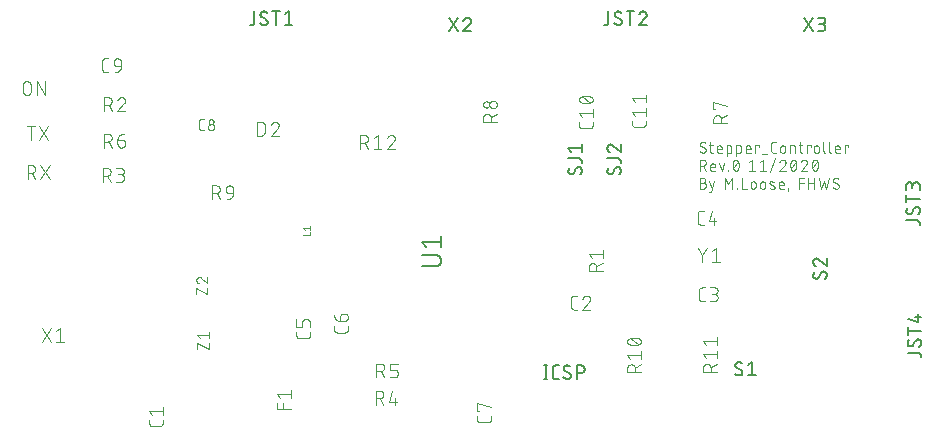
<source format=gbr>
G04 EAGLE Gerber RS-274X export*
G75*
%MOMM*%
%FSLAX34Y34*%
%LPD*%
%INSilkscreen Top*%
%IPPOS*%
%AMOC8*
5,1,8,0,0,1.08239X$1,22.5*%
G01*
%ADD10C,0.076200*%
%ADD11C,0.101600*%
%ADD12C,0.127000*%
%ADD13C,0.050800*%
%ADD14C,0.152400*%


D10*
X604514Y274861D02*
X604603Y274863D01*
X604691Y274869D01*
X604779Y274878D01*
X604867Y274891D01*
X604954Y274908D01*
X605040Y274928D01*
X605125Y274953D01*
X605210Y274980D01*
X605293Y275012D01*
X605374Y275046D01*
X605454Y275085D01*
X605532Y275126D01*
X605609Y275171D01*
X605683Y275219D01*
X605756Y275270D01*
X605826Y275324D01*
X605893Y275382D01*
X605959Y275442D01*
X606021Y275504D01*
X606081Y275570D01*
X606139Y275637D01*
X606193Y275707D01*
X606244Y275780D01*
X606292Y275854D01*
X606337Y275931D01*
X606378Y276009D01*
X606417Y276089D01*
X606451Y276170D01*
X606483Y276253D01*
X606510Y276338D01*
X606535Y276423D01*
X606555Y276509D01*
X606572Y276596D01*
X606585Y276684D01*
X606594Y276772D01*
X606600Y276860D01*
X606602Y276949D01*
X604514Y274861D02*
X604385Y274863D01*
X604256Y274869D01*
X604127Y274878D01*
X603999Y274891D01*
X603871Y274908D01*
X603744Y274929D01*
X603617Y274953D01*
X603491Y274981D01*
X603366Y275013D01*
X603242Y275048D01*
X603119Y275087D01*
X602997Y275130D01*
X602877Y275176D01*
X602758Y275226D01*
X602640Y275279D01*
X602524Y275335D01*
X602410Y275395D01*
X602297Y275458D01*
X602187Y275525D01*
X602078Y275594D01*
X601972Y275667D01*
X601867Y275743D01*
X601765Y275822D01*
X601666Y275904D01*
X601568Y275988D01*
X601473Y276076D01*
X601381Y276166D01*
X601642Y282171D02*
X601644Y282260D01*
X601650Y282348D01*
X601659Y282436D01*
X601672Y282524D01*
X601689Y282611D01*
X601709Y282697D01*
X601734Y282782D01*
X601761Y282867D01*
X601793Y282950D01*
X601827Y283031D01*
X601866Y283111D01*
X601907Y283189D01*
X601952Y283266D01*
X602000Y283340D01*
X602051Y283413D01*
X602105Y283483D01*
X602163Y283550D01*
X602223Y283616D01*
X602285Y283678D01*
X602351Y283738D01*
X602418Y283796D01*
X602488Y283850D01*
X602561Y283901D01*
X602635Y283949D01*
X602712Y283994D01*
X602790Y284035D01*
X602870Y284074D01*
X602951Y284108D01*
X603034Y284140D01*
X603119Y284167D01*
X603204Y284192D01*
X603290Y284212D01*
X603377Y284229D01*
X603465Y284242D01*
X603553Y284251D01*
X603641Y284257D01*
X603730Y284259D01*
X603850Y284257D01*
X603970Y284252D01*
X604090Y284242D01*
X604209Y284230D01*
X604328Y284213D01*
X604446Y284193D01*
X604564Y284169D01*
X604680Y284142D01*
X604796Y284111D01*
X604911Y284077D01*
X605025Y284039D01*
X605138Y283997D01*
X605249Y283952D01*
X605359Y283904D01*
X605467Y283853D01*
X605574Y283798D01*
X605679Y283740D01*
X605782Y283678D01*
X605883Y283614D01*
X605983Y283546D01*
X606080Y283476D01*
X602686Y280344D02*
X602608Y280392D01*
X602532Y280444D01*
X602459Y280498D01*
X602388Y280556D01*
X602319Y280617D01*
X602253Y280681D01*
X602190Y280748D01*
X602130Y280817D01*
X602073Y280889D01*
X602019Y280963D01*
X601969Y281040D01*
X601921Y281119D01*
X601878Y281199D01*
X601837Y281282D01*
X601801Y281366D01*
X601768Y281451D01*
X601739Y281538D01*
X601713Y281627D01*
X601691Y281716D01*
X601674Y281806D01*
X601660Y281896D01*
X601650Y281988D01*
X601644Y282079D01*
X601642Y282171D01*
X605558Y278776D02*
X605636Y278728D01*
X605712Y278676D01*
X605785Y278622D01*
X605856Y278564D01*
X605925Y278503D01*
X605991Y278439D01*
X606054Y278372D01*
X606114Y278303D01*
X606171Y278231D01*
X606225Y278157D01*
X606275Y278080D01*
X606323Y278001D01*
X606366Y277921D01*
X606407Y277838D01*
X606443Y277754D01*
X606476Y277669D01*
X606505Y277582D01*
X606531Y277493D01*
X606553Y277404D01*
X606570Y277314D01*
X606584Y277224D01*
X606594Y277132D01*
X606600Y277041D01*
X606602Y276949D01*
X605558Y278777D02*
X602686Y280343D01*
X609364Y281126D02*
X612497Y281126D01*
X610408Y284259D02*
X610408Y276427D01*
X610409Y276427D02*
X610411Y276350D01*
X610417Y276274D01*
X610426Y276197D01*
X610439Y276121D01*
X610456Y276046D01*
X610476Y275972D01*
X610501Y275899D01*
X610528Y275828D01*
X610559Y275757D01*
X610594Y275689D01*
X610632Y275622D01*
X610673Y275557D01*
X610717Y275494D01*
X610764Y275434D01*
X610815Y275375D01*
X610868Y275320D01*
X610923Y275267D01*
X610982Y275216D01*
X611042Y275169D01*
X611105Y275125D01*
X611170Y275084D01*
X611237Y275046D01*
X611305Y275011D01*
X611376Y274980D01*
X611447Y274953D01*
X611520Y274928D01*
X611594Y274908D01*
X611669Y274891D01*
X611745Y274878D01*
X611822Y274869D01*
X611898Y274863D01*
X611975Y274861D01*
X612497Y274861D01*
X617490Y274861D02*
X620101Y274861D01*
X617490Y274861D02*
X617413Y274863D01*
X617337Y274869D01*
X617260Y274878D01*
X617184Y274891D01*
X617109Y274908D01*
X617035Y274928D01*
X616962Y274953D01*
X616891Y274980D01*
X616820Y275011D01*
X616752Y275046D01*
X616685Y275084D01*
X616620Y275125D01*
X616557Y275169D01*
X616497Y275216D01*
X616438Y275267D01*
X616383Y275320D01*
X616330Y275375D01*
X616279Y275434D01*
X616232Y275494D01*
X616188Y275557D01*
X616147Y275622D01*
X616109Y275689D01*
X616074Y275757D01*
X616043Y275828D01*
X616016Y275899D01*
X615991Y275972D01*
X615971Y276046D01*
X615954Y276121D01*
X615941Y276197D01*
X615932Y276274D01*
X615926Y276350D01*
X615924Y276427D01*
X615924Y279038D01*
X615926Y279128D01*
X615932Y279217D01*
X615941Y279307D01*
X615955Y279396D01*
X615972Y279484D01*
X615993Y279571D01*
X616018Y279658D01*
X616047Y279743D01*
X616079Y279827D01*
X616114Y279909D01*
X616154Y279990D01*
X616196Y280069D01*
X616242Y280146D01*
X616292Y280221D01*
X616344Y280294D01*
X616400Y280365D01*
X616458Y280433D01*
X616520Y280498D01*
X616584Y280561D01*
X616651Y280621D01*
X616720Y280678D01*
X616792Y280732D01*
X616866Y280783D01*
X616942Y280831D01*
X617020Y280875D01*
X617100Y280916D01*
X617182Y280954D01*
X617265Y280988D01*
X617350Y281018D01*
X617436Y281045D01*
X617522Y281068D01*
X617610Y281087D01*
X617699Y281102D01*
X617788Y281114D01*
X617877Y281122D01*
X617967Y281126D01*
X618057Y281126D01*
X618147Y281122D01*
X618236Y281114D01*
X618325Y281102D01*
X618414Y281087D01*
X618502Y281068D01*
X618588Y281045D01*
X618674Y281018D01*
X618759Y280988D01*
X618842Y280954D01*
X618924Y280916D01*
X619004Y280875D01*
X619082Y280831D01*
X619158Y280783D01*
X619232Y280732D01*
X619304Y280678D01*
X619373Y280621D01*
X619440Y280561D01*
X619504Y280498D01*
X619566Y280433D01*
X619624Y280365D01*
X619680Y280294D01*
X619732Y280221D01*
X619782Y280146D01*
X619828Y280069D01*
X619870Y279990D01*
X619910Y279909D01*
X619945Y279827D01*
X619977Y279743D01*
X620006Y279658D01*
X620031Y279571D01*
X620052Y279484D01*
X620069Y279396D01*
X620083Y279307D01*
X620092Y279217D01*
X620098Y279128D01*
X620100Y279038D01*
X620101Y279038D02*
X620101Y277994D01*
X615924Y277994D01*
X624199Y281126D02*
X624199Y271728D01*
X624199Y281126D02*
X626810Y281126D01*
X626887Y281124D01*
X626963Y281118D01*
X627040Y281109D01*
X627116Y281096D01*
X627191Y281079D01*
X627265Y281059D01*
X627338Y281034D01*
X627409Y281007D01*
X627480Y280976D01*
X627548Y280941D01*
X627615Y280903D01*
X627680Y280862D01*
X627743Y280818D01*
X627803Y280771D01*
X627862Y280720D01*
X627917Y280667D01*
X627970Y280612D01*
X628021Y280553D01*
X628068Y280493D01*
X628112Y280430D01*
X628153Y280365D01*
X628191Y280298D01*
X628226Y280230D01*
X628257Y280159D01*
X628284Y280088D01*
X628309Y280015D01*
X628329Y279941D01*
X628346Y279866D01*
X628359Y279790D01*
X628368Y279714D01*
X628374Y279637D01*
X628376Y279560D01*
X628376Y276427D01*
X628374Y276350D01*
X628368Y276274D01*
X628359Y276197D01*
X628346Y276121D01*
X628329Y276046D01*
X628309Y275972D01*
X628284Y275899D01*
X628257Y275828D01*
X628226Y275757D01*
X628191Y275689D01*
X628153Y275622D01*
X628112Y275557D01*
X628068Y275494D01*
X628021Y275434D01*
X627970Y275375D01*
X627917Y275320D01*
X627862Y275267D01*
X627803Y275216D01*
X627743Y275169D01*
X627680Y275125D01*
X627615Y275084D01*
X627548Y275046D01*
X627480Y275011D01*
X627409Y274980D01*
X627338Y274953D01*
X627265Y274928D01*
X627191Y274908D01*
X627116Y274891D01*
X627040Y274878D01*
X626963Y274869D01*
X626887Y274863D01*
X626810Y274861D01*
X624199Y274861D01*
X632429Y271728D02*
X632429Y281126D01*
X635039Y281126D01*
X635116Y281124D01*
X635192Y281118D01*
X635269Y281109D01*
X635345Y281096D01*
X635420Y281079D01*
X635494Y281059D01*
X635567Y281034D01*
X635638Y281007D01*
X635709Y280976D01*
X635777Y280941D01*
X635844Y280903D01*
X635909Y280862D01*
X635972Y280818D01*
X636032Y280771D01*
X636091Y280720D01*
X636146Y280667D01*
X636199Y280612D01*
X636250Y280553D01*
X636297Y280493D01*
X636341Y280430D01*
X636382Y280365D01*
X636420Y280298D01*
X636455Y280230D01*
X636486Y280159D01*
X636513Y280088D01*
X636538Y280015D01*
X636558Y279941D01*
X636575Y279866D01*
X636588Y279790D01*
X636597Y279714D01*
X636603Y279637D01*
X636605Y279560D01*
X636605Y276427D01*
X636603Y276350D01*
X636597Y276274D01*
X636588Y276197D01*
X636575Y276121D01*
X636558Y276046D01*
X636538Y275972D01*
X636513Y275899D01*
X636486Y275828D01*
X636455Y275757D01*
X636420Y275689D01*
X636382Y275622D01*
X636341Y275557D01*
X636297Y275494D01*
X636250Y275434D01*
X636199Y275375D01*
X636146Y275320D01*
X636091Y275267D01*
X636032Y275216D01*
X635972Y275169D01*
X635909Y275125D01*
X635844Y275084D01*
X635777Y275046D01*
X635709Y275011D01*
X635638Y274980D01*
X635567Y274953D01*
X635494Y274928D01*
X635420Y274908D01*
X635345Y274891D01*
X635269Y274878D01*
X635192Y274869D01*
X635116Y274863D01*
X635039Y274861D01*
X632429Y274861D01*
X641874Y274861D02*
X644485Y274861D01*
X641874Y274861D02*
X641797Y274863D01*
X641721Y274869D01*
X641644Y274878D01*
X641568Y274891D01*
X641493Y274908D01*
X641419Y274928D01*
X641346Y274953D01*
X641275Y274980D01*
X641204Y275011D01*
X641136Y275046D01*
X641069Y275084D01*
X641004Y275125D01*
X640941Y275169D01*
X640881Y275216D01*
X640822Y275267D01*
X640767Y275320D01*
X640714Y275375D01*
X640663Y275434D01*
X640616Y275494D01*
X640572Y275557D01*
X640531Y275622D01*
X640493Y275689D01*
X640458Y275757D01*
X640427Y275828D01*
X640400Y275899D01*
X640375Y275972D01*
X640355Y276046D01*
X640338Y276121D01*
X640325Y276197D01*
X640316Y276274D01*
X640310Y276350D01*
X640308Y276427D01*
X640308Y279038D01*
X640310Y279128D01*
X640316Y279217D01*
X640325Y279307D01*
X640339Y279396D01*
X640356Y279484D01*
X640377Y279571D01*
X640402Y279658D01*
X640431Y279743D01*
X640463Y279827D01*
X640498Y279909D01*
X640538Y279990D01*
X640580Y280069D01*
X640626Y280146D01*
X640676Y280221D01*
X640728Y280294D01*
X640784Y280365D01*
X640842Y280433D01*
X640904Y280498D01*
X640968Y280561D01*
X641035Y280621D01*
X641104Y280678D01*
X641176Y280732D01*
X641250Y280783D01*
X641326Y280831D01*
X641404Y280875D01*
X641484Y280916D01*
X641566Y280954D01*
X641649Y280988D01*
X641734Y281018D01*
X641820Y281045D01*
X641906Y281068D01*
X641994Y281087D01*
X642083Y281102D01*
X642172Y281114D01*
X642261Y281122D01*
X642351Y281126D01*
X642441Y281126D01*
X642531Y281122D01*
X642620Y281114D01*
X642709Y281102D01*
X642798Y281087D01*
X642886Y281068D01*
X642972Y281045D01*
X643058Y281018D01*
X643143Y280988D01*
X643226Y280954D01*
X643308Y280916D01*
X643388Y280875D01*
X643466Y280831D01*
X643542Y280783D01*
X643616Y280732D01*
X643688Y280678D01*
X643757Y280621D01*
X643824Y280561D01*
X643888Y280498D01*
X643950Y280433D01*
X644008Y280365D01*
X644064Y280294D01*
X644116Y280221D01*
X644166Y280146D01*
X644212Y280069D01*
X644254Y279990D01*
X644294Y279909D01*
X644329Y279827D01*
X644361Y279743D01*
X644390Y279658D01*
X644415Y279571D01*
X644436Y279484D01*
X644453Y279396D01*
X644467Y279307D01*
X644476Y279217D01*
X644482Y279128D01*
X644484Y279038D01*
X644485Y279038D02*
X644485Y277994D01*
X640308Y277994D01*
X648589Y274861D02*
X648589Y281126D01*
X651721Y281126D01*
X651721Y280082D01*
X654328Y273817D02*
X658505Y273817D01*
X664098Y274861D02*
X666187Y274861D01*
X664098Y274861D02*
X664009Y274863D01*
X663921Y274869D01*
X663833Y274878D01*
X663745Y274891D01*
X663658Y274908D01*
X663572Y274928D01*
X663487Y274953D01*
X663402Y274980D01*
X663319Y275012D01*
X663238Y275046D01*
X663158Y275085D01*
X663080Y275126D01*
X663003Y275171D01*
X662929Y275219D01*
X662856Y275270D01*
X662786Y275324D01*
X662719Y275382D01*
X662653Y275442D01*
X662591Y275504D01*
X662531Y275570D01*
X662473Y275637D01*
X662419Y275707D01*
X662368Y275780D01*
X662320Y275854D01*
X662275Y275931D01*
X662234Y276009D01*
X662195Y276089D01*
X662161Y276170D01*
X662129Y276253D01*
X662102Y276338D01*
X662077Y276423D01*
X662057Y276509D01*
X662040Y276596D01*
X662027Y276684D01*
X662018Y276772D01*
X662012Y276860D01*
X662010Y276949D01*
X662010Y282171D01*
X662011Y282171D02*
X662013Y282262D01*
X662019Y282353D01*
X662029Y282444D01*
X662043Y282534D01*
X662060Y282623D01*
X662082Y282711D01*
X662108Y282799D01*
X662137Y282885D01*
X662170Y282970D01*
X662207Y283053D01*
X662247Y283135D01*
X662291Y283215D01*
X662338Y283293D01*
X662389Y283369D01*
X662442Y283442D01*
X662499Y283513D01*
X662560Y283582D01*
X662623Y283647D01*
X662688Y283710D01*
X662757Y283770D01*
X662828Y283828D01*
X662901Y283881D01*
X662977Y283932D01*
X663055Y283979D01*
X663135Y284023D01*
X663217Y284063D01*
X663300Y284100D01*
X663385Y284133D01*
X663471Y284162D01*
X663559Y284188D01*
X663647Y284210D01*
X663736Y284227D01*
X663826Y284241D01*
X663917Y284251D01*
X664008Y284257D01*
X664099Y284259D01*
X664098Y284259D02*
X666187Y284259D01*
X669568Y279038D02*
X669568Y276949D01*
X669569Y279038D02*
X669571Y279128D01*
X669577Y279217D01*
X669586Y279307D01*
X669600Y279396D01*
X669617Y279484D01*
X669638Y279571D01*
X669663Y279658D01*
X669692Y279743D01*
X669724Y279827D01*
X669759Y279909D01*
X669799Y279990D01*
X669841Y280069D01*
X669887Y280146D01*
X669937Y280221D01*
X669989Y280294D01*
X670045Y280365D01*
X670103Y280433D01*
X670165Y280498D01*
X670229Y280561D01*
X670296Y280621D01*
X670365Y280678D01*
X670437Y280732D01*
X670511Y280783D01*
X670587Y280831D01*
X670665Y280875D01*
X670745Y280916D01*
X670827Y280954D01*
X670910Y280988D01*
X670995Y281018D01*
X671081Y281045D01*
X671167Y281068D01*
X671255Y281087D01*
X671344Y281102D01*
X671433Y281114D01*
X671522Y281122D01*
X671612Y281126D01*
X671702Y281126D01*
X671792Y281122D01*
X671881Y281114D01*
X671970Y281102D01*
X672059Y281087D01*
X672147Y281068D01*
X672233Y281045D01*
X672319Y281018D01*
X672404Y280988D01*
X672487Y280954D01*
X672569Y280916D01*
X672649Y280875D01*
X672727Y280831D01*
X672803Y280783D01*
X672877Y280732D01*
X672949Y280678D01*
X673018Y280621D01*
X673085Y280561D01*
X673149Y280498D01*
X673211Y280433D01*
X673269Y280365D01*
X673325Y280294D01*
X673377Y280221D01*
X673427Y280146D01*
X673473Y280069D01*
X673515Y279990D01*
X673555Y279909D01*
X673590Y279827D01*
X673622Y279743D01*
X673651Y279658D01*
X673676Y279571D01*
X673697Y279484D01*
X673714Y279396D01*
X673728Y279307D01*
X673737Y279217D01*
X673743Y279128D01*
X673745Y279038D01*
X673745Y276949D01*
X673743Y276859D01*
X673737Y276770D01*
X673728Y276680D01*
X673714Y276591D01*
X673697Y276503D01*
X673676Y276416D01*
X673651Y276329D01*
X673622Y276244D01*
X673590Y276160D01*
X673555Y276078D01*
X673515Y275997D01*
X673473Y275918D01*
X673427Y275841D01*
X673377Y275766D01*
X673325Y275693D01*
X673269Y275622D01*
X673211Y275554D01*
X673149Y275489D01*
X673085Y275426D01*
X673018Y275366D01*
X672949Y275309D01*
X672877Y275255D01*
X672803Y275204D01*
X672727Y275156D01*
X672649Y275112D01*
X672569Y275071D01*
X672487Y275033D01*
X672404Y274999D01*
X672319Y274969D01*
X672233Y274942D01*
X672147Y274919D01*
X672059Y274900D01*
X671970Y274885D01*
X671881Y274873D01*
X671792Y274865D01*
X671702Y274861D01*
X671612Y274861D01*
X671522Y274865D01*
X671433Y274873D01*
X671344Y274885D01*
X671255Y274900D01*
X671167Y274919D01*
X671081Y274942D01*
X670995Y274969D01*
X670910Y274999D01*
X670827Y275033D01*
X670745Y275071D01*
X670665Y275112D01*
X670587Y275156D01*
X670511Y275204D01*
X670437Y275255D01*
X670365Y275309D01*
X670296Y275366D01*
X670229Y275426D01*
X670165Y275489D01*
X670103Y275554D01*
X670045Y275622D01*
X669989Y275693D01*
X669937Y275766D01*
X669887Y275841D01*
X669841Y275918D01*
X669799Y275997D01*
X669759Y276078D01*
X669724Y276160D01*
X669692Y276244D01*
X669663Y276329D01*
X669638Y276416D01*
X669617Y276503D01*
X669600Y276591D01*
X669586Y276680D01*
X669577Y276770D01*
X669571Y276859D01*
X669569Y276949D01*
X677798Y274861D02*
X677798Y281126D01*
X680408Y281126D01*
X680485Y281124D01*
X680561Y281118D01*
X680638Y281109D01*
X680714Y281096D01*
X680789Y281079D01*
X680863Y281059D01*
X680936Y281034D01*
X681007Y281007D01*
X681078Y280976D01*
X681146Y280941D01*
X681213Y280903D01*
X681278Y280862D01*
X681341Y280818D01*
X681401Y280771D01*
X681460Y280720D01*
X681515Y280667D01*
X681568Y280612D01*
X681619Y280553D01*
X681666Y280493D01*
X681710Y280430D01*
X681751Y280365D01*
X681789Y280298D01*
X681824Y280230D01*
X681855Y280159D01*
X681882Y280088D01*
X681907Y280015D01*
X681927Y279941D01*
X681944Y279866D01*
X681957Y279790D01*
X681966Y279714D01*
X681972Y279637D01*
X681974Y279560D01*
X681975Y279560D02*
X681975Y274861D01*
X685259Y281126D02*
X688391Y281126D01*
X686303Y284259D02*
X686303Y276427D01*
X686305Y276350D01*
X686311Y276274D01*
X686320Y276197D01*
X686333Y276121D01*
X686350Y276046D01*
X686370Y275972D01*
X686395Y275899D01*
X686422Y275828D01*
X686453Y275757D01*
X686488Y275689D01*
X686526Y275622D01*
X686567Y275557D01*
X686611Y275494D01*
X686658Y275434D01*
X686709Y275375D01*
X686762Y275320D01*
X686817Y275267D01*
X686876Y275216D01*
X686936Y275169D01*
X686999Y275125D01*
X687064Y275084D01*
X687131Y275046D01*
X687199Y275011D01*
X687270Y274980D01*
X687341Y274953D01*
X687414Y274928D01*
X687488Y274908D01*
X687563Y274891D01*
X687639Y274878D01*
X687716Y274869D01*
X687792Y274863D01*
X687869Y274861D01*
X688391Y274861D01*
X692175Y274861D02*
X692175Y281126D01*
X695307Y281126D01*
X695307Y280082D01*
X698219Y279038D02*
X698219Y276949D01*
X698220Y279038D02*
X698222Y279128D01*
X698228Y279217D01*
X698237Y279307D01*
X698251Y279396D01*
X698268Y279484D01*
X698289Y279571D01*
X698314Y279658D01*
X698343Y279743D01*
X698375Y279827D01*
X698410Y279909D01*
X698450Y279990D01*
X698492Y280069D01*
X698538Y280146D01*
X698588Y280221D01*
X698640Y280294D01*
X698696Y280365D01*
X698754Y280433D01*
X698816Y280498D01*
X698880Y280561D01*
X698947Y280621D01*
X699016Y280678D01*
X699088Y280732D01*
X699162Y280783D01*
X699238Y280831D01*
X699316Y280875D01*
X699396Y280916D01*
X699478Y280954D01*
X699561Y280988D01*
X699646Y281018D01*
X699732Y281045D01*
X699818Y281068D01*
X699906Y281087D01*
X699995Y281102D01*
X700084Y281114D01*
X700173Y281122D01*
X700263Y281126D01*
X700353Y281126D01*
X700443Y281122D01*
X700532Y281114D01*
X700621Y281102D01*
X700710Y281087D01*
X700798Y281068D01*
X700884Y281045D01*
X700970Y281018D01*
X701055Y280988D01*
X701138Y280954D01*
X701220Y280916D01*
X701300Y280875D01*
X701378Y280831D01*
X701454Y280783D01*
X701528Y280732D01*
X701600Y280678D01*
X701669Y280621D01*
X701736Y280561D01*
X701800Y280498D01*
X701862Y280433D01*
X701920Y280365D01*
X701976Y280294D01*
X702028Y280221D01*
X702078Y280146D01*
X702124Y280069D01*
X702166Y279990D01*
X702206Y279909D01*
X702241Y279827D01*
X702273Y279743D01*
X702302Y279658D01*
X702327Y279571D01*
X702348Y279484D01*
X702365Y279396D01*
X702379Y279307D01*
X702388Y279217D01*
X702394Y279128D01*
X702396Y279038D01*
X702396Y276949D01*
X702394Y276859D01*
X702388Y276770D01*
X702379Y276680D01*
X702365Y276591D01*
X702348Y276503D01*
X702327Y276416D01*
X702302Y276329D01*
X702273Y276244D01*
X702241Y276160D01*
X702206Y276078D01*
X702166Y275997D01*
X702124Y275918D01*
X702078Y275841D01*
X702028Y275766D01*
X701976Y275693D01*
X701920Y275622D01*
X701862Y275554D01*
X701800Y275489D01*
X701736Y275426D01*
X701669Y275366D01*
X701600Y275309D01*
X701528Y275255D01*
X701454Y275204D01*
X701378Y275156D01*
X701300Y275112D01*
X701220Y275071D01*
X701138Y275033D01*
X701055Y274999D01*
X700970Y274969D01*
X700884Y274942D01*
X700798Y274919D01*
X700710Y274900D01*
X700621Y274885D01*
X700532Y274873D01*
X700443Y274865D01*
X700353Y274861D01*
X700263Y274861D01*
X700173Y274865D01*
X700084Y274873D01*
X699995Y274885D01*
X699906Y274900D01*
X699818Y274919D01*
X699732Y274942D01*
X699646Y274969D01*
X699561Y274999D01*
X699478Y275033D01*
X699396Y275071D01*
X699316Y275112D01*
X699238Y275156D01*
X699162Y275204D01*
X699088Y275255D01*
X699016Y275309D01*
X698947Y275366D01*
X698880Y275426D01*
X698816Y275489D01*
X698754Y275554D01*
X698696Y275622D01*
X698640Y275693D01*
X698588Y275766D01*
X698538Y275841D01*
X698492Y275918D01*
X698450Y275997D01*
X698410Y276078D01*
X698375Y276160D01*
X698343Y276244D01*
X698314Y276329D01*
X698289Y276416D01*
X698268Y276503D01*
X698251Y276591D01*
X698237Y276680D01*
X698228Y276770D01*
X698222Y276859D01*
X698220Y276949D01*
X706269Y276427D02*
X706269Y284259D01*
X706270Y276427D02*
X706272Y276350D01*
X706278Y276274D01*
X706287Y276197D01*
X706300Y276121D01*
X706317Y276046D01*
X706337Y275972D01*
X706362Y275899D01*
X706389Y275828D01*
X706420Y275757D01*
X706455Y275689D01*
X706493Y275622D01*
X706534Y275557D01*
X706578Y275494D01*
X706625Y275434D01*
X706676Y275375D01*
X706729Y275320D01*
X706784Y275267D01*
X706843Y275216D01*
X706903Y275169D01*
X706966Y275125D01*
X707031Y275084D01*
X707098Y275046D01*
X707166Y275011D01*
X707237Y274980D01*
X707308Y274953D01*
X707381Y274928D01*
X707455Y274908D01*
X707530Y274891D01*
X707606Y274878D01*
X707683Y274869D01*
X707759Y274863D01*
X707836Y274861D01*
X711146Y276427D02*
X711146Y284259D01*
X711147Y276427D02*
X711149Y276350D01*
X711155Y276274D01*
X711164Y276197D01*
X711177Y276121D01*
X711194Y276046D01*
X711214Y275972D01*
X711239Y275899D01*
X711266Y275828D01*
X711297Y275757D01*
X711332Y275689D01*
X711370Y275622D01*
X711411Y275557D01*
X711455Y275494D01*
X711502Y275434D01*
X711553Y275375D01*
X711606Y275320D01*
X711661Y275267D01*
X711720Y275216D01*
X711780Y275169D01*
X711843Y275125D01*
X711908Y275084D01*
X711975Y275046D01*
X712043Y275011D01*
X712114Y274980D01*
X712185Y274953D01*
X712258Y274928D01*
X712332Y274908D01*
X712407Y274891D01*
X712483Y274878D01*
X712560Y274869D01*
X712636Y274863D01*
X712713Y274861D01*
X717464Y274861D02*
X720074Y274861D01*
X717464Y274861D02*
X717387Y274863D01*
X717311Y274869D01*
X717234Y274878D01*
X717158Y274891D01*
X717083Y274908D01*
X717009Y274928D01*
X716936Y274953D01*
X716865Y274980D01*
X716794Y275011D01*
X716726Y275046D01*
X716659Y275084D01*
X716594Y275125D01*
X716531Y275169D01*
X716471Y275216D01*
X716412Y275267D01*
X716357Y275320D01*
X716304Y275375D01*
X716253Y275434D01*
X716206Y275494D01*
X716162Y275557D01*
X716121Y275622D01*
X716083Y275689D01*
X716048Y275757D01*
X716017Y275828D01*
X715990Y275899D01*
X715965Y275972D01*
X715945Y276046D01*
X715928Y276121D01*
X715915Y276197D01*
X715906Y276274D01*
X715900Y276350D01*
X715898Y276427D01*
X715898Y279038D01*
X715900Y279128D01*
X715906Y279217D01*
X715915Y279307D01*
X715929Y279396D01*
X715946Y279484D01*
X715967Y279571D01*
X715992Y279658D01*
X716021Y279743D01*
X716053Y279827D01*
X716088Y279909D01*
X716128Y279990D01*
X716170Y280069D01*
X716216Y280146D01*
X716266Y280221D01*
X716318Y280294D01*
X716374Y280365D01*
X716432Y280433D01*
X716494Y280498D01*
X716558Y280561D01*
X716625Y280621D01*
X716694Y280678D01*
X716766Y280732D01*
X716840Y280783D01*
X716916Y280831D01*
X716994Y280875D01*
X717074Y280916D01*
X717156Y280954D01*
X717239Y280988D01*
X717324Y281018D01*
X717410Y281045D01*
X717496Y281068D01*
X717584Y281087D01*
X717673Y281102D01*
X717762Y281114D01*
X717851Y281122D01*
X717941Y281126D01*
X718031Y281126D01*
X718121Y281122D01*
X718210Y281114D01*
X718299Y281102D01*
X718388Y281087D01*
X718476Y281068D01*
X718562Y281045D01*
X718648Y281018D01*
X718733Y280988D01*
X718816Y280954D01*
X718898Y280916D01*
X718978Y280875D01*
X719056Y280831D01*
X719132Y280783D01*
X719206Y280732D01*
X719278Y280678D01*
X719347Y280621D01*
X719414Y280561D01*
X719478Y280498D01*
X719540Y280433D01*
X719598Y280365D01*
X719654Y280294D01*
X719706Y280221D01*
X719756Y280146D01*
X719802Y280069D01*
X719844Y279990D01*
X719884Y279909D01*
X719919Y279827D01*
X719951Y279743D01*
X719980Y279658D01*
X720005Y279571D01*
X720026Y279484D01*
X720043Y279396D01*
X720057Y279307D01*
X720066Y279217D01*
X720072Y279128D01*
X720074Y279038D01*
X720074Y277994D01*
X715898Y277994D01*
X724179Y274861D02*
X724179Y281126D01*
X727311Y281126D01*
X727311Y280082D01*
X601381Y269019D02*
X601381Y259621D01*
X601381Y269019D02*
X603992Y269019D01*
X604093Y269017D01*
X604194Y269011D01*
X604295Y269001D01*
X604395Y268988D01*
X604495Y268970D01*
X604594Y268949D01*
X604692Y268923D01*
X604789Y268894D01*
X604885Y268862D01*
X604979Y268825D01*
X605072Y268785D01*
X605164Y268741D01*
X605253Y268694D01*
X605341Y268643D01*
X605427Y268589D01*
X605510Y268532D01*
X605592Y268472D01*
X605670Y268408D01*
X605747Y268342D01*
X605820Y268272D01*
X605891Y268200D01*
X605959Y268125D01*
X606024Y268047D01*
X606086Y267967D01*
X606145Y267885D01*
X606201Y267800D01*
X606253Y267713D01*
X606302Y267625D01*
X606348Y267534D01*
X606389Y267442D01*
X606428Y267348D01*
X606462Y267253D01*
X606493Y267157D01*
X606520Y267059D01*
X606544Y266961D01*
X606563Y266861D01*
X606579Y266761D01*
X606591Y266661D01*
X606599Y266560D01*
X606603Y266459D01*
X606603Y266357D01*
X606599Y266256D01*
X606591Y266155D01*
X606579Y266055D01*
X606563Y265955D01*
X606544Y265855D01*
X606520Y265757D01*
X606493Y265659D01*
X606462Y265563D01*
X606428Y265468D01*
X606389Y265374D01*
X606348Y265282D01*
X606302Y265191D01*
X606253Y265103D01*
X606201Y265016D01*
X606145Y264931D01*
X606086Y264849D01*
X606024Y264769D01*
X605959Y264691D01*
X605891Y264616D01*
X605820Y264544D01*
X605747Y264474D01*
X605670Y264408D01*
X605592Y264344D01*
X605510Y264284D01*
X605427Y264227D01*
X605341Y264173D01*
X605253Y264122D01*
X605164Y264075D01*
X605072Y264031D01*
X604979Y263991D01*
X604885Y263954D01*
X604789Y263922D01*
X604692Y263893D01*
X604594Y263867D01*
X604495Y263846D01*
X604395Y263828D01*
X604295Y263815D01*
X604194Y263805D01*
X604093Y263799D01*
X603992Y263797D01*
X603992Y263798D02*
X601381Y263798D01*
X604514Y263798D02*
X606602Y259621D01*
X611947Y259621D02*
X614557Y259621D01*
X611947Y259621D02*
X611870Y259623D01*
X611794Y259629D01*
X611717Y259638D01*
X611641Y259651D01*
X611566Y259668D01*
X611492Y259688D01*
X611419Y259713D01*
X611348Y259740D01*
X611277Y259771D01*
X611209Y259806D01*
X611142Y259844D01*
X611077Y259885D01*
X611014Y259929D01*
X610954Y259976D01*
X610895Y260027D01*
X610840Y260080D01*
X610787Y260135D01*
X610736Y260194D01*
X610689Y260254D01*
X610645Y260317D01*
X610604Y260382D01*
X610566Y260449D01*
X610531Y260517D01*
X610500Y260588D01*
X610473Y260659D01*
X610448Y260732D01*
X610428Y260806D01*
X610411Y260881D01*
X610398Y260957D01*
X610389Y261034D01*
X610383Y261110D01*
X610381Y261187D01*
X610380Y261187D02*
X610380Y263798D01*
X610381Y263798D02*
X610383Y263888D01*
X610389Y263977D01*
X610398Y264067D01*
X610412Y264156D01*
X610429Y264244D01*
X610450Y264331D01*
X610475Y264418D01*
X610504Y264503D01*
X610536Y264587D01*
X610571Y264669D01*
X610611Y264750D01*
X610653Y264829D01*
X610699Y264906D01*
X610749Y264981D01*
X610801Y265054D01*
X610857Y265125D01*
X610915Y265193D01*
X610977Y265258D01*
X611041Y265321D01*
X611108Y265381D01*
X611177Y265438D01*
X611249Y265492D01*
X611323Y265543D01*
X611399Y265591D01*
X611477Y265635D01*
X611557Y265676D01*
X611639Y265714D01*
X611722Y265748D01*
X611807Y265778D01*
X611893Y265805D01*
X611979Y265828D01*
X612067Y265847D01*
X612156Y265862D01*
X612245Y265874D01*
X612334Y265882D01*
X612424Y265886D01*
X612514Y265886D01*
X612604Y265882D01*
X612693Y265874D01*
X612782Y265862D01*
X612871Y265847D01*
X612959Y265828D01*
X613045Y265805D01*
X613131Y265778D01*
X613216Y265748D01*
X613299Y265714D01*
X613381Y265676D01*
X613461Y265635D01*
X613539Y265591D01*
X613615Y265543D01*
X613689Y265492D01*
X613761Y265438D01*
X613830Y265381D01*
X613897Y265321D01*
X613961Y265258D01*
X614023Y265193D01*
X614081Y265125D01*
X614137Y265054D01*
X614189Y264981D01*
X614239Y264906D01*
X614285Y264829D01*
X614327Y264750D01*
X614367Y264669D01*
X614402Y264587D01*
X614434Y264503D01*
X614463Y264418D01*
X614488Y264331D01*
X614509Y264244D01*
X614526Y264156D01*
X614540Y264067D01*
X614549Y263977D01*
X614555Y263888D01*
X614557Y263798D01*
X614557Y262754D01*
X610380Y262754D01*
X618000Y265886D02*
X620089Y259621D01*
X622177Y265886D01*
X625314Y260143D02*
X625314Y259621D01*
X625314Y260143D02*
X625836Y260143D01*
X625836Y259621D01*
X625314Y259621D01*
X629365Y264320D02*
X629367Y264505D01*
X629374Y264690D01*
X629385Y264874D01*
X629400Y265058D01*
X629420Y265242D01*
X629444Y265426D01*
X629473Y265608D01*
X629506Y265790D01*
X629543Y265971D01*
X629585Y266151D01*
X629631Y266331D01*
X629681Y266509D01*
X629735Y266685D01*
X629794Y266861D01*
X629856Y267035D01*
X629923Y267207D01*
X629994Y267378D01*
X630069Y267547D01*
X630148Y267714D01*
X630178Y267794D01*
X630211Y267873D01*
X630248Y267950D01*
X630288Y268026D01*
X630331Y268100D01*
X630377Y268172D01*
X630427Y268241D01*
X630479Y268309D01*
X630535Y268374D01*
X630593Y268437D01*
X630655Y268496D01*
X630718Y268554D01*
X630785Y268608D01*
X630853Y268659D01*
X630924Y268707D01*
X630997Y268752D01*
X631071Y268794D01*
X631148Y268832D01*
X631226Y268867D01*
X631305Y268899D01*
X631386Y268927D01*
X631468Y268951D01*
X631552Y268972D01*
X631635Y268989D01*
X631720Y269002D01*
X631805Y269011D01*
X631890Y269017D01*
X631976Y269019D01*
X632062Y269017D01*
X632147Y269011D01*
X632232Y269002D01*
X632317Y268989D01*
X632400Y268972D01*
X632484Y268951D01*
X632566Y268927D01*
X632647Y268899D01*
X632726Y268867D01*
X632804Y268832D01*
X632881Y268794D01*
X632955Y268752D01*
X633028Y268707D01*
X633099Y268659D01*
X633167Y268608D01*
X633234Y268554D01*
X633297Y268496D01*
X633359Y268437D01*
X633417Y268374D01*
X633473Y268309D01*
X633525Y268241D01*
X633575Y268172D01*
X633621Y268100D01*
X633664Y268026D01*
X633704Y267950D01*
X633741Y267873D01*
X633774Y267794D01*
X633804Y267714D01*
X633883Y267547D01*
X633958Y267378D01*
X634029Y267207D01*
X634096Y267035D01*
X634158Y266861D01*
X634217Y266685D01*
X634271Y266509D01*
X634321Y266331D01*
X634367Y266151D01*
X634409Y265971D01*
X634446Y265790D01*
X634479Y265608D01*
X634508Y265426D01*
X634532Y265242D01*
X634552Y265058D01*
X634567Y264874D01*
X634578Y264690D01*
X634585Y264505D01*
X634587Y264320D01*
X629365Y264320D02*
X629367Y264135D01*
X629374Y263950D01*
X629385Y263766D01*
X629400Y263582D01*
X629420Y263398D01*
X629444Y263214D01*
X629473Y263032D01*
X629506Y262850D01*
X629543Y262669D01*
X629585Y262489D01*
X629631Y262309D01*
X629681Y262131D01*
X629735Y261955D01*
X629794Y261779D01*
X629856Y261605D01*
X629923Y261433D01*
X629994Y261262D01*
X630069Y261093D01*
X630148Y260926D01*
X630178Y260846D01*
X630211Y260767D01*
X630248Y260690D01*
X630288Y260614D01*
X630331Y260540D01*
X630377Y260468D01*
X630427Y260399D01*
X630480Y260331D01*
X630535Y260266D01*
X630594Y260203D01*
X630655Y260144D01*
X630718Y260086D01*
X630785Y260032D01*
X630853Y259981D01*
X630924Y259933D01*
X630997Y259888D01*
X631071Y259846D01*
X631148Y259808D01*
X631226Y259773D01*
X631305Y259741D01*
X631386Y259713D01*
X631468Y259689D01*
X631552Y259668D01*
X631635Y259651D01*
X631720Y259638D01*
X631805Y259629D01*
X631890Y259623D01*
X631976Y259621D01*
X633804Y260926D02*
X633883Y261093D01*
X633958Y261262D01*
X634029Y261433D01*
X634096Y261605D01*
X634158Y261779D01*
X634217Y261955D01*
X634271Y262131D01*
X634321Y262309D01*
X634367Y262489D01*
X634409Y262669D01*
X634446Y262850D01*
X634479Y263032D01*
X634508Y263214D01*
X634532Y263398D01*
X634552Y263582D01*
X634567Y263766D01*
X634578Y263950D01*
X634585Y264135D01*
X634587Y264320D01*
X633804Y260926D02*
X633774Y260846D01*
X633741Y260767D01*
X633704Y260690D01*
X633664Y260614D01*
X633621Y260540D01*
X633575Y260468D01*
X633525Y260399D01*
X633473Y260331D01*
X633417Y260266D01*
X633359Y260203D01*
X633297Y260144D01*
X633234Y260086D01*
X633167Y260032D01*
X633099Y259981D01*
X633028Y259933D01*
X632955Y259888D01*
X632881Y259846D01*
X632804Y259808D01*
X632726Y259773D01*
X632647Y259741D01*
X632566Y259713D01*
X632484Y259689D01*
X632400Y259668D01*
X632317Y259651D01*
X632232Y259638D01*
X632147Y259629D01*
X632062Y259623D01*
X631976Y259621D01*
X629887Y261709D02*
X634064Y266931D01*
X643386Y266931D02*
X645997Y269019D01*
X645997Y259621D01*
X648607Y259621D02*
X643386Y259621D01*
X652530Y266931D02*
X655141Y269019D01*
X655141Y259621D01*
X657751Y259621D02*
X652530Y259621D01*
X661282Y258577D02*
X665459Y270063D01*
X671861Y269020D02*
X671956Y269018D01*
X672050Y269012D01*
X672144Y269003D01*
X672238Y268990D01*
X672331Y268973D01*
X672423Y268952D01*
X672515Y268927D01*
X672605Y268899D01*
X672694Y268867D01*
X672782Y268832D01*
X672868Y268793D01*
X672953Y268751D01*
X673036Y268705D01*
X673117Y268656D01*
X673196Y268604D01*
X673273Y268549D01*
X673347Y268490D01*
X673419Y268429D01*
X673489Y268365D01*
X673556Y268298D01*
X673620Y268228D01*
X673681Y268156D01*
X673740Y268082D01*
X673795Y268005D01*
X673847Y267926D01*
X673896Y267845D01*
X673942Y267762D01*
X673984Y267677D01*
X674023Y267591D01*
X674058Y267503D01*
X674090Y267414D01*
X674118Y267324D01*
X674143Y267232D01*
X674164Y267140D01*
X674181Y267047D01*
X674194Y266953D01*
X674203Y266859D01*
X674209Y266765D01*
X674211Y266670D01*
X671861Y269019D02*
X671753Y269017D01*
X671644Y269011D01*
X671536Y269001D01*
X671429Y268988D01*
X671322Y268970D01*
X671215Y268949D01*
X671110Y268924D01*
X671005Y268895D01*
X670902Y268863D01*
X670800Y268826D01*
X670699Y268786D01*
X670600Y268743D01*
X670502Y268696D01*
X670406Y268645D01*
X670312Y268591D01*
X670220Y268534D01*
X670130Y268473D01*
X670042Y268409D01*
X669957Y268343D01*
X669874Y268273D01*
X669794Y268200D01*
X669716Y268124D01*
X669641Y268046D01*
X669569Y267965D01*
X669500Y267881D01*
X669434Y267795D01*
X669371Y267707D01*
X669312Y267616D01*
X669255Y267524D01*
X669202Y267429D01*
X669153Y267333D01*
X669107Y267234D01*
X669064Y267135D01*
X669025Y267033D01*
X668990Y266931D01*
X673428Y264842D02*
X673497Y264911D01*
X673563Y264982D01*
X673627Y265055D01*
X673688Y265131D01*
X673746Y265210D01*
X673800Y265290D01*
X673852Y265373D01*
X673900Y265457D01*
X673946Y265543D01*
X673987Y265631D01*
X674026Y265721D01*
X674061Y265812D01*
X674092Y265904D01*
X674120Y265997D01*
X674144Y266091D01*
X674164Y266186D01*
X674181Y266282D01*
X674194Y266379D01*
X674203Y266476D01*
X674209Y266573D01*
X674211Y266670D01*
X673427Y264842D02*
X668989Y259621D01*
X674210Y259621D01*
X678133Y264320D02*
X678135Y264505D01*
X678142Y264690D01*
X678153Y264874D01*
X678168Y265058D01*
X678188Y265242D01*
X678212Y265426D01*
X678241Y265608D01*
X678274Y265790D01*
X678311Y265971D01*
X678353Y266151D01*
X678399Y266331D01*
X678449Y266509D01*
X678503Y266685D01*
X678562Y266861D01*
X678624Y267035D01*
X678691Y267207D01*
X678762Y267378D01*
X678837Y267547D01*
X678916Y267714D01*
X678946Y267794D01*
X678979Y267873D01*
X679016Y267950D01*
X679056Y268026D01*
X679099Y268100D01*
X679145Y268172D01*
X679195Y268241D01*
X679247Y268309D01*
X679303Y268374D01*
X679361Y268437D01*
X679423Y268496D01*
X679486Y268554D01*
X679553Y268608D01*
X679621Y268659D01*
X679692Y268707D01*
X679765Y268752D01*
X679839Y268794D01*
X679916Y268832D01*
X679994Y268867D01*
X680073Y268899D01*
X680154Y268927D01*
X680236Y268951D01*
X680320Y268972D01*
X680403Y268989D01*
X680488Y269002D01*
X680573Y269011D01*
X680658Y269017D01*
X680744Y269019D01*
X680830Y269017D01*
X680915Y269011D01*
X681000Y269002D01*
X681085Y268989D01*
X681168Y268972D01*
X681252Y268951D01*
X681334Y268927D01*
X681415Y268899D01*
X681494Y268867D01*
X681572Y268832D01*
X681649Y268794D01*
X681723Y268752D01*
X681796Y268707D01*
X681867Y268659D01*
X681935Y268608D01*
X682002Y268554D01*
X682065Y268496D01*
X682127Y268437D01*
X682185Y268374D01*
X682241Y268309D01*
X682293Y268241D01*
X682343Y268172D01*
X682389Y268100D01*
X682432Y268026D01*
X682472Y267950D01*
X682509Y267873D01*
X682542Y267794D01*
X682572Y267714D01*
X682651Y267547D01*
X682726Y267378D01*
X682797Y267207D01*
X682864Y267035D01*
X682926Y266861D01*
X682985Y266685D01*
X683039Y266509D01*
X683089Y266331D01*
X683135Y266151D01*
X683177Y265971D01*
X683214Y265790D01*
X683247Y265608D01*
X683276Y265426D01*
X683300Y265242D01*
X683320Y265058D01*
X683335Y264874D01*
X683346Y264690D01*
X683353Y264505D01*
X683355Y264320D01*
X678133Y264320D02*
X678135Y264135D01*
X678142Y263950D01*
X678153Y263766D01*
X678168Y263582D01*
X678188Y263398D01*
X678212Y263214D01*
X678241Y263032D01*
X678274Y262850D01*
X678311Y262669D01*
X678353Y262489D01*
X678399Y262309D01*
X678449Y262131D01*
X678503Y261955D01*
X678562Y261779D01*
X678624Y261605D01*
X678691Y261433D01*
X678762Y261262D01*
X678837Y261093D01*
X678916Y260926D01*
X678946Y260846D01*
X678979Y260767D01*
X679016Y260690D01*
X679056Y260614D01*
X679099Y260540D01*
X679145Y260468D01*
X679195Y260399D01*
X679248Y260331D01*
X679303Y260266D01*
X679362Y260203D01*
X679423Y260144D01*
X679486Y260086D01*
X679553Y260032D01*
X679621Y259981D01*
X679692Y259933D01*
X679765Y259888D01*
X679839Y259846D01*
X679916Y259808D01*
X679994Y259773D01*
X680073Y259741D01*
X680154Y259713D01*
X680236Y259689D01*
X680320Y259668D01*
X680403Y259651D01*
X680488Y259638D01*
X680573Y259629D01*
X680658Y259623D01*
X680744Y259621D01*
X682571Y260926D02*
X682650Y261093D01*
X682725Y261262D01*
X682796Y261433D01*
X682863Y261605D01*
X682925Y261779D01*
X682984Y261955D01*
X683038Y262131D01*
X683088Y262309D01*
X683134Y262489D01*
X683176Y262669D01*
X683213Y262850D01*
X683246Y263032D01*
X683275Y263214D01*
X683299Y263398D01*
X683319Y263582D01*
X683334Y263766D01*
X683345Y263950D01*
X683352Y264135D01*
X683354Y264320D01*
X682572Y260926D02*
X682542Y260846D01*
X682509Y260767D01*
X682472Y260690D01*
X682432Y260614D01*
X682389Y260540D01*
X682343Y260468D01*
X682293Y260399D01*
X682241Y260331D01*
X682185Y260266D01*
X682127Y260203D01*
X682065Y260144D01*
X682002Y260086D01*
X681935Y260032D01*
X681867Y259981D01*
X681796Y259933D01*
X681723Y259888D01*
X681649Y259846D01*
X681572Y259808D01*
X681494Y259773D01*
X681415Y259741D01*
X681334Y259713D01*
X681252Y259689D01*
X681168Y259668D01*
X681085Y259651D01*
X681000Y259638D01*
X680915Y259629D01*
X680830Y259623D01*
X680744Y259621D01*
X678655Y261709D02*
X682832Y266931D01*
X690149Y269020D02*
X690244Y269018D01*
X690338Y269012D01*
X690432Y269003D01*
X690526Y268990D01*
X690619Y268973D01*
X690711Y268952D01*
X690803Y268927D01*
X690893Y268899D01*
X690982Y268867D01*
X691070Y268832D01*
X691156Y268793D01*
X691241Y268751D01*
X691324Y268705D01*
X691405Y268656D01*
X691484Y268604D01*
X691561Y268549D01*
X691635Y268490D01*
X691707Y268429D01*
X691777Y268365D01*
X691844Y268298D01*
X691908Y268228D01*
X691969Y268156D01*
X692028Y268082D01*
X692083Y268005D01*
X692135Y267926D01*
X692184Y267845D01*
X692230Y267762D01*
X692272Y267677D01*
X692311Y267591D01*
X692346Y267503D01*
X692378Y267414D01*
X692406Y267324D01*
X692431Y267232D01*
X692452Y267140D01*
X692469Y267047D01*
X692482Y266953D01*
X692491Y266859D01*
X692497Y266765D01*
X692499Y266670D01*
X690149Y269019D02*
X690041Y269017D01*
X689932Y269011D01*
X689824Y269001D01*
X689717Y268988D01*
X689610Y268970D01*
X689503Y268949D01*
X689398Y268924D01*
X689293Y268895D01*
X689190Y268863D01*
X689088Y268826D01*
X688987Y268786D01*
X688888Y268743D01*
X688790Y268696D01*
X688694Y268645D01*
X688600Y268591D01*
X688508Y268534D01*
X688418Y268473D01*
X688330Y268409D01*
X688245Y268343D01*
X688162Y268273D01*
X688082Y268200D01*
X688004Y268124D01*
X687929Y268046D01*
X687857Y267965D01*
X687788Y267881D01*
X687722Y267795D01*
X687659Y267707D01*
X687600Y267616D01*
X687543Y267524D01*
X687490Y267429D01*
X687441Y267333D01*
X687395Y267234D01*
X687352Y267135D01*
X687313Y267033D01*
X687278Y266931D01*
X691716Y264842D02*
X691785Y264911D01*
X691851Y264982D01*
X691915Y265055D01*
X691976Y265131D01*
X692034Y265210D01*
X692088Y265290D01*
X692140Y265373D01*
X692188Y265457D01*
X692234Y265543D01*
X692275Y265631D01*
X692314Y265721D01*
X692349Y265812D01*
X692380Y265904D01*
X692408Y265997D01*
X692432Y266091D01*
X692452Y266186D01*
X692469Y266282D01*
X692482Y266379D01*
X692491Y266476D01*
X692497Y266573D01*
X692499Y266670D01*
X691715Y264842D02*
X687277Y259621D01*
X692498Y259621D01*
X696421Y264320D02*
X696423Y264505D01*
X696430Y264690D01*
X696441Y264874D01*
X696456Y265058D01*
X696476Y265242D01*
X696500Y265426D01*
X696529Y265608D01*
X696562Y265790D01*
X696599Y265971D01*
X696641Y266151D01*
X696687Y266331D01*
X696737Y266509D01*
X696791Y266685D01*
X696850Y266861D01*
X696912Y267035D01*
X696979Y267207D01*
X697050Y267378D01*
X697125Y267547D01*
X697204Y267714D01*
X697234Y267794D01*
X697267Y267873D01*
X697304Y267950D01*
X697344Y268026D01*
X697387Y268100D01*
X697433Y268172D01*
X697483Y268241D01*
X697535Y268309D01*
X697591Y268374D01*
X697649Y268437D01*
X697711Y268496D01*
X697774Y268554D01*
X697841Y268608D01*
X697909Y268659D01*
X697980Y268707D01*
X698053Y268752D01*
X698127Y268794D01*
X698204Y268832D01*
X698282Y268867D01*
X698361Y268899D01*
X698442Y268927D01*
X698524Y268951D01*
X698608Y268972D01*
X698691Y268989D01*
X698776Y269002D01*
X698861Y269011D01*
X698946Y269017D01*
X699032Y269019D01*
X699118Y269017D01*
X699203Y269011D01*
X699288Y269002D01*
X699373Y268989D01*
X699456Y268972D01*
X699540Y268951D01*
X699622Y268927D01*
X699703Y268899D01*
X699782Y268867D01*
X699860Y268832D01*
X699937Y268794D01*
X700011Y268752D01*
X700084Y268707D01*
X700155Y268659D01*
X700223Y268608D01*
X700290Y268554D01*
X700353Y268496D01*
X700415Y268437D01*
X700473Y268374D01*
X700529Y268309D01*
X700581Y268241D01*
X700631Y268172D01*
X700677Y268100D01*
X700720Y268026D01*
X700760Y267950D01*
X700797Y267873D01*
X700830Y267794D01*
X700860Y267714D01*
X700859Y267714D02*
X700938Y267547D01*
X701013Y267378D01*
X701084Y267207D01*
X701151Y267035D01*
X701213Y266861D01*
X701272Y266685D01*
X701326Y266509D01*
X701376Y266331D01*
X701422Y266151D01*
X701464Y265971D01*
X701501Y265790D01*
X701534Y265608D01*
X701563Y265426D01*
X701587Y265242D01*
X701607Y265058D01*
X701622Y264874D01*
X701633Y264690D01*
X701640Y264505D01*
X701642Y264320D01*
X696421Y264320D02*
X696423Y264135D01*
X696430Y263950D01*
X696441Y263766D01*
X696456Y263582D01*
X696476Y263398D01*
X696500Y263214D01*
X696529Y263032D01*
X696562Y262850D01*
X696599Y262669D01*
X696641Y262489D01*
X696687Y262309D01*
X696737Y262131D01*
X696791Y261955D01*
X696850Y261779D01*
X696912Y261605D01*
X696979Y261433D01*
X697050Y261262D01*
X697125Y261093D01*
X697204Y260926D01*
X697234Y260846D01*
X697267Y260767D01*
X697304Y260690D01*
X697344Y260614D01*
X697387Y260540D01*
X697433Y260468D01*
X697483Y260399D01*
X697536Y260331D01*
X697591Y260266D01*
X697650Y260203D01*
X697711Y260144D01*
X697774Y260086D01*
X697841Y260032D01*
X697909Y259981D01*
X697980Y259933D01*
X698053Y259888D01*
X698127Y259846D01*
X698204Y259808D01*
X698282Y259773D01*
X698361Y259741D01*
X698442Y259713D01*
X698524Y259689D01*
X698608Y259668D01*
X698691Y259651D01*
X698776Y259638D01*
X698861Y259629D01*
X698946Y259623D01*
X699032Y259621D01*
X700859Y260926D02*
X700938Y261093D01*
X701013Y261262D01*
X701084Y261433D01*
X701151Y261605D01*
X701213Y261779D01*
X701272Y261955D01*
X701326Y262131D01*
X701376Y262309D01*
X701422Y262489D01*
X701464Y262669D01*
X701501Y262850D01*
X701534Y263032D01*
X701563Y263214D01*
X701587Y263398D01*
X701607Y263582D01*
X701622Y263766D01*
X701633Y263950D01*
X701640Y264135D01*
X701642Y264320D01*
X700860Y260926D02*
X700830Y260846D01*
X700797Y260767D01*
X700760Y260690D01*
X700720Y260614D01*
X700677Y260540D01*
X700631Y260468D01*
X700581Y260399D01*
X700529Y260331D01*
X700473Y260266D01*
X700415Y260203D01*
X700353Y260144D01*
X700290Y260086D01*
X700223Y260032D01*
X700155Y259981D01*
X700084Y259933D01*
X700011Y259888D01*
X699937Y259846D01*
X699860Y259808D01*
X699782Y259773D01*
X699703Y259741D01*
X699622Y259713D01*
X699540Y259689D01*
X699456Y259668D01*
X699373Y259651D01*
X699288Y259638D01*
X699203Y259629D01*
X699118Y259623D01*
X699032Y259621D01*
X696943Y261709D02*
X701120Y266931D01*
X603992Y249602D02*
X601381Y249602D01*
X603992Y249603D02*
X604093Y249601D01*
X604194Y249595D01*
X604295Y249585D01*
X604395Y249572D01*
X604495Y249554D01*
X604594Y249533D01*
X604692Y249507D01*
X604789Y249478D01*
X604885Y249446D01*
X604979Y249409D01*
X605072Y249369D01*
X605164Y249325D01*
X605253Y249278D01*
X605341Y249227D01*
X605427Y249173D01*
X605510Y249116D01*
X605592Y249056D01*
X605670Y248992D01*
X605747Y248926D01*
X605820Y248856D01*
X605891Y248784D01*
X605959Y248709D01*
X606024Y248631D01*
X606086Y248551D01*
X606145Y248469D01*
X606201Y248384D01*
X606253Y248297D01*
X606302Y248209D01*
X606348Y248118D01*
X606389Y248026D01*
X606428Y247932D01*
X606462Y247837D01*
X606493Y247741D01*
X606520Y247643D01*
X606544Y247545D01*
X606563Y247445D01*
X606579Y247345D01*
X606591Y247245D01*
X606599Y247144D01*
X606603Y247043D01*
X606603Y246941D01*
X606599Y246840D01*
X606591Y246739D01*
X606579Y246639D01*
X606563Y246539D01*
X606544Y246439D01*
X606520Y246341D01*
X606493Y246243D01*
X606462Y246147D01*
X606428Y246052D01*
X606389Y245958D01*
X606348Y245866D01*
X606302Y245775D01*
X606253Y245686D01*
X606201Y245600D01*
X606145Y245515D01*
X606086Y245433D01*
X606024Y245353D01*
X605959Y245275D01*
X605891Y245200D01*
X605820Y245128D01*
X605747Y245058D01*
X605670Y244992D01*
X605592Y244928D01*
X605510Y244868D01*
X605427Y244811D01*
X605341Y244757D01*
X605253Y244706D01*
X605164Y244659D01*
X605072Y244615D01*
X604979Y244575D01*
X604885Y244538D01*
X604789Y244506D01*
X604692Y244477D01*
X604594Y244451D01*
X604495Y244430D01*
X604395Y244412D01*
X604295Y244399D01*
X604194Y244389D01*
X604093Y244383D01*
X603992Y244381D01*
X601381Y244381D01*
X601381Y253779D01*
X603992Y253779D01*
X604082Y253777D01*
X604171Y253771D01*
X604261Y253762D01*
X604350Y253748D01*
X604438Y253731D01*
X604525Y253710D01*
X604612Y253685D01*
X604697Y253656D01*
X604781Y253624D01*
X604863Y253589D01*
X604944Y253549D01*
X605023Y253507D01*
X605100Y253461D01*
X605175Y253411D01*
X605248Y253359D01*
X605319Y253303D01*
X605387Y253245D01*
X605452Y253183D01*
X605515Y253119D01*
X605575Y253052D01*
X605632Y252983D01*
X605686Y252911D01*
X605737Y252837D01*
X605785Y252761D01*
X605829Y252683D01*
X605870Y252603D01*
X605908Y252521D01*
X605942Y252438D01*
X605972Y252353D01*
X605999Y252267D01*
X606022Y252181D01*
X606041Y252093D01*
X606056Y252004D01*
X606068Y251915D01*
X606076Y251826D01*
X606080Y251736D01*
X606080Y251646D01*
X606076Y251556D01*
X606068Y251467D01*
X606056Y251378D01*
X606041Y251289D01*
X606022Y251201D01*
X605999Y251115D01*
X605972Y251029D01*
X605942Y250944D01*
X605908Y250861D01*
X605870Y250779D01*
X605829Y250699D01*
X605785Y250621D01*
X605737Y250545D01*
X605686Y250471D01*
X605632Y250399D01*
X605575Y250330D01*
X605515Y250263D01*
X605452Y250199D01*
X605387Y250137D01*
X605319Y250079D01*
X605248Y250023D01*
X605175Y249971D01*
X605100Y249921D01*
X605023Y249875D01*
X604944Y249833D01*
X604863Y249793D01*
X604781Y249758D01*
X604697Y249726D01*
X604612Y249697D01*
X604525Y249672D01*
X604438Y249651D01*
X604350Y249634D01*
X604261Y249620D01*
X604171Y249611D01*
X604082Y249605D01*
X603992Y249603D01*
X609697Y241248D02*
X610741Y241248D01*
X613874Y250646D01*
X609697Y250646D02*
X611785Y244381D01*
X622673Y244381D02*
X622673Y253779D01*
X625806Y248558D01*
X628938Y253779D01*
X628938Y244381D01*
X632860Y244381D02*
X632860Y244903D01*
X633382Y244903D01*
X633382Y244381D01*
X632860Y244381D01*
X637233Y244381D02*
X637233Y253779D01*
X637233Y244381D02*
X641410Y244381D01*
X644748Y246469D02*
X644748Y248558D01*
X644749Y248558D02*
X644751Y248648D01*
X644757Y248737D01*
X644766Y248827D01*
X644780Y248916D01*
X644797Y249004D01*
X644818Y249091D01*
X644843Y249178D01*
X644872Y249263D01*
X644904Y249347D01*
X644939Y249429D01*
X644979Y249510D01*
X645021Y249589D01*
X645067Y249666D01*
X645117Y249741D01*
X645169Y249814D01*
X645225Y249885D01*
X645283Y249953D01*
X645345Y250018D01*
X645409Y250081D01*
X645476Y250141D01*
X645545Y250198D01*
X645617Y250252D01*
X645691Y250303D01*
X645767Y250351D01*
X645845Y250395D01*
X645925Y250436D01*
X646007Y250474D01*
X646090Y250508D01*
X646175Y250538D01*
X646261Y250565D01*
X646347Y250588D01*
X646435Y250607D01*
X646524Y250622D01*
X646613Y250634D01*
X646702Y250642D01*
X646792Y250646D01*
X646882Y250646D01*
X646972Y250642D01*
X647061Y250634D01*
X647150Y250622D01*
X647239Y250607D01*
X647327Y250588D01*
X647413Y250565D01*
X647499Y250538D01*
X647584Y250508D01*
X647667Y250474D01*
X647749Y250436D01*
X647829Y250395D01*
X647907Y250351D01*
X647983Y250303D01*
X648057Y250252D01*
X648129Y250198D01*
X648198Y250141D01*
X648265Y250081D01*
X648329Y250018D01*
X648391Y249953D01*
X648449Y249885D01*
X648505Y249814D01*
X648557Y249741D01*
X648607Y249666D01*
X648653Y249589D01*
X648695Y249510D01*
X648735Y249429D01*
X648770Y249347D01*
X648802Y249263D01*
X648831Y249178D01*
X648856Y249091D01*
X648877Y249004D01*
X648894Y248916D01*
X648908Y248827D01*
X648917Y248737D01*
X648923Y248648D01*
X648925Y248558D01*
X648925Y246469D01*
X648923Y246379D01*
X648917Y246290D01*
X648908Y246200D01*
X648894Y246111D01*
X648877Y246023D01*
X648856Y245936D01*
X648831Y245849D01*
X648802Y245764D01*
X648770Y245680D01*
X648735Y245598D01*
X648695Y245517D01*
X648653Y245438D01*
X648607Y245361D01*
X648557Y245286D01*
X648505Y245213D01*
X648449Y245142D01*
X648391Y245074D01*
X648329Y245009D01*
X648265Y244946D01*
X648198Y244886D01*
X648129Y244829D01*
X648057Y244775D01*
X647983Y244724D01*
X647907Y244676D01*
X647829Y244632D01*
X647749Y244591D01*
X647667Y244553D01*
X647584Y244519D01*
X647499Y244489D01*
X647413Y244462D01*
X647327Y244439D01*
X647239Y244420D01*
X647150Y244405D01*
X647061Y244393D01*
X646972Y244385D01*
X646882Y244381D01*
X646792Y244381D01*
X646702Y244385D01*
X646613Y244393D01*
X646524Y244405D01*
X646435Y244420D01*
X646347Y244439D01*
X646261Y244462D01*
X646175Y244489D01*
X646090Y244519D01*
X646007Y244553D01*
X645925Y244591D01*
X645845Y244632D01*
X645767Y244676D01*
X645691Y244724D01*
X645617Y244775D01*
X645545Y244829D01*
X645476Y244886D01*
X645409Y244946D01*
X645345Y245009D01*
X645283Y245074D01*
X645225Y245142D01*
X645169Y245213D01*
X645117Y245286D01*
X645067Y245361D01*
X645021Y245438D01*
X644979Y245517D01*
X644939Y245598D01*
X644904Y245680D01*
X644872Y245764D01*
X644843Y245849D01*
X644818Y245936D01*
X644797Y246023D01*
X644780Y246111D01*
X644766Y246200D01*
X644757Y246290D01*
X644751Y246379D01*
X644749Y246469D01*
X652673Y246469D02*
X652673Y248558D01*
X652674Y248558D02*
X652676Y248648D01*
X652682Y248737D01*
X652691Y248827D01*
X652705Y248916D01*
X652722Y249004D01*
X652743Y249091D01*
X652768Y249178D01*
X652797Y249263D01*
X652829Y249347D01*
X652864Y249429D01*
X652904Y249510D01*
X652946Y249589D01*
X652992Y249666D01*
X653042Y249741D01*
X653094Y249814D01*
X653150Y249885D01*
X653208Y249953D01*
X653270Y250018D01*
X653334Y250081D01*
X653401Y250141D01*
X653470Y250198D01*
X653542Y250252D01*
X653616Y250303D01*
X653692Y250351D01*
X653770Y250395D01*
X653850Y250436D01*
X653932Y250474D01*
X654015Y250508D01*
X654100Y250538D01*
X654186Y250565D01*
X654272Y250588D01*
X654360Y250607D01*
X654449Y250622D01*
X654538Y250634D01*
X654627Y250642D01*
X654717Y250646D01*
X654807Y250646D01*
X654897Y250642D01*
X654986Y250634D01*
X655075Y250622D01*
X655164Y250607D01*
X655252Y250588D01*
X655338Y250565D01*
X655424Y250538D01*
X655509Y250508D01*
X655592Y250474D01*
X655674Y250436D01*
X655754Y250395D01*
X655832Y250351D01*
X655908Y250303D01*
X655982Y250252D01*
X656054Y250198D01*
X656123Y250141D01*
X656190Y250081D01*
X656254Y250018D01*
X656316Y249953D01*
X656374Y249885D01*
X656430Y249814D01*
X656482Y249741D01*
X656532Y249666D01*
X656578Y249589D01*
X656620Y249510D01*
X656660Y249429D01*
X656695Y249347D01*
X656727Y249263D01*
X656756Y249178D01*
X656781Y249091D01*
X656802Y249004D01*
X656819Y248916D01*
X656833Y248827D01*
X656842Y248737D01*
X656848Y248648D01*
X656850Y248558D01*
X656850Y246469D01*
X656848Y246379D01*
X656842Y246290D01*
X656833Y246200D01*
X656819Y246111D01*
X656802Y246023D01*
X656781Y245936D01*
X656756Y245849D01*
X656727Y245764D01*
X656695Y245680D01*
X656660Y245598D01*
X656620Y245517D01*
X656578Y245438D01*
X656532Y245361D01*
X656482Y245286D01*
X656430Y245213D01*
X656374Y245142D01*
X656316Y245074D01*
X656254Y245009D01*
X656190Y244946D01*
X656123Y244886D01*
X656054Y244829D01*
X655982Y244775D01*
X655908Y244724D01*
X655832Y244676D01*
X655754Y244632D01*
X655674Y244591D01*
X655592Y244553D01*
X655509Y244519D01*
X655424Y244489D01*
X655338Y244462D01*
X655252Y244439D01*
X655164Y244420D01*
X655075Y244405D01*
X654986Y244393D01*
X654897Y244385D01*
X654807Y244381D01*
X654717Y244381D01*
X654627Y244385D01*
X654538Y244393D01*
X654449Y244405D01*
X654360Y244420D01*
X654272Y244439D01*
X654186Y244462D01*
X654100Y244489D01*
X654015Y244519D01*
X653932Y244553D01*
X653850Y244591D01*
X653770Y244632D01*
X653692Y244676D01*
X653616Y244724D01*
X653542Y244775D01*
X653470Y244829D01*
X653401Y244886D01*
X653334Y244946D01*
X653270Y245009D01*
X653208Y245074D01*
X653150Y245142D01*
X653094Y245213D01*
X653042Y245286D01*
X652992Y245361D01*
X652946Y245438D01*
X652904Y245517D01*
X652864Y245598D01*
X652829Y245680D01*
X652797Y245764D01*
X652768Y245849D01*
X652743Y245936D01*
X652722Y246023D01*
X652705Y246111D01*
X652691Y246200D01*
X652682Y246290D01*
X652676Y246379D01*
X652674Y246469D01*
X661381Y248036D02*
X663992Y246992D01*
X661381Y248036D02*
X661315Y248064D01*
X661250Y248097D01*
X661187Y248132D01*
X661126Y248171D01*
X661067Y248213D01*
X661011Y248258D01*
X660957Y248306D01*
X660906Y248357D01*
X660857Y248410D01*
X660812Y248467D01*
X660769Y248525D01*
X660730Y248585D01*
X660693Y248648D01*
X660661Y248713D01*
X660632Y248779D01*
X660606Y248846D01*
X660584Y248915D01*
X660566Y248985D01*
X660551Y249056D01*
X660540Y249127D01*
X660533Y249199D01*
X660530Y249271D01*
X660531Y249343D01*
X660536Y249416D01*
X660544Y249487D01*
X660556Y249559D01*
X660572Y249629D01*
X660592Y249698D01*
X660616Y249767D01*
X660643Y249834D01*
X660673Y249899D01*
X660707Y249963D01*
X660745Y250025D01*
X660785Y250085D01*
X660829Y250142D01*
X660876Y250197D01*
X660926Y250250D01*
X660978Y250299D01*
X661033Y250346D01*
X661090Y250390D01*
X661150Y250431D01*
X661212Y250468D01*
X661276Y250503D01*
X661341Y250533D01*
X661408Y250561D01*
X661476Y250584D01*
X661546Y250604D01*
X661616Y250620D01*
X661687Y250633D01*
X661759Y250641D01*
X661831Y250646D01*
X661903Y250647D01*
X661904Y250646D02*
X662055Y250642D01*
X662206Y250634D01*
X662357Y250623D01*
X662508Y250607D01*
X662658Y250587D01*
X662808Y250564D01*
X662957Y250537D01*
X663105Y250506D01*
X663253Y250471D01*
X663399Y250433D01*
X663545Y250390D01*
X663689Y250344D01*
X663832Y250295D01*
X663974Y250242D01*
X664114Y250185D01*
X664253Y250124D01*
X663992Y246992D02*
X664058Y246964D01*
X664123Y246931D01*
X664186Y246896D01*
X664247Y246857D01*
X664306Y246815D01*
X664362Y246770D01*
X664416Y246722D01*
X664467Y246671D01*
X664516Y246618D01*
X664561Y246561D01*
X664604Y246503D01*
X664643Y246443D01*
X664680Y246380D01*
X664712Y246315D01*
X664741Y246249D01*
X664767Y246182D01*
X664789Y246113D01*
X664807Y246043D01*
X664822Y245972D01*
X664833Y245901D01*
X664840Y245829D01*
X664843Y245757D01*
X664842Y245685D01*
X664837Y245612D01*
X664829Y245541D01*
X664817Y245469D01*
X664801Y245399D01*
X664781Y245330D01*
X664757Y245261D01*
X664730Y245194D01*
X664700Y245129D01*
X664666Y245065D01*
X664628Y245003D01*
X664588Y244943D01*
X664544Y244886D01*
X664497Y244831D01*
X664447Y244778D01*
X664395Y244729D01*
X664340Y244682D01*
X664283Y244638D01*
X664223Y244597D01*
X664161Y244560D01*
X664097Y244525D01*
X664032Y244495D01*
X663965Y244467D01*
X663897Y244444D01*
X663827Y244424D01*
X663757Y244408D01*
X663686Y244395D01*
X663614Y244387D01*
X663542Y244382D01*
X663470Y244381D01*
X663260Y244386D01*
X663051Y244397D01*
X662842Y244412D01*
X662634Y244432D01*
X662426Y244458D01*
X662219Y244488D01*
X662012Y244523D01*
X661807Y244563D01*
X661602Y244607D01*
X661399Y244657D01*
X661196Y244711D01*
X660995Y244771D01*
X660796Y244834D01*
X660598Y244903D01*
X670089Y244381D02*
X672700Y244381D01*
X670089Y244381D02*
X670012Y244383D01*
X669936Y244389D01*
X669859Y244398D01*
X669783Y244411D01*
X669708Y244428D01*
X669634Y244448D01*
X669561Y244473D01*
X669490Y244500D01*
X669419Y244531D01*
X669351Y244566D01*
X669284Y244604D01*
X669219Y244645D01*
X669156Y244689D01*
X669096Y244736D01*
X669037Y244787D01*
X668982Y244840D01*
X668929Y244895D01*
X668878Y244954D01*
X668831Y245014D01*
X668787Y245077D01*
X668746Y245142D01*
X668708Y245209D01*
X668673Y245277D01*
X668642Y245348D01*
X668615Y245419D01*
X668590Y245492D01*
X668570Y245566D01*
X668553Y245641D01*
X668540Y245717D01*
X668531Y245794D01*
X668525Y245870D01*
X668523Y245947D01*
X668523Y248558D01*
X668525Y248648D01*
X668531Y248737D01*
X668540Y248827D01*
X668554Y248916D01*
X668571Y249004D01*
X668592Y249091D01*
X668617Y249178D01*
X668646Y249263D01*
X668678Y249347D01*
X668713Y249429D01*
X668753Y249510D01*
X668795Y249589D01*
X668841Y249666D01*
X668891Y249741D01*
X668943Y249814D01*
X668999Y249885D01*
X669057Y249953D01*
X669119Y250018D01*
X669183Y250081D01*
X669250Y250141D01*
X669319Y250198D01*
X669391Y250252D01*
X669465Y250303D01*
X669541Y250351D01*
X669619Y250395D01*
X669699Y250436D01*
X669781Y250474D01*
X669864Y250508D01*
X669949Y250538D01*
X670035Y250565D01*
X670121Y250588D01*
X670209Y250607D01*
X670298Y250622D01*
X670387Y250634D01*
X670476Y250642D01*
X670566Y250646D01*
X670656Y250646D01*
X670746Y250642D01*
X670835Y250634D01*
X670924Y250622D01*
X671013Y250607D01*
X671101Y250588D01*
X671187Y250565D01*
X671273Y250538D01*
X671358Y250508D01*
X671441Y250474D01*
X671523Y250436D01*
X671603Y250395D01*
X671681Y250351D01*
X671757Y250303D01*
X671831Y250252D01*
X671903Y250198D01*
X671972Y250141D01*
X672039Y250081D01*
X672103Y250018D01*
X672165Y249953D01*
X672223Y249885D01*
X672279Y249814D01*
X672331Y249741D01*
X672381Y249666D01*
X672427Y249589D01*
X672469Y249510D01*
X672509Y249429D01*
X672544Y249347D01*
X672576Y249263D01*
X672605Y249178D01*
X672630Y249091D01*
X672651Y249004D01*
X672668Y248916D01*
X672682Y248827D01*
X672691Y248737D01*
X672697Y248648D01*
X672699Y248558D01*
X672700Y248558D02*
X672700Y247514D01*
X668523Y247514D01*
X676108Y244381D02*
X676630Y244381D01*
X676108Y244381D02*
X676108Y244903D01*
X676630Y244903D01*
X676630Y244381D01*
X675847Y242293D01*
X685392Y244381D02*
X685392Y253779D01*
X689568Y253779D01*
X689568Y249602D02*
X685392Y249602D01*
X693299Y253779D02*
X693299Y244381D01*
X693299Y249602D02*
X698520Y249602D01*
X698520Y253779D02*
X698520Y244381D01*
X704489Y244381D02*
X702400Y253779D01*
X706577Y250646D02*
X704489Y244381D01*
X708666Y244381D02*
X706577Y250646D01*
X710754Y253779D02*
X708666Y244381D01*
X717158Y244381D02*
X717247Y244383D01*
X717335Y244389D01*
X717423Y244398D01*
X717511Y244411D01*
X717598Y244428D01*
X717684Y244448D01*
X717769Y244473D01*
X717854Y244500D01*
X717937Y244532D01*
X718018Y244566D01*
X718098Y244605D01*
X718176Y244646D01*
X718253Y244691D01*
X718327Y244739D01*
X718400Y244790D01*
X718470Y244844D01*
X718537Y244902D01*
X718603Y244962D01*
X718665Y245024D01*
X718725Y245090D01*
X718783Y245157D01*
X718837Y245227D01*
X718888Y245300D01*
X718936Y245374D01*
X718981Y245451D01*
X719022Y245529D01*
X719061Y245609D01*
X719095Y245690D01*
X719127Y245773D01*
X719154Y245858D01*
X719179Y245943D01*
X719199Y246029D01*
X719216Y246116D01*
X719229Y246204D01*
X719238Y246292D01*
X719244Y246380D01*
X719246Y246469D01*
X717158Y244381D02*
X717029Y244383D01*
X716900Y244389D01*
X716771Y244398D01*
X716643Y244411D01*
X716515Y244428D01*
X716388Y244449D01*
X716261Y244473D01*
X716135Y244501D01*
X716010Y244533D01*
X715886Y244568D01*
X715763Y244607D01*
X715641Y244650D01*
X715521Y244696D01*
X715402Y244746D01*
X715284Y244799D01*
X715168Y244855D01*
X715054Y244915D01*
X714941Y244978D01*
X714831Y245045D01*
X714722Y245114D01*
X714616Y245187D01*
X714511Y245263D01*
X714409Y245342D01*
X714310Y245424D01*
X714212Y245508D01*
X714117Y245596D01*
X714025Y245686D01*
X714287Y251691D02*
X714289Y251780D01*
X714295Y251868D01*
X714304Y251956D01*
X714317Y252044D01*
X714334Y252131D01*
X714354Y252217D01*
X714379Y252302D01*
X714406Y252387D01*
X714438Y252470D01*
X714472Y252551D01*
X714511Y252631D01*
X714552Y252709D01*
X714597Y252786D01*
X714645Y252860D01*
X714696Y252933D01*
X714750Y253003D01*
X714808Y253070D01*
X714868Y253136D01*
X714930Y253198D01*
X714996Y253258D01*
X715063Y253316D01*
X715133Y253370D01*
X715206Y253421D01*
X715280Y253469D01*
X715357Y253514D01*
X715435Y253555D01*
X715515Y253594D01*
X715596Y253628D01*
X715679Y253660D01*
X715764Y253687D01*
X715849Y253712D01*
X715935Y253732D01*
X716022Y253749D01*
X716110Y253762D01*
X716198Y253771D01*
X716286Y253777D01*
X716375Y253779D01*
X716495Y253777D01*
X716615Y253772D01*
X716735Y253762D01*
X716854Y253750D01*
X716973Y253733D01*
X717091Y253713D01*
X717209Y253689D01*
X717325Y253662D01*
X717441Y253631D01*
X717556Y253597D01*
X717670Y253559D01*
X717783Y253517D01*
X717894Y253472D01*
X718004Y253424D01*
X718112Y253373D01*
X718219Y253318D01*
X718324Y253260D01*
X718427Y253198D01*
X718528Y253134D01*
X718628Y253066D01*
X718725Y252996D01*
X715330Y249864D02*
X715252Y249912D01*
X715176Y249964D01*
X715103Y250018D01*
X715032Y250076D01*
X714963Y250137D01*
X714897Y250201D01*
X714834Y250268D01*
X714774Y250337D01*
X714717Y250409D01*
X714663Y250483D01*
X714613Y250560D01*
X714565Y250639D01*
X714522Y250719D01*
X714481Y250802D01*
X714445Y250886D01*
X714412Y250971D01*
X714383Y251058D01*
X714357Y251147D01*
X714335Y251236D01*
X714318Y251326D01*
X714304Y251416D01*
X714294Y251508D01*
X714288Y251599D01*
X714286Y251691D01*
X718202Y248296D02*
X718280Y248248D01*
X718356Y248196D01*
X718429Y248142D01*
X718500Y248084D01*
X718569Y248023D01*
X718635Y247959D01*
X718698Y247892D01*
X718758Y247823D01*
X718815Y247751D01*
X718869Y247677D01*
X718919Y247600D01*
X718967Y247521D01*
X719010Y247441D01*
X719051Y247358D01*
X719087Y247274D01*
X719120Y247189D01*
X719149Y247102D01*
X719175Y247013D01*
X719197Y246924D01*
X719214Y246834D01*
X719228Y246744D01*
X719238Y246652D01*
X719244Y246561D01*
X719246Y246469D01*
X718202Y248297D02*
X715330Y249863D01*
D11*
X146962Y48741D02*
X146962Y46144D01*
X146960Y46045D01*
X146954Y45945D01*
X146945Y45846D01*
X146932Y45748D01*
X146915Y45650D01*
X146894Y45552D01*
X146869Y45456D01*
X146841Y45361D01*
X146809Y45267D01*
X146774Y45174D01*
X146735Y45082D01*
X146692Y44992D01*
X146647Y44904D01*
X146597Y44817D01*
X146545Y44733D01*
X146489Y44650D01*
X146431Y44570D01*
X146369Y44492D01*
X146304Y44417D01*
X146236Y44344D01*
X146166Y44274D01*
X146093Y44206D01*
X146018Y44141D01*
X145940Y44079D01*
X145860Y44021D01*
X145777Y43965D01*
X145693Y43913D01*
X145606Y43863D01*
X145518Y43818D01*
X145428Y43775D01*
X145336Y43736D01*
X145243Y43701D01*
X145149Y43669D01*
X145054Y43641D01*
X144958Y43616D01*
X144860Y43595D01*
X144762Y43578D01*
X144664Y43565D01*
X144565Y43556D01*
X144465Y43550D01*
X144366Y43548D01*
X137874Y43548D01*
X137775Y43550D01*
X137675Y43556D01*
X137576Y43565D01*
X137478Y43578D01*
X137380Y43596D01*
X137282Y43616D01*
X137186Y43641D01*
X137090Y43669D01*
X136996Y43701D01*
X136903Y43736D01*
X136812Y43775D01*
X136722Y43818D01*
X136633Y43863D01*
X136547Y43913D01*
X136462Y43965D01*
X136380Y44021D01*
X136300Y44080D01*
X136222Y44141D01*
X136146Y44206D01*
X136073Y44274D01*
X136003Y44344D01*
X135935Y44417D01*
X135870Y44493D01*
X135809Y44571D01*
X135750Y44651D01*
X135694Y44733D01*
X135642Y44818D01*
X135593Y44904D01*
X135547Y44993D01*
X135504Y45083D01*
X135465Y45174D01*
X135430Y45267D01*
X135398Y45361D01*
X135370Y45457D01*
X135345Y45553D01*
X135325Y45651D01*
X135307Y45749D01*
X135294Y45847D01*
X135285Y45946D01*
X135279Y46045D01*
X135277Y46145D01*
X135278Y46144D02*
X135278Y48741D01*
X137874Y53106D02*
X135278Y56352D01*
X146962Y56352D01*
X146962Y59597D02*
X146962Y53106D01*
X495214Y142128D02*
X497811Y142128D01*
X495214Y142128D02*
X495115Y142130D01*
X495015Y142136D01*
X494916Y142145D01*
X494818Y142158D01*
X494720Y142175D01*
X494622Y142196D01*
X494526Y142221D01*
X494431Y142249D01*
X494337Y142281D01*
X494244Y142316D01*
X494152Y142355D01*
X494062Y142398D01*
X493974Y142443D01*
X493887Y142493D01*
X493803Y142545D01*
X493720Y142601D01*
X493640Y142659D01*
X493562Y142721D01*
X493487Y142786D01*
X493414Y142854D01*
X493344Y142924D01*
X493276Y142997D01*
X493211Y143072D01*
X493149Y143150D01*
X493091Y143230D01*
X493035Y143313D01*
X492983Y143397D01*
X492933Y143484D01*
X492888Y143572D01*
X492845Y143662D01*
X492806Y143754D01*
X492771Y143847D01*
X492739Y143941D01*
X492711Y144036D01*
X492686Y144132D01*
X492665Y144230D01*
X492648Y144328D01*
X492635Y144426D01*
X492626Y144525D01*
X492620Y144625D01*
X492618Y144724D01*
X492618Y151216D01*
X492620Y151315D01*
X492626Y151415D01*
X492635Y151514D01*
X492648Y151612D01*
X492665Y151710D01*
X492686Y151808D01*
X492711Y151904D01*
X492739Y151999D01*
X492771Y152093D01*
X492806Y152186D01*
X492845Y152278D01*
X492888Y152368D01*
X492933Y152456D01*
X492983Y152543D01*
X493035Y152627D01*
X493091Y152710D01*
X493149Y152790D01*
X493211Y152868D01*
X493276Y152943D01*
X493344Y153016D01*
X493414Y153086D01*
X493487Y153154D01*
X493562Y153219D01*
X493640Y153281D01*
X493720Y153339D01*
X493803Y153395D01*
X493887Y153447D01*
X493974Y153497D01*
X494062Y153542D01*
X494152Y153585D01*
X494244Y153624D01*
X494336Y153659D01*
X494431Y153691D01*
X494526Y153719D01*
X494622Y153744D01*
X494720Y153765D01*
X494818Y153782D01*
X494916Y153795D01*
X495015Y153804D01*
X495115Y153810D01*
X495214Y153812D01*
X497811Y153812D01*
X505746Y153812D02*
X505853Y153810D01*
X505959Y153804D01*
X506065Y153794D01*
X506171Y153781D01*
X506277Y153763D01*
X506381Y153742D01*
X506485Y153717D01*
X506588Y153688D01*
X506689Y153656D01*
X506789Y153619D01*
X506888Y153579D01*
X506986Y153536D01*
X507082Y153489D01*
X507176Y153438D01*
X507268Y153384D01*
X507358Y153327D01*
X507446Y153267D01*
X507531Y153203D01*
X507614Y153136D01*
X507695Y153066D01*
X507773Y152994D01*
X507849Y152918D01*
X507921Y152840D01*
X507991Y152759D01*
X508058Y152676D01*
X508122Y152591D01*
X508182Y152503D01*
X508239Y152413D01*
X508293Y152321D01*
X508344Y152227D01*
X508391Y152131D01*
X508434Y152033D01*
X508474Y151934D01*
X508511Y151834D01*
X508543Y151733D01*
X508572Y151630D01*
X508597Y151526D01*
X508618Y151422D01*
X508636Y151316D01*
X508649Y151210D01*
X508659Y151104D01*
X508665Y150998D01*
X508667Y150891D01*
X505746Y153812D02*
X505625Y153810D01*
X505504Y153804D01*
X505384Y153794D01*
X505263Y153781D01*
X505144Y153763D01*
X505024Y153742D01*
X504906Y153717D01*
X504789Y153688D01*
X504672Y153655D01*
X504557Y153619D01*
X504443Y153578D01*
X504330Y153535D01*
X504218Y153487D01*
X504109Y153436D01*
X504001Y153381D01*
X503894Y153323D01*
X503790Y153262D01*
X503688Y153197D01*
X503588Y153129D01*
X503490Y153058D01*
X503394Y152984D01*
X503301Y152907D01*
X503211Y152826D01*
X503123Y152743D01*
X503038Y152657D01*
X502955Y152568D01*
X502876Y152477D01*
X502799Y152383D01*
X502726Y152287D01*
X502656Y152189D01*
X502589Y152088D01*
X502525Y151985D01*
X502465Y151880D01*
X502408Y151773D01*
X502354Y151665D01*
X502304Y151555D01*
X502258Y151443D01*
X502215Y151330D01*
X502176Y151215D01*
X507694Y148619D02*
X507773Y148696D01*
X507849Y148777D01*
X507922Y148860D01*
X507992Y148945D01*
X508059Y149033D01*
X508123Y149123D01*
X508183Y149215D01*
X508240Y149310D01*
X508294Y149406D01*
X508345Y149504D01*
X508392Y149604D01*
X508436Y149706D01*
X508476Y149809D01*
X508512Y149913D01*
X508544Y150019D01*
X508573Y150125D01*
X508598Y150233D01*
X508620Y150341D01*
X508637Y150451D01*
X508651Y150560D01*
X508660Y150670D01*
X508666Y150781D01*
X508668Y150891D01*
X507694Y148619D02*
X502176Y142128D01*
X508667Y142128D01*
X603214Y149128D02*
X605811Y149128D01*
X603214Y149128D02*
X603115Y149130D01*
X603015Y149136D01*
X602916Y149145D01*
X602818Y149158D01*
X602720Y149175D01*
X602622Y149196D01*
X602526Y149221D01*
X602431Y149249D01*
X602337Y149281D01*
X602244Y149316D01*
X602152Y149355D01*
X602062Y149398D01*
X601974Y149443D01*
X601887Y149493D01*
X601803Y149545D01*
X601720Y149601D01*
X601640Y149659D01*
X601562Y149721D01*
X601487Y149786D01*
X601414Y149854D01*
X601344Y149924D01*
X601276Y149997D01*
X601211Y150072D01*
X601149Y150150D01*
X601091Y150230D01*
X601035Y150313D01*
X600983Y150397D01*
X600933Y150484D01*
X600888Y150572D01*
X600845Y150662D01*
X600806Y150754D01*
X600771Y150847D01*
X600739Y150941D01*
X600711Y151036D01*
X600686Y151132D01*
X600665Y151230D01*
X600648Y151328D01*
X600635Y151426D01*
X600626Y151525D01*
X600620Y151625D01*
X600618Y151724D01*
X600618Y158216D01*
X600620Y158315D01*
X600626Y158415D01*
X600635Y158514D01*
X600648Y158612D01*
X600665Y158710D01*
X600686Y158808D01*
X600711Y158904D01*
X600739Y158999D01*
X600771Y159093D01*
X600806Y159186D01*
X600845Y159278D01*
X600888Y159368D01*
X600933Y159456D01*
X600983Y159543D01*
X601035Y159627D01*
X601091Y159710D01*
X601149Y159790D01*
X601211Y159868D01*
X601276Y159943D01*
X601344Y160016D01*
X601414Y160086D01*
X601487Y160154D01*
X601562Y160219D01*
X601640Y160281D01*
X601720Y160339D01*
X601803Y160395D01*
X601887Y160447D01*
X601974Y160497D01*
X602062Y160542D01*
X602152Y160585D01*
X602244Y160624D01*
X602336Y160659D01*
X602431Y160691D01*
X602526Y160719D01*
X602622Y160744D01*
X602720Y160765D01*
X602818Y160782D01*
X602916Y160795D01*
X603015Y160804D01*
X603115Y160810D01*
X603214Y160812D01*
X605811Y160812D01*
X610176Y149128D02*
X613422Y149128D01*
X613535Y149130D01*
X613648Y149136D01*
X613761Y149146D01*
X613874Y149160D01*
X613986Y149177D01*
X614097Y149199D01*
X614207Y149224D01*
X614317Y149254D01*
X614425Y149287D01*
X614532Y149324D01*
X614638Y149364D01*
X614742Y149409D01*
X614845Y149457D01*
X614946Y149508D01*
X615045Y149563D01*
X615142Y149621D01*
X615237Y149683D01*
X615330Y149748D01*
X615420Y149816D01*
X615508Y149887D01*
X615594Y149962D01*
X615677Y150039D01*
X615757Y150119D01*
X615834Y150202D01*
X615909Y150288D01*
X615980Y150376D01*
X616048Y150466D01*
X616113Y150559D01*
X616175Y150654D01*
X616233Y150751D01*
X616288Y150850D01*
X616339Y150951D01*
X616387Y151054D01*
X616432Y151158D01*
X616472Y151264D01*
X616509Y151371D01*
X616542Y151479D01*
X616572Y151589D01*
X616597Y151699D01*
X616619Y151810D01*
X616636Y151922D01*
X616650Y152035D01*
X616660Y152148D01*
X616666Y152261D01*
X616668Y152374D01*
X616666Y152487D01*
X616660Y152600D01*
X616650Y152713D01*
X616636Y152826D01*
X616619Y152938D01*
X616597Y153049D01*
X616572Y153159D01*
X616542Y153269D01*
X616509Y153377D01*
X616472Y153484D01*
X616432Y153590D01*
X616387Y153694D01*
X616339Y153797D01*
X616288Y153898D01*
X616233Y153997D01*
X616175Y154094D01*
X616113Y154189D01*
X616048Y154282D01*
X615980Y154372D01*
X615909Y154460D01*
X615834Y154546D01*
X615757Y154629D01*
X615677Y154709D01*
X615594Y154786D01*
X615508Y154861D01*
X615420Y154932D01*
X615330Y155000D01*
X615237Y155065D01*
X615142Y155127D01*
X615045Y155185D01*
X614946Y155240D01*
X614845Y155291D01*
X614742Y155339D01*
X614638Y155384D01*
X614532Y155424D01*
X614425Y155461D01*
X614317Y155494D01*
X614207Y155524D01*
X614097Y155549D01*
X613986Y155571D01*
X613874Y155588D01*
X613761Y155602D01*
X613648Y155612D01*
X613535Y155618D01*
X613422Y155620D01*
X614071Y160812D02*
X610176Y160812D01*
X614071Y160812D02*
X614172Y160810D01*
X614272Y160804D01*
X614372Y160794D01*
X614472Y160781D01*
X614571Y160763D01*
X614670Y160742D01*
X614767Y160717D01*
X614864Y160688D01*
X614959Y160655D01*
X615053Y160619D01*
X615145Y160579D01*
X615236Y160536D01*
X615325Y160489D01*
X615412Y160439D01*
X615498Y160385D01*
X615581Y160328D01*
X615661Y160268D01*
X615740Y160205D01*
X615816Y160138D01*
X615889Y160069D01*
X615959Y159997D01*
X616027Y159923D01*
X616092Y159846D01*
X616153Y159766D01*
X616212Y159684D01*
X616267Y159600D01*
X616319Y159514D01*
X616368Y159426D01*
X616413Y159336D01*
X616455Y159244D01*
X616493Y159151D01*
X616527Y159056D01*
X616558Y158961D01*
X616585Y158864D01*
X616608Y158766D01*
X616628Y158667D01*
X616643Y158567D01*
X616655Y158467D01*
X616663Y158367D01*
X616667Y158266D01*
X616667Y158166D01*
X616663Y158065D01*
X616655Y157965D01*
X616643Y157865D01*
X616628Y157765D01*
X616608Y157666D01*
X616585Y157568D01*
X616558Y157471D01*
X616527Y157376D01*
X616493Y157281D01*
X616455Y157188D01*
X616413Y157096D01*
X616368Y157006D01*
X616319Y156918D01*
X616267Y156832D01*
X616212Y156748D01*
X616153Y156666D01*
X616092Y156586D01*
X616027Y156509D01*
X615959Y156435D01*
X615889Y156363D01*
X615816Y156294D01*
X615740Y156227D01*
X615661Y156164D01*
X615581Y156104D01*
X615498Y156047D01*
X615412Y155993D01*
X615325Y155943D01*
X615236Y155896D01*
X615145Y155853D01*
X615053Y155813D01*
X614959Y155777D01*
X614864Y155744D01*
X614767Y155715D01*
X614670Y155690D01*
X614571Y155669D01*
X614472Y155651D01*
X614372Y155638D01*
X614272Y155628D01*
X614172Y155622D01*
X614071Y155620D01*
X614071Y155619D02*
X611474Y155619D01*
X604811Y214128D02*
X602214Y214128D01*
X602115Y214130D01*
X602015Y214136D01*
X601916Y214145D01*
X601818Y214158D01*
X601720Y214175D01*
X601622Y214196D01*
X601526Y214221D01*
X601431Y214249D01*
X601337Y214281D01*
X601244Y214316D01*
X601152Y214355D01*
X601062Y214398D01*
X600974Y214443D01*
X600887Y214493D01*
X600803Y214545D01*
X600720Y214601D01*
X600640Y214659D01*
X600562Y214721D01*
X600487Y214786D01*
X600414Y214854D01*
X600344Y214924D01*
X600276Y214997D01*
X600211Y215072D01*
X600149Y215150D01*
X600091Y215230D01*
X600035Y215313D01*
X599983Y215397D01*
X599933Y215484D01*
X599888Y215572D01*
X599845Y215662D01*
X599806Y215754D01*
X599771Y215847D01*
X599739Y215941D01*
X599711Y216036D01*
X599686Y216132D01*
X599665Y216230D01*
X599648Y216328D01*
X599635Y216426D01*
X599626Y216525D01*
X599620Y216625D01*
X599618Y216724D01*
X599618Y223216D01*
X599620Y223315D01*
X599626Y223415D01*
X599635Y223514D01*
X599648Y223612D01*
X599665Y223710D01*
X599686Y223808D01*
X599711Y223904D01*
X599739Y223999D01*
X599771Y224093D01*
X599806Y224186D01*
X599845Y224278D01*
X599888Y224368D01*
X599933Y224456D01*
X599983Y224543D01*
X600035Y224627D01*
X600091Y224710D01*
X600149Y224790D01*
X600211Y224868D01*
X600276Y224943D01*
X600344Y225016D01*
X600414Y225086D01*
X600487Y225154D01*
X600562Y225219D01*
X600640Y225281D01*
X600720Y225339D01*
X600803Y225395D01*
X600887Y225447D01*
X600974Y225497D01*
X601062Y225542D01*
X601152Y225585D01*
X601244Y225624D01*
X601336Y225659D01*
X601431Y225691D01*
X601526Y225719D01*
X601622Y225744D01*
X601720Y225765D01*
X601818Y225782D01*
X601916Y225795D01*
X602015Y225804D01*
X602115Y225810D01*
X602214Y225812D01*
X604811Y225812D01*
X611773Y225812D02*
X609176Y216724D01*
X615667Y216724D01*
X613720Y219321D02*
X613720Y214128D01*
X271572Y123111D02*
X271572Y120514D01*
X271570Y120415D01*
X271564Y120315D01*
X271555Y120216D01*
X271542Y120118D01*
X271525Y120020D01*
X271504Y119922D01*
X271479Y119826D01*
X271451Y119731D01*
X271419Y119637D01*
X271384Y119544D01*
X271345Y119452D01*
X271302Y119362D01*
X271257Y119274D01*
X271207Y119187D01*
X271155Y119103D01*
X271099Y119020D01*
X271041Y118940D01*
X270979Y118862D01*
X270914Y118787D01*
X270846Y118714D01*
X270776Y118644D01*
X270703Y118576D01*
X270628Y118511D01*
X270550Y118449D01*
X270470Y118391D01*
X270387Y118335D01*
X270303Y118283D01*
X270216Y118233D01*
X270128Y118188D01*
X270038Y118145D01*
X269946Y118106D01*
X269853Y118071D01*
X269759Y118039D01*
X269664Y118011D01*
X269568Y117986D01*
X269470Y117965D01*
X269372Y117948D01*
X269274Y117935D01*
X269175Y117926D01*
X269075Y117920D01*
X268976Y117918D01*
X262484Y117918D01*
X262385Y117920D01*
X262285Y117926D01*
X262186Y117935D01*
X262088Y117948D01*
X261990Y117966D01*
X261892Y117986D01*
X261796Y118011D01*
X261700Y118039D01*
X261606Y118071D01*
X261513Y118106D01*
X261422Y118145D01*
X261332Y118188D01*
X261243Y118233D01*
X261157Y118283D01*
X261072Y118335D01*
X260990Y118391D01*
X260910Y118450D01*
X260832Y118511D01*
X260756Y118576D01*
X260683Y118644D01*
X260613Y118714D01*
X260545Y118787D01*
X260480Y118863D01*
X260419Y118941D01*
X260360Y119021D01*
X260304Y119103D01*
X260252Y119188D01*
X260203Y119274D01*
X260157Y119363D01*
X260114Y119453D01*
X260075Y119544D01*
X260040Y119637D01*
X260008Y119731D01*
X259980Y119827D01*
X259955Y119923D01*
X259935Y120021D01*
X259917Y120119D01*
X259904Y120217D01*
X259895Y120316D01*
X259889Y120415D01*
X259887Y120515D01*
X259888Y120514D02*
X259888Y123111D01*
X271572Y127476D02*
X271572Y131371D01*
X271570Y131470D01*
X271564Y131570D01*
X271555Y131669D01*
X271542Y131767D01*
X271525Y131865D01*
X271504Y131963D01*
X271479Y132059D01*
X271451Y132154D01*
X271419Y132248D01*
X271384Y132341D01*
X271345Y132433D01*
X271302Y132523D01*
X271257Y132611D01*
X271207Y132698D01*
X271155Y132782D01*
X271099Y132865D01*
X271041Y132945D01*
X270979Y133023D01*
X270914Y133098D01*
X270846Y133171D01*
X270776Y133241D01*
X270703Y133309D01*
X270628Y133374D01*
X270550Y133436D01*
X270470Y133494D01*
X270387Y133550D01*
X270303Y133602D01*
X270216Y133652D01*
X270128Y133697D01*
X270038Y133740D01*
X269946Y133779D01*
X269853Y133814D01*
X269759Y133846D01*
X269664Y133874D01*
X269568Y133899D01*
X269470Y133920D01*
X269372Y133937D01*
X269274Y133950D01*
X269175Y133959D01*
X269075Y133965D01*
X268976Y133967D01*
X267677Y133967D01*
X267578Y133965D01*
X267478Y133959D01*
X267379Y133950D01*
X267281Y133937D01*
X267183Y133920D01*
X267085Y133899D01*
X266989Y133874D01*
X266894Y133846D01*
X266800Y133814D01*
X266707Y133779D01*
X266615Y133740D01*
X266525Y133697D01*
X266437Y133652D01*
X266350Y133602D01*
X266266Y133550D01*
X266183Y133494D01*
X266103Y133436D01*
X266025Y133374D01*
X265950Y133309D01*
X265877Y133241D01*
X265807Y133171D01*
X265739Y133098D01*
X265674Y133023D01*
X265612Y132945D01*
X265554Y132865D01*
X265498Y132782D01*
X265446Y132698D01*
X265396Y132611D01*
X265351Y132523D01*
X265308Y132433D01*
X265269Y132341D01*
X265234Y132248D01*
X265202Y132154D01*
X265174Y132059D01*
X265149Y131963D01*
X265128Y131865D01*
X265111Y131767D01*
X265098Y131669D01*
X265089Y131570D01*
X265083Y131470D01*
X265081Y131371D01*
X265081Y127476D01*
X259888Y127476D01*
X259888Y133967D01*
X303672Y127886D02*
X303672Y125289D01*
X303670Y125190D01*
X303664Y125090D01*
X303655Y124991D01*
X303642Y124893D01*
X303625Y124795D01*
X303604Y124697D01*
X303579Y124601D01*
X303551Y124506D01*
X303519Y124412D01*
X303484Y124319D01*
X303445Y124227D01*
X303402Y124137D01*
X303357Y124049D01*
X303307Y123962D01*
X303255Y123878D01*
X303199Y123795D01*
X303141Y123715D01*
X303079Y123637D01*
X303014Y123562D01*
X302946Y123489D01*
X302876Y123419D01*
X302803Y123351D01*
X302728Y123286D01*
X302650Y123224D01*
X302570Y123166D01*
X302487Y123110D01*
X302403Y123058D01*
X302316Y123008D01*
X302228Y122963D01*
X302138Y122920D01*
X302046Y122881D01*
X301953Y122846D01*
X301859Y122814D01*
X301764Y122786D01*
X301668Y122761D01*
X301570Y122740D01*
X301472Y122723D01*
X301374Y122710D01*
X301275Y122701D01*
X301175Y122695D01*
X301076Y122693D01*
X294584Y122693D01*
X294584Y122692D02*
X294485Y122694D01*
X294385Y122700D01*
X294286Y122709D01*
X294188Y122722D01*
X294090Y122740D01*
X293992Y122760D01*
X293896Y122785D01*
X293800Y122813D01*
X293706Y122845D01*
X293613Y122880D01*
X293522Y122919D01*
X293432Y122962D01*
X293343Y123007D01*
X293257Y123057D01*
X293172Y123109D01*
X293090Y123165D01*
X293010Y123224D01*
X292932Y123285D01*
X292856Y123350D01*
X292783Y123418D01*
X292713Y123488D01*
X292645Y123561D01*
X292580Y123637D01*
X292519Y123715D01*
X292460Y123795D01*
X292404Y123877D01*
X292352Y123962D01*
X292303Y124048D01*
X292257Y124137D01*
X292214Y124227D01*
X292175Y124318D01*
X292140Y124411D01*
X292108Y124505D01*
X292080Y124601D01*
X292055Y124697D01*
X292035Y124795D01*
X292017Y124893D01*
X292004Y124991D01*
X291995Y125090D01*
X291989Y125189D01*
X291987Y125289D01*
X291988Y125289D02*
X291988Y127886D01*
X297181Y132251D02*
X297181Y136146D01*
X297183Y136245D01*
X297189Y136345D01*
X297198Y136444D01*
X297211Y136542D01*
X297228Y136640D01*
X297249Y136738D01*
X297274Y136834D01*
X297302Y136929D01*
X297334Y137023D01*
X297369Y137116D01*
X297408Y137208D01*
X297451Y137298D01*
X297496Y137386D01*
X297546Y137473D01*
X297598Y137557D01*
X297654Y137640D01*
X297712Y137720D01*
X297774Y137798D01*
X297839Y137873D01*
X297907Y137946D01*
X297977Y138016D01*
X298050Y138084D01*
X298125Y138149D01*
X298203Y138211D01*
X298283Y138269D01*
X298366Y138325D01*
X298450Y138377D01*
X298537Y138427D01*
X298625Y138472D01*
X298715Y138515D01*
X298807Y138554D01*
X298900Y138589D01*
X298994Y138621D01*
X299089Y138649D01*
X299185Y138674D01*
X299283Y138695D01*
X299381Y138712D01*
X299479Y138725D01*
X299578Y138734D01*
X299678Y138740D01*
X299777Y138742D01*
X300426Y138742D01*
X300539Y138740D01*
X300652Y138734D01*
X300765Y138724D01*
X300878Y138710D01*
X300990Y138693D01*
X301101Y138671D01*
X301211Y138646D01*
X301321Y138616D01*
X301429Y138583D01*
X301536Y138546D01*
X301642Y138506D01*
X301746Y138461D01*
X301849Y138413D01*
X301950Y138362D01*
X302049Y138307D01*
X302146Y138249D01*
X302241Y138187D01*
X302334Y138122D01*
X302424Y138054D01*
X302512Y137983D01*
X302598Y137908D01*
X302681Y137831D01*
X302761Y137751D01*
X302838Y137668D01*
X302913Y137582D01*
X302984Y137494D01*
X303052Y137404D01*
X303117Y137311D01*
X303179Y137216D01*
X303237Y137119D01*
X303292Y137020D01*
X303343Y136919D01*
X303391Y136816D01*
X303436Y136712D01*
X303476Y136606D01*
X303513Y136499D01*
X303546Y136391D01*
X303576Y136281D01*
X303601Y136171D01*
X303623Y136060D01*
X303640Y135948D01*
X303654Y135835D01*
X303664Y135722D01*
X303670Y135609D01*
X303672Y135496D01*
X303670Y135383D01*
X303664Y135270D01*
X303654Y135157D01*
X303640Y135044D01*
X303623Y134932D01*
X303601Y134821D01*
X303576Y134711D01*
X303546Y134601D01*
X303513Y134493D01*
X303476Y134386D01*
X303436Y134280D01*
X303391Y134176D01*
X303343Y134073D01*
X303292Y133972D01*
X303237Y133873D01*
X303179Y133776D01*
X303117Y133681D01*
X303052Y133588D01*
X302984Y133498D01*
X302913Y133410D01*
X302838Y133324D01*
X302761Y133241D01*
X302681Y133161D01*
X302598Y133084D01*
X302512Y133009D01*
X302424Y132938D01*
X302334Y132870D01*
X302241Y132805D01*
X302146Y132743D01*
X302049Y132685D01*
X301950Y132630D01*
X301849Y132579D01*
X301746Y132531D01*
X301642Y132486D01*
X301536Y132446D01*
X301429Y132409D01*
X301321Y132376D01*
X301211Y132346D01*
X301101Y132321D01*
X300990Y132299D01*
X300878Y132282D01*
X300765Y132268D01*
X300652Y132258D01*
X300539Y132252D01*
X300426Y132250D01*
X300426Y132251D02*
X297181Y132251D01*
X297038Y132253D01*
X296895Y132259D01*
X296752Y132269D01*
X296610Y132283D01*
X296468Y132300D01*
X296326Y132322D01*
X296185Y132347D01*
X296045Y132377D01*
X295906Y132410D01*
X295768Y132447D01*
X295631Y132488D01*
X295495Y132532D01*
X295360Y132581D01*
X295227Y132633D01*
X295095Y132688D01*
X294965Y132748D01*
X294836Y132811D01*
X294709Y132877D01*
X294585Y132947D01*
X294462Y133020D01*
X294341Y133097D01*
X294222Y133176D01*
X294106Y133260D01*
X293991Y133346D01*
X293880Y133435D01*
X293771Y133528D01*
X293664Y133623D01*
X293560Y133722D01*
X293459Y133823D01*
X293360Y133927D01*
X293265Y134033D01*
X293172Y134143D01*
X293083Y134254D01*
X292997Y134368D01*
X292914Y134485D01*
X292834Y134604D01*
X292757Y134725D01*
X292684Y134847D01*
X292614Y134972D01*
X292548Y135099D01*
X292485Y135228D01*
X292425Y135358D01*
X292370Y135490D01*
X292318Y135623D01*
X292269Y135758D01*
X292225Y135894D01*
X292184Y136031D01*
X292147Y136169D01*
X292114Y136308D01*
X292084Y136448D01*
X292059Y136589D01*
X292037Y136731D01*
X292020Y136873D01*
X292006Y137015D01*
X291996Y137158D01*
X291990Y137301D01*
X291988Y137444D01*
X424682Y51816D02*
X424682Y49219D01*
X424680Y49120D01*
X424674Y49020D01*
X424665Y48921D01*
X424652Y48823D01*
X424635Y48725D01*
X424614Y48627D01*
X424589Y48531D01*
X424561Y48436D01*
X424529Y48342D01*
X424494Y48249D01*
X424455Y48157D01*
X424412Y48067D01*
X424367Y47979D01*
X424317Y47892D01*
X424265Y47808D01*
X424209Y47725D01*
X424151Y47645D01*
X424089Y47567D01*
X424024Y47492D01*
X423956Y47419D01*
X423886Y47349D01*
X423813Y47281D01*
X423738Y47216D01*
X423660Y47154D01*
X423580Y47096D01*
X423497Y47040D01*
X423413Y46988D01*
X423326Y46938D01*
X423238Y46893D01*
X423148Y46850D01*
X423056Y46811D01*
X422963Y46776D01*
X422869Y46744D01*
X422774Y46716D01*
X422678Y46691D01*
X422580Y46670D01*
X422482Y46653D01*
X422384Y46640D01*
X422285Y46631D01*
X422185Y46625D01*
X422086Y46623D01*
X415594Y46623D01*
X415594Y46622D02*
X415495Y46624D01*
X415395Y46630D01*
X415296Y46639D01*
X415198Y46652D01*
X415100Y46670D01*
X415002Y46690D01*
X414906Y46715D01*
X414810Y46743D01*
X414716Y46775D01*
X414623Y46810D01*
X414532Y46849D01*
X414442Y46892D01*
X414353Y46937D01*
X414267Y46987D01*
X414182Y47039D01*
X414100Y47095D01*
X414020Y47154D01*
X413942Y47215D01*
X413866Y47280D01*
X413793Y47348D01*
X413723Y47418D01*
X413655Y47491D01*
X413590Y47567D01*
X413529Y47645D01*
X413470Y47725D01*
X413414Y47807D01*
X413362Y47892D01*
X413313Y47978D01*
X413267Y48067D01*
X413224Y48157D01*
X413185Y48248D01*
X413150Y48341D01*
X413118Y48435D01*
X413090Y48531D01*
X413065Y48627D01*
X413045Y48725D01*
X413027Y48823D01*
X413014Y48921D01*
X413005Y49020D01*
X412999Y49119D01*
X412997Y49219D01*
X412998Y49219D02*
X412998Y51816D01*
X412998Y56181D02*
X414296Y56181D01*
X412998Y56181D02*
X412998Y62672D01*
X424682Y59426D01*
D10*
X181708Y293931D02*
X179619Y293931D01*
X179530Y293933D01*
X179442Y293939D01*
X179354Y293948D01*
X179266Y293961D01*
X179179Y293978D01*
X179093Y293998D01*
X179008Y294023D01*
X178923Y294050D01*
X178840Y294082D01*
X178759Y294116D01*
X178679Y294155D01*
X178601Y294196D01*
X178524Y294241D01*
X178450Y294289D01*
X178377Y294340D01*
X178307Y294394D01*
X178240Y294452D01*
X178174Y294512D01*
X178112Y294574D01*
X178052Y294640D01*
X177994Y294707D01*
X177940Y294777D01*
X177889Y294850D01*
X177841Y294924D01*
X177796Y295001D01*
X177755Y295079D01*
X177716Y295159D01*
X177682Y295240D01*
X177650Y295323D01*
X177623Y295408D01*
X177598Y295493D01*
X177578Y295579D01*
X177561Y295666D01*
X177548Y295754D01*
X177539Y295842D01*
X177533Y295930D01*
X177531Y296019D01*
X177531Y301241D01*
X177533Y301332D01*
X177539Y301423D01*
X177549Y301514D01*
X177563Y301604D01*
X177580Y301693D01*
X177602Y301781D01*
X177628Y301869D01*
X177657Y301955D01*
X177690Y302040D01*
X177727Y302123D01*
X177767Y302205D01*
X177811Y302285D01*
X177858Y302363D01*
X177909Y302439D01*
X177962Y302512D01*
X178019Y302583D01*
X178080Y302652D01*
X178143Y302717D01*
X178208Y302780D01*
X178277Y302840D01*
X178348Y302898D01*
X178421Y302951D01*
X178497Y303002D01*
X178575Y303049D01*
X178655Y303093D01*
X178737Y303133D01*
X178820Y303170D01*
X178905Y303203D01*
X178991Y303232D01*
X179079Y303258D01*
X179167Y303280D01*
X179256Y303297D01*
X179346Y303311D01*
X179437Y303321D01*
X179528Y303327D01*
X179619Y303329D01*
X181708Y303329D01*
X185176Y296542D02*
X185178Y296643D01*
X185184Y296744D01*
X185194Y296845D01*
X185207Y296945D01*
X185225Y297045D01*
X185246Y297144D01*
X185272Y297242D01*
X185301Y297339D01*
X185333Y297435D01*
X185370Y297529D01*
X185410Y297622D01*
X185454Y297714D01*
X185501Y297803D01*
X185552Y297891D01*
X185606Y297977D01*
X185663Y298060D01*
X185723Y298142D01*
X185787Y298220D01*
X185853Y298297D01*
X185923Y298370D01*
X185995Y298441D01*
X186070Y298509D01*
X186148Y298574D01*
X186228Y298636D01*
X186310Y298695D01*
X186395Y298751D01*
X186482Y298803D01*
X186570Y298852D01*
X186661Y298898D01*
X186753Y298939D01*
X186847Y298978D01*
X186942Y299012D01*
X187038Y299043D01*
X187136Y299070D01*
X187234Y299094D01*
X187334Y299113D01*
X187434Y299129D01*
X187534Y299141D01*
X187635Y299149D01*
X187736Y299153D01*
X187838Y299153D01*
X187939Y299149D01*
X188040Y299141D01*
X188140Y299129D01*
X188240Y299113D01*
X188340Y299094D01*
X188438Y299070D01*
X188536Y299043D01*
X188632Y299012D01*
X188727Y298978D01*
X188821Y298939D01*
X188913Y298898D01*
X189004Y298852D01*
X189093Y298803D01*
X189179Y298751D01*
X189264Y298695D01*
X189346Y298636D01*
X189426Y298574D01*
X189504Y298509D01*
X189579Y298441D01*
X189651Y298370D01*
X189721Y298297D01*
X189787Y298220D01*
X189851Y298142D01*
X189911Y298060D01*
X189968Y297977D01*
X190022Y297891D01*
X190073Y297803D01*
X190120Y297714D01*
X190164Y297622D01*
X190204Y297529D01*
X190241Y297435D01*
X190273Y297339D01*
X190302Y297242D01*
X190328Y297144D01*
X190349Y297045D01*
X190367Y296945D01*
X190380Y296845D01*
X190390Y296744D01*
X190396Y296643D01*
X190398Y296542D01*
X190396Y296441D01*
X190390Y296340D01*
X190380Y296239D01*
X190367Y296139D01*
X190349Y296039D01*
X190328Y295940D01*
X190302Y295842D01*
X190273Y295745D01*
X190241Y295649D01*
X190204Y295555D01*
X190164Y295462D01*
X190120Y295370D01*
X190073Y295281D01*
X190022Y295193D01*
X189968Y295107D01*
X189911Y295024D01*
X189851Y294942D01*
X189787Y294864D01*
X189721Y294787D01*
X189651Y294714D01*
X189579Y294643D01*
X189504Y294575D01*
X189426Y294510D01*
X189346Y294448D01*
X189264Y294389D01*
X189179Y294333D01*
X189092Y294281D01*
X189004Y294232D01*
X188913Y294186D01*
X188821Y294145D01*
X188727Y294106D01*
X188632Y294072D01*
X188536Y294041D01*
X188438Y294014D01*
X188340Y293990D01*
X188240Y293971D01*
X188140Y293955D01*
X188040Y293943D01*
X187939Y293935D01*
X187838Y293931D01*
X187736Y293931D01*
X187635Y293935D01*
X187534Y293943D01*
X187434Y293955D01*
X187334Y293971D01*
X187234Y293990D01*
X187136Y294014D01*
X187038Y294041D01*
X186942Y294072D01*
X186847Y294106D01*
X186753Y294145D01*
X186661Y294186D01*
X186570Y294232D01*
X186482Y294281D01*
X186395Y294333D01*
X186310Y294389D01*
X186228Y294448D01*
X186148Y294510D01*
X186070Y294575D01*
X185995Y294643D01*
X185923Y294714D01*
X185853Y294787D01*
X185787Y294864D01*
X185723Y294942D01*
X185663Y295024D01*
X185606Y295107D01*
X185552Y295193D01*
X185501Y295281D01*
X185454Y295370D01*
X185410Y295462D01*
X185370Y295555D01*
X185333Y295649D01*
X185301Y295745D01*
X185272Y295842D01*
X185246Y295940D01*
X185225Y296039D01*
X185207Y296139D01*
X185194Y296239D01*
X185184Y296340D01*
X185178Y296441D01*
X185176Y296542D01*
X185699Y301241D02*
X185701Y301331D01*
X185707Y301420D01*
X185716Y301510D01*
X185730Y301599D01*
X185747Y301687D01*
X185768Y301774D01*
X185793Y301861D01*
X185822Y301946D01*
X185854Y302030D01*
X185889Y302112D01*
X185929Y302193D01*
X185971Y302272D01*
X186017Y302349D01*
X186067Y302424D01*
X186119Y302497D01*
X186175Y302568D01*
X186233Y302636D01*
X186295Y302701D01*
X186359Y302764D01*
X186426Y302824D01*
X186495Y302881D01*
X186567Y302935D01*
X186641Y302986D01*
X186717Y303034D01*
X186795Y303078D01*
X186875Y303119D01*
X186957Y303157D01*
X187040Y303191D01*
X187125Y303221D01*
X187211Y303248D01*
X187297Y303271D01*
X187385Y303290D01*
X187474Y303305D01*
X187563Y303317D01*
X187652Y303325D01*
X187742Y303329D01*
X187832Y303329D01*
X187922Y303325D01*
X188011Y303317D01*
X188100Y303305D01*
X188189Y303290D01*
X188277Y303271D01*
X188363Y303248D01*
X188449Y303221D01*
X188534Y303191D01*
X188617Y303157D01*
X188699Y303119D01*
X188779Y303078D01*
X188857Y303034D01*
X188933Y302986D01*
X189007Y302935D01*
X189079Y302881D01*
X189148Y302824D01*
X189215Y302764D01*
X189279Y302701D01*
X189341Y302636D01*
X189399Y302568D01*
X189455Y302497D01*
X189507Y302424D01*
X189557Y302349D01*
X189603Y302272D01*
X189645Y302193D01*
X189685Y302112D01*
X189720Y302030D01*
X189752Y301946D01*
X189781Y301861D01*
X189806Y301774D01*
X189827Y301687D01*
X189844Y301599D01*
X189858Y301510D01*
X189867Y301420D01*
X189873Y301331D01*
X189875Y301241D01*
X189873Y301151D01*
X189867Y301062D01*
X189858Y300972D01*
X189844Y300883D01*
X189827Y300795D01*
X189806Y300708D01*
X189781Y300621D01*
X189752Y300536D01*
X189720Y300452D01*
X189685Y300370D01*
X189645Y300289D01*
X189603Y300210D01*
X189557Y300133D01*
X189507Y300058D01*
X189455Y299985D01*
X189399Y299914D01*
X189341Y299846D01*
X189279Y299781D01*
X189215Y299718D01*
X189148Y299658D01*
X189079Y299601D01*
X189007Y299547D01*
X188933Y299496D01*
X188857Y299448D01*
X188779Y299404D01*
X188699Y299363D01*
X188617Y299325D01*
X188534Y299291D01*
X188449Y299261D01*
X188363Y299234D01*
X188277Y299211D01*
X188189Y299192D01*
X188100Y299177D01*
X188011Y299165D01*
X187922Y299157D01*
X187832Y299153D01*
X187742Y299153D01*
X187652Y299157D01*
X187563Y299165D01*
X187474Y299177D01*
X187385Y299192D01*
X187297Y299211D01*
X187211Y299234D01*
X187125Y299261D01*
X187040Y299291D01*
X186957Y299325D01*
X186875Y299363D01*
X186795Y299404D01*
X186717Y299448D01*
X186641Y299496D01*
X186567Y299547D01*
X186495Y299601D01*
X186426Y299658D01*
X186359Y299718D01*
X186295Y299781D01*
X186233Y299846D01*
X186175Y299914D01*
X186119Y299985D01*
X186067Y300058D01*
X186017Y300133D01*
X185971Y300210D01*
X185929Y300289D01*
X185889Y300370D01*
X185854Y300452D01*
X185822Y300536D01*
X185793Y300621D01*
X185768Y300708D01*
X185747Y300795D01*
X185730Y300883D01*
X185716Y300972D01*
X185707Y301062D01*
X185701Y301151D01*
X185699Y301241D01*
D11*
X100811Y343128D02*
X98214Y343128D01*
X98115Y343130D01*
X98015Y343136D01*
X97916Y343145D01*
X97818Y343158D01*
X97720Y343175D01*
X97622Y343196D01*
X97526Y343221D01*
X97431Y343249D01*
X97337Y343281D01*
X97244Y343316D01*
X97152Y343355D01*
X97062Y343398D01*
X96974Y343443D01*
X96887Y343493D01*
X96803Y343545D01*
X96720Y343601D01*
X96640Y343659D01*
X96562Y343721D01*
X96487Y343786D01*
X96414Y343854D01*
X96344Y343924D01*
X96276Y343997D01*
X96211Y344072D01*
X96149Y344150D01*
X96091Y344230D01*
X96035Y344313D01*
X95983Y344397D01*
X95933Y344484D01*
X95888Y344572D01*
X95845Y344662D01*
X95806Y344754D01*
X95771Y344847D01*
X95739Y344941D01*
X95711Y345036D01*
X95686Y345132D01*
X95665Y345230D01*
X95648Y345328D01*
X95635Y345426D01*
X95626Y345525D01*
X95620Y345625D01*
X95618Y345724D01*
X95618Y352216D01*
X95620Y352315D01*
X95626Y352415D01*
X95635Y352514D01*
X95648Y352612D01*
X95665Y352710D01*
X95686Y352808D01*
X95711Y352904D01*
X95739Y352999D01*
X95771Y353093D01*
X95806Y353186D01*
X95845Y353278D01*
X95888Y353368D01*
X95933Y353456D01*
X95983Y353543D01*
X96035Y353627D01*
X96091Y353710D01*
X96149Y353790D01*
X96211Y353868D01*
X96276Y353943D01*
X96344Y354016D01*
X96414Y354086D01*
X96487Y354154D01*
X96562Y354219D01*
X96640Y354281D01*
X96720Y354339D01*
X96803Y354395D01*
X96887Y354447D01*
X96974Y354497D01*
X97062Y354542D01*
X97152Y354585D01*
X97244Y354624D01*
X97336Y354659D01*
X97431Y354691D01*
X97526Y354719D01*
X97622Y354744D01*
X97720Y354765D01*
X97818Y354782D01*
X97916Y354795D01*
X98015Y354804D01*
X98115Y354810D01*
X98214Y354812D01*
X100811Y354812D01*
X107773Y348321D02*
X111667Y348321D01*
X107773Y348321D02*
X107674Y348323D01*
X107574Y348329D01*
X107475Y348338D01*
X107377Y348351D01*
X107279Y348368D01*
X107181Y348389D01*
X107085Y348414D01*
X106990Y348442D01*
X106896Y348474D01*
X106803Y348509D01*
X106711Y348548D01*
X106621Y348591D01*
X106533Y348636D01*
X106446Y348686D01*
X106362Y348738D01*
X106279Y348794D01*
X106199Y348852D01*
X106121Y348914D01*
X106046Y348979D01*
X105973Y349047D01*
X105903Y349117D01*
X105835Y349190D01*
X105770Y349265D01*
X105708Y349343D01*
X105650Y349423D01*
X105594Y349506D01*
X105542Y349590D01*
X105492Y349677D01*
X105447Y349765D01*
X105404Y349855D01*
X105365Y349947D01*
X105330Y350040D01*
X105298Y350134D01*
X105270Y350229D01*
X105245Y350325D01*
X105224Y350423D01*
X105207Y350521D01*
X105194Y350619D01*
X105185Y350718D01*
X105179Y350818D01*
X105177Y350917D01*
X105176Y350917D02*
X105176Y351566D01*
X105178Y351679D01*
X105184Y351792D01*
X105194Y351905D01*
X105208Y352018D01*
X105225Y352130D01*
X105247Y352241D01*
X105272Y352351D01*
X105302Y352461D01*
X105335Y352569D01*
X105372Y352676D01*
X105412Y352782D01*
X105457Y352886D01*
X105505Y352989D01*
X105556Y353090D01*
X105611Y353189D01*
X105669Y353286D01*
X105731Y353381D01*
X105796Y353474D01*
X105864Y353564D01*
X105935Y353652D01*
X106010Y353738D01*
X106087Y353821D01*
X106167Y353901D01*
X106250Y353978D01*
X106336Y354053D01*
X106424Y354124D01*
X106514Y354192D01*
X106607Y354257D01*
X106702Y354319D01*
X106799Y354377D01*
X106898Y354432D01*
X106999Y354483D01*
X107102Y354531D01*
X107206Y354576D01*
X107312Y354616D01*
X107419Y354653D01*
X107527Y354686D01*
X107637Y354716D01*
X107747Y354741D01*
X107858Y354763D01*
X107970Y354780D01*
X108083Y354794D01*
X108196Y354804D01*
X108309Y354810D01*
X108422Y354812D01*
X108535Y354810D01*
X108648Y354804D01*
X108761Y354794D01*
X108874Y354780D01*
X108986Y354763D01*
X109097Y354741D01*
X109207Y354716D01*
X109317Y354686D01*
X109425Y354653D01*
X109532Y354616D01*
X109638Y354576D01*
X109742Y354531D01*
X109845Y354483D01*
X109946Y354432D01*
X110045Y354377D01*
X110142Y354319D01*
X110237Y354257D01*
X110330Y354192D01*
X110420Y354124D01*
X110508Y354053D01*
X110594Y353978D01*
X110677Y353901D01*
X110757Y353821D01*
X110834Y353738D01*
X110909Y353652D01*
X110980Y353564D01*
X111048Y353474D01*
X111113Y353381D01*
X111175Y353286D01*
X111233Y353189D01*
X111288Y353090D01*
X111339Y352989D01*
X111387Y352886D01*
X111432Y352782D01*
X111472Y352676D01*
X111509Y352569D01*
X111542Y352461D01*
X111572Y352351D01*
X111597Y352241D01*
X111619Y352130D01*
X111636Y352018D01*
X111650Y351905D01*
X111660Y351792D01*
X111666Y351679D01*
X111668Y351566D01*
X111667Y351566D02*
X111667Y348321D01*
X111665Y348178D01*
X111659Y348035D01*
X111649Y347892D01*
X111635Y347750D01*
X111618Y347608D01*
X111596Y347466D01*
X111571Y347325D01*
X111541Y347185D01*
X111508Y347046D01*
X111471Y346908D01*
X111430Y346771D01*
X111386Y346635D01*
X111337Y346500D01*
X111285Y346367D01*
X111230Y346235D01*
X111170Y346105D01*
X111107Y345976D01*
X111041Y345849D01*
X110971Y345724D01*
X110898Y345602D01*
X110821Y345481D01*
X110741Y345362D01*
X110658Y345246D01*
X110572Y345131D01*
X110483Y345020D01*
X110390Y344910D01*
X110295Y344804D01*
X110196Y344700D01*
X110095Y344599D01*
X109991Y344500D01*
X109885Y344405D01*
X109775Y344312D01*
X109664Y344223D01*
X109549Y344137D01*
X109433Y344054D01*
X109314Y343974D01*
X109193Y343897D01*
X109070Y343824D01*
X108946Y343754D01*
X108819Y343688D01*
X108690Y343625D01*
X108560Y343565D01*
X108428Y343510D01*
X108295Y343458D01*
X108160Y343409D01*
X108024Y343365D01*
X107887Y343324D01*
X107749Y343287D01*
X107610Y343254D01*
X107470Y343224D01*
X107329Y343199D01*
X107187Y343177D01*
X107045Y343160D01*
X106903Y343146D01*
X106760Y343136D01*
X106617Y343130D01*
X106474Y343128D01*
X226698Y301122D02*
X226698Y289438D01*
X226698Y301122D02*
X229944Y301122D01*
X230057Y301120D01*
X230170Y301114D01*
X230283Y301104D01*
X230396Y301090D01*
X230508Y301073D01*
X230619Y301051D01*
X230729Y301026D01*
X230839Y300996D01*
X230947Y300963D01*
X231054Y300926D01*
X231160Y300886D01*
X231264Y300841D01*
X231367Y300793D01*
X231468Y300742D01*
X231567Y300687D01*
X231664Y300629D01*
X231759Y300567D01*
X231852Y300502D01*
X231942Y300434D01*
X232030Y300363D01*
X232116Y300288D01*
X232199Y300211D01*
X232279Y300131D01*
X232356Y300048D01*
X232431Y299962D01*
X232502Y299874D01*
X232570Y299784D01*
X232635Y299691D01*
X232697Y299596D01*
X232755Y299499D01*
X232810Y299400D01*
X232861Y299299D01*
X232909Y299196D01*
X232954Y299092D01*
X232994Y298986D01*
X233031Y298879D01*
X233064Y298771D01*
X233094Y298661D01*
X233119Y298551D01*
X233141Y298440D01*
X233158Y298328D01*
X233172Y298215D01*
X233182Y298102D01*
X233188Y297989D01*
X233190Y297876D01*
X233189Y297876D02*
X233189Y292684D01*
X233190Y292684D02*
X233188Y292571D01*
X233182Y292458D01*
X233172Y292345D01*
X233158Y292232D01*
X233141Y292120D01*
X233119Y292009D01*
X233094Y291899D01*
X233064Y291789D01*
X233031Y291681D01*
X232994Y291574D01*
X232954Y291468D01*
X232909Y291364D01*
X232861Y291261D01*
X232810Y291160D01*
X232755Y291061D01*
X232697Y290964D01*
X232635Y290869D01*
X232570Y290776D01*
X232502Y290686D01*
X232431Y290598D01*
X232356Y290512D01*
X232279Y290429D01*
X232199Y290349D01*
X232116Y290272D01*
X232030Y290197D01*
X231942Y290126D01*
X231852Y290058D01*
X231759Y289993D01*
X231664Y289931D01*
X231567Y289873D01*
X231468Y289818D01*
X231367Y289767D01*
X231264Y289719D01*
X231160Y289674D01*
X231054Y289634D01*
X230947Y289597D01*
X230839Y289564D01*
X230729Y289534D01*
X230619Y289509D01*
X230508Y289487D01*
X230396Y289470D01*
X230283Y289456D01*
X230170Y289446D01*
X230057Y289440D01*
X229944Y289438D01*
X226698Y289438D01*
X242079Y301122D02*
X242186Y301120D01*
X242292Y301114D01*
X242398Y301104D01*
X242504Y301091D01*
X242610Y301073D01*
X242714Y301052D01*
X242818Y301027D01*
X242921Y300998D01*
X243022Y300966D01*
X243122Y300929D01*
X243221Y300889D01*
X243319Y300846D01*
X243415Y300799D01*
X243509Y300748D01*
X243601Y300694D01*
X243691Y300637D01*
X243779Y300577D01*
X243864Y300513D01*
X243947Y300446D01*
X244028Y300376D01*
X244106Y300304D01*
X244182Y300228D01*
X244254Y300150D01*
X244324Y300069D01*
X244391Y299986D01*
X244455Y299901D01*
X244515Y299813D01*
X244572Y299723D01*
X244626Y299631D01*
X244677Y299537D01*
X244724Y299441D01*
X244767Y299343D01*
X244807Y299244D01*
X244844Y299144D01*
X244876Y299043D01*
X244905Y298940D01*
X244930Y298836D01*
X244951Y298732D01*
X244969Y298626D01*
X244982Y298520D01*
X244992Y298414D01*
X244998Y298308D01*
X245000Y298201D01*
X242079Y301122D02*
X241958Y301120D01*
X241837Y301114D01*
X241717Y301104D01*
X241596Y301091D01*
X241477Y301073D01*
X241357Y301052D01*
X241239Y301027D01*
X241122Y300998D01*
X241005Y300965D01*
X240890Y300929D01*
X240776Y300888D01*
X240663Y300845D01*
X240551Y300797D01*
X240442Y300746D01*
X240334Y300691D01*
X240227Y300633D01*
X240123Y300572D01*
X240021Y300507D01*
X239921Y300439D01*
X239823Y300368D01*
X239727Y300294D01*
X239634Y300217D01*
X239544Y300136D01*
X239456Y300053D01*
X239371Y299967D01*
X239288Y299878D01*
X239209Y299787D01*
X239132Y299693D01*
X239059Y299597D01*
X238989Y299499D01*
X238922Y299398D01*
X238858Y299295D01*
X238798Y299190D01*
X238741Y299083D01*
X238687Y298975D01*
X238637Y298865D01*
X238591Y298753D01*
X238548Y298640D01*
X238509Y298525D01*
X244027Y295929D02*
X244106Y296006D01*
X244182Y296087D01*
X244255Y296170D01*
X244325Y296255D01*
X244392Y296343D01*
X244456Y296433D01*
X244516Y296525D01*
X244573Y296620D01*
X244627Y296716D01*
X244678Y296814D01*
X244725Y296914D01*
X244769Y297016D01*
X244809Y297119D01*
X244845Y297223D01*
X244877Y297329D01*
X244906Y297435D01*
X244931Y297543D01*
X244953Y297651D01*
X244970Y297761D01*
X244984Y297870D01*
X244993Y297980D01*
X244999Y298091D01*
X245001Y298201D01*
X244026Y295929D02*
X238509Y289438D01*
X245000Y289438D01*
X243358Y57658D02*
X255042Y57658D01*
X243358Y57658D02*
X243358Y62851D01*
X248551Y62851D02*
X248551Y57658D01*
X245954Y67160D02*
X243358Y70406D01*
X255042Y70406D01*
X255042Y67160D02*
X255042Y73652D01*
D12*
X471005Y83485D02*
X471005Y94915D01*
X469735Y83485D02*
X472275Y83485D01*
X472275Y94915D02*
X469735Y94915D01*
X479477Y83485D02*
X482017Y83485D01*
X479477Y83485D02*
X479377Y83487D01*
X479278Y83493D01*
X479178Y83503D01*
X479080Y83516D01*
X478981Y83534D01*
X478884Y83555D01*
X478788Y83580D01*
X478692Y83609D01*
X478598Y83642D01*
X478505Y83678D01*
X478414Y83718D01*
X478324Y83762D01*
X478236Y83809D01*
X478150Y83859D01*
X478066Y83913D01*
X477984Y83970D01*
X477905Y84030D01*
X477827Y84094D01*
X477753Y84160D01*
X477681Y84229D01*
X477612Y84301D01*
X477546Y84375D01*
X477482Y84453D01*
X477422Y84532D01*
X477365Y84614D01*
X477311Y84698D01*
X477261Y84784D01*
X477214Y84872D01*
X477170Y84962D01*
X477130Y85053D01*
X477094Y85146D01*
X477061Y85240D01*
X477032Y85336D01*
X477007Y85432D01*
X476986Y85529D01*
X476968Y85628D01*
X476955Y85726D01*
X476945Y85826D01*
X476939Y85925D01*
X476937Y86025D01*
X476937Y92375D01*
X476939Y92475D01*
X476945Y92574D01*
X476955Y92674D01*
X476968Y92772D01*
X476986Y92871D01*
X477007Y92968D01*
X477032Y93064D01*
X477061Y93160D01*
X477094Y93254D01*
X477130Y93347D01*
X477170Y93438D01*
X477214Y93528D01*
X477261Y93616D01*
X477311Y93702D01*
X477365Y93786D01*
X477422Y93868D01*
X477482Y93947D01*
X477546Y94025D01*
X477612Y94099D01*
X477681Y94171D01*
X477753Y94240D01*
X477827Y94306D01*
X477905Y94370D01*
X477984Y94430D01*
X478066Y94487D01*
X478150Y94541D01*
X478236Y94591D01*
X478324Y94638D01*
X478414Y94682D01*
X478505Y94722D01*
X478598Y94758D01*
X478692Y94791D01*
X478788Y94820D01*
X478884Y94845D01*
X478981Y94866D01*
X479080Y94884D01*
X479178Y94897D01*
X479278Y94907D01*
X479377Y94913D01*
X479477Y94915D01*
X482017Y94915D01*
X492468Y86025D02*
X492466Y85925D01*
X492460Y85826D01*
X492450Y85726D01*
X492437Y85628D01*
X492419Y85529D01*
X492398Y85432D01*
X492373Y85336D01*
X492344Y85240D01*
X492311Y85146D01*
X492275Y85053D01*
X492235Y84962D01*
X492191Y84872D01*
X492144Y84784D01*
X492094Y84698D01*
X492040Y84614D01*
X491983Y84532D01*
X491923Y84453D01*
X491859Y84375D01*
X491793Y84301D01*
X491724Y84229D01*
X491652Y84160D01*
X491578Y84094D01*
X491500Y84030D01*
X491421Y83970D01*
X491339Y83913D01*
X491255Y83859D01*
X491169Y83809D01*
X491081Y83762D01*
X490991Y83718D01*
X490900Y83678D01*
X490807Y83642D01*
X490713Y83609D01*
X490617Y83580D01*
X490521Y83555D01*
X490424Y83534D01*
X490325Y83516D01*
X490227Y83503D01*
X490127Y83493D01*
X490028Y83487D01*
X489928Y83485D01*
X489787Y83487D01*
X489646Y83492D01*
X489505Y83502D01*
X489364Y83515D01*
X489224Y83531D01*
X489084Y83552D01*
X488945Y83576D01*
X488806Y83604D01*
X488669Y83635D01*
X488532Y83670D01*
X488396Y83708D01*
X488261Y83750D01*
X488128Y83796D01*
X487995Y83845D01*
X487864Y83898D01*
X487735Y83954D01*
X487606Y84013D01*
X487480Y84076D01*
X487355Y84142D01*
X487232Y84211D01*
X487111Y84284D01*
X486992Y84360D01*
X486874Y84439D01*
X486759Y84520D01*
X486647Y84605D01*
X486536Y84693D01*
X486428Y84784D01*
X486322Y84877D01*
X486219Y84974D01*
X486118Y85073D01*
X486435Y92375D02*
X486437Y92475D01*
X486443Y92574D01*
X486453Y92674D01*
X486466Y92772D01*
X486484Y92871D01*
X486505Y92968D01*
X486530Y93064D01*
X486559Y93160D01*
X486592Y93254D01*
X486628Y93347D01*
X486668Y93438D01*
X486712Y93528D01*
X486759Y93616D01*
X486809Y93702D01*
X486863Y93786D01*
X486920Y93868D01*
X486980Y93947D01*
X487044Y94025D01*
X487110Y94099D01*
X487179Y94171D01*
X487251Y94240D01*
X487325Y94306D01*
X487403Y94370D01*
X487482Y94430D01*
X487564Y94487D01*
X487648Y94541D01*
X487734Y94591D01*
X487822Y94638D01*
X487912Y94682D01*
X488003Y94722D01*
X488096Y94758D01*
X488190Y94791D01*
X488286Y94820D01*
X488382Y94845D01*
X488479Y94866D01*
X488578Y94884D01*
X488676Y94897D01*
X488776Y94907D01*
X488875Y94913D01*
X488975Y94915D01*
X488975Y94916D02*
X489108Y94914D01*
X489241Y94909D01*
X489374Y94899D01*
X489507Y94886D01*
X489639Y94869D01*
X489771Y94849D01*
X489902Y94825D01*
X490032Y94797D01*
X490162Y94766D01*
X490290Y94731D01*
X490418Y94692D01*
X490544Y94650D01*
X490669Y94604D01*
X490793Y94555D01*
X490916Y94503D01*
X491037Y94447D01*
X491156Y94387D01*
X491274Y94325D01*
X491389Y94259D01*
X491503Y94190D01*
X491615Y94117D01*
X491725Y94042D01*
X491833Y93963D01*
X487705Y90152D02*
X487621Y90204D01*
X487538Y90259D01*
X487458Y90318D01*
X487380Y90379D01*
X487305Y90443D01*
X487232Y90511D01*
X487161Y90581D01*
X487094Y90653D01*
X487029Y90728D01*
X486967Y90806D01*
X486908Y90886D01*
X486852Y90968D01*
X486800Y91052D01*
X486751Y91138D01*
X486705Y91226D01*
X486662Y91316D01*
X486623Y91407D01*
X486588Y91500D01*
X486556Y91594D01*
X486528Y91689D01*
X486503Y91785D01*
X486483Y91882D01*
X486465Y91980D01*
X486452Y92078D01*
X486443Y92177D01*
X486437Y92276D01*
X486435Y92375D01*
X491198Y88248D02*
X491282Y88196D01*
X491365Y88141D01*
X491445Y88082D01*
X491523Y88021D01*
X491598Y87957D01*
X491671Y87889D01*
X491742Y87819D01*
X491809Y87747D01*
X491874Y87672D01*
X491936Y87594D01*
X491995Y87514D01*
X492051Y87432D01*
X492103Y87348D01*
X492152Y87262D01*
X492198Y87174D01*
X492241Y87084D01*
X492280Y86993D01*
X492315Y86900D01*
X492347Y86806D01*
X492375Y86711D01*
X492400Y86615D01*
X492420Y86518D01*
X492438Y86420D01*
X492451Y86322D01*
X492460Y86223D01*
X492466Y86124D01*
X492468Y86025D01*
X491198Y88248D02*
X487705Y90153D01*
X497738Y94915D02*
X497738Y83485D01*
X497738Y94915D02*
X500913Y94915D01*
X501024Y94913D01*
X501134Y94907D01*
X501245Y94898D01*
X501355Y94884D01*
X501464Y94867D01*
X501573Y94846D01*
X501681Y94821D01*
X501788Y94792D01*
X501894Y94760D01*
X501999Y94724D01*
X502102Y94684D01*
X502204Y94641D01*
X502305Y94594D01*
X502404Y94543D01*
X502501Y94490D01*
X502595Y94433D01*
X502688Y94372D01*
X502779Y94309D01*
X502868Y94242D01*
X502954Y94172D01*
X503037Y94099D01*
X503119Y94024D01*
X503197Y93946D01*
X503272Y93864D01*
X503345Y93781D01*
X503415Y93695D01*
X503482Y93606D01*
X503545Y93515D01*
X503606Y93422D01*
X503663Y93327D01*
X503716Y93231D01*
X503767Y93132D01*
X503814Y93031D01*
X503857Y92929D01*
X503897Y92826D01*
X503933Y92721D01*
X503965Y92615D01*
X503994Y92508D01*
X504019Y92400D01*
X504040Y92291D01*
X504057Y92182D01*
X504071Y92072D01*
X504080Y91961D01*
X504086Y91851D01*
X504088Y91740D01*
X504086Y91629D01*
X504080Y91519D01*
X504071Y91408D01*
X504057Y91298D01*
X504040Y91189D01*
X504019Y91080D01*
X503994Y90972D01*
X503965Y90865D01*
X503933Y90759D01*
X503897Y90654D01*
X503857Y90551D01*
X503814Y90449D01*
X503767Y90348D01*
X503716Y90249D01*
X503663Y90152D01*
X503606Y90058D01*
X503545Y89965D01*
X503482Y89874D01*
X503415Y89785D01*
X503345Y89699D01*
X503272Y89616D01*
X503197Y89534D01*
X503119Y89456D01*
X503037Y89381D01*
X502954Y89308D01*
X502868Y89238D01*
X502779Y89171D01*
X502688Y89108D01*
X502595Y89047D01*
X502501Y88990D01*
X502404Y88937D01*
X502305Y88886D01*
X502204Y88839D01*
X502102Y88796D01*
X501999Y88756D01*
X501894Y88720D01*
X501788Y88688D01*
X501681Y88659D01*
X501573Y88634D01*
X501464Y88613D01*
X501355Y88596D01*
X501245Y88582D01*
X501134Y88573D01*
X501024Y88567D01*
X500913Y88565D01*
X497738Y88565D01*
D13*
X271267Y205231D02*
X265679Y205231D01*
X271267Y205231D02*
X271267Y207714D01*
X266921Y209792D02*
X265679Y211344D01*
X271267Y211344D01*
X271267Y209792D02*
X271267Y212896D01*
D11*
X28608Y327054D02*
X28608Y332246D01*
X28610Y332359D01*
X28616Y332472D01*
X28626Y332585D01*
X28640Y332698D01*
X28657Y332810D01*
X28679Y332921D01*
X28704Y333031D01*
X28734Y333141D01*
X28767Y333249D01*
X28804Y333356D01*
X28844Y333462D01*
X28889Y333566D01*
X28937Y333669D01*
X28988Y333770D01*
X29043Y333869D01*
X29101Y333966D01*
X29163Y334061D01*
X29228Y334154D01*
X29296Y334244D01*
X29367Y334332D01*
X29442Y334418D01*
X29519Y334501D01*
X29599Y334581D01*
X29682Y334658D01*
X29768Y334733D01*
X29856Y334804D01*
X29946Y334872D01*
X30039Y334937D01*
X30134Y334999D01*
X30231Y335057D01*
X30330Y335112D01*
X30431Y335163D01*
X30534Y335211D01*
X30638Y335256D01*
X30744Y335296D01*
X30851Y335333D01*
X30959Y335366D01*
X31069Y335396D01*
X31179Y335421D01*
X31290Y335443D01*
X31402Y335460D01*
X31515Y335474D01*
X31628Y335484D01*
X31741Y335490D01*
X31854Y335492D01*
X31967Y335490D01*
X32080Y335484D01*
X32193Y335474D01*
X32306Y335460D01*
X32418Y335443D01*
X32529Y335421D01*
X32639Y335396D01*
X32749Y335366D01*
X32857Y335333D01*
X32964Y335296D01*
X33070Y335256D01*
X33174Y335211D01*
X33277Y335163D01*
X33378Y335112D01*
X33477Y335057D01*
X33574Y334999D01*
X33669Y334937D01*
X33762Y334872D01*
X33852Y334804D01*
X33940Y334733D01*
X34026Y334658D01*
X34109Y334581D01*
X34189Y334501D01*
X34266Y334418D01*
X34341Y334332D01*
X34412Y334244D01*
X34480Y334154D01*
X34545Y334061D01*
X34607Y333966D01*
X34665Y333869D01*
X34720Y333770D01*
X34771Y333669D01*
X34819Y333566D01*
X34864Y333462D01*
X34904Y333356D01*
X34941Y333249D01*
X34974Y333141D01*
X35004Y333031D01*
X35029Y332921D01*
X35051Y332810D01*
X35068Y332698D01*
X35082Y332585D01*
X35092Y332472D01*
X35098Y332359D01*
X35100Y332246D01*
X35099Y332246D02*
X35099Y327054D01*
X35100Y327054D02*
X35098Y326941D01*
X35092Y326828D01*
X35082Y326715D01*
X35068Y326602D01*
X35051Y326490D01*
X35029Y326379D01*
X35004Y326269D01*
X34974Y326159D01*
X34941Y326051D01*
X34904Y325944D01*
X34864Y325838D01*
X34819Y325734D01*
X34771Y325631D01*
X34720Y325530D01*
X34665Y325431D01*
X34607Y325334D01*
X34545Y325239D01*
X34480Y325146D01*
X34412Y325056D01*
X34341Y324968D01*
X34266Y324882D01*
X34189Y324799D01*
X34109Y324719D01*
X34026Y324642D01*
X33940Y324567D01*
X33852Y324496D01*
X33762Y324428D01*
X33669Y324363D01*
X33574Y324301D01*
X33477Y324243D01*
X33378Y324188D01*
X33277Y324137D01*
X33174Y324089D01*
X33070Y324044D01*
X32964Y324004D01*
X32857Y323967D01*
X32749Y323934D01*
X32639Y323904D01*
X32529Y323879D01*
X32418Y323857D01*
X32306Y323840D01*
X32193Y323826D01*
X32080Y323816D01*
X31967Y323810D01*
X31854Y323808D01*
X31741Y323810D01*
X31628Y323816D01*
X31515Y323826D01*
X31402Y323840D01*
X31290Y323857D01*
X31179Y323879D01*
X31069Y323904D01*
X30959Y323934D01*
X30851Y323967D01*
X30744Y324004D01*
X30638Y324044D01*
X30534Y324089D01*
X30431Y324137D01*
X30330Y324188D01*
X30231Y324243D01*
X30134Y324301D01*
X30039Y324363D01*
X29946Y324428D01*
X29856Y324496D01*
X29768Y324567D01*
X29682Y324642D01*
X29599Y324719D01*
X29519Y324799D01*
X29442Y324882D01*
X29367Y324968D01*
X29296Y325056D01*
X29228Y325146D01*
X29163Y325239D01*
X29101Y325334D01*
X29043Y325431D01*
X28988Y325530D01*
X28937Y325631D01*
X28889Y325734D01*
X28844Y325838D01*
X28804Y325944D01*
X28767Y326051D01*
X28734Y326159D01*
X28704Y326269D01*
X28679Y326379D01*
X28657Y326490D01*
X28640Y326602D01*
X28626Y326715D01*
X28616Y326828D01*
X28610Y326941D01*
X28608Y327054D01*
X40419Y323808D02*
X40419Y335492D01*
X46910Y323808D01*
X46910Y335492D01*
X507598Y174815D02*
X519282Y174815D01*
X507598Y174815D02*
X507598Y178060D01*
X507600Y178173D01*
X507606Y178286D01*
X507616Y178399D01*
X507630Y178512D01*
X507647Y178624D01*
X507669Y178735D01*
X507694Y178845D01*
X507724Y178955D01*
X507757Y179063D01*
X507794Y179170D01*
X507834Y179276D01*
X507879Y179380D01*
X507927Y179483D01*
X507978Y179584D01*
X508033Y179683D01*
X508091Y179780D01*
X508153Y179875D01*
X508218Y179968D01*
X508286Y180058D01*
X508357Y180146D01*
X508432Y180232D01*
X508509Y180315D01*
X508589Y180395D01*
X508672Y180472D01*
X508758Y180547D01*
X508846Y180618D01*
X508936Y180686D01*
X509029Y180751D01*
X509124Y180813D01*
X509221Y180871D01*
X509320Y180926D01*
X509421Y180977D01*
X509524Y181025D01*
X509628Y181070D01*
X509734Y181110D01*
X509841Y181147D01*
X509949Y181180D01*
X510059Y181210D01*
X510169Y181235D01*
X510280Y181257D01*
X510392Y181274D01*
X510505Y181288D01*
X510618Y181298D01*
X510731Y181304D01*
X510844Y181306D01*
X510957Y181304D01*
X511070Y181298D01*
X511183Y181288D01*
X511296Y181274D01*
X511408Y181257D01*
X511519Y181235D01*
X511629Y181210D01*
X511739Y181180D01*
X511847Y181147D01*
X511954Y181110D01*
X512060Y181070D01*
X512164Y181025D01*
X512267Y180977D01*
X512368Y180926D01*
X512467Y180871D01*
X512564Y180813D01*
X512659Y180751D01*
X512752Y180686D01*
X512842Y180618D01*
X512930Y180547D01*
X513016Y180472D01*
X513099Y180395D01*
X513179Y180315D01*
X513256Y180232D01*
X513331Y180146D01*
X513402Y180058D01*
X513470Y179968D01*
X513535Y179875D01*
X513597Y179780D01*
X513655Y179683D01*
X513710Y179584D01*
X513761Y179483D01*
X513809Y179380D01*
X513854Y179276D01*
X513894Y179170D01*
X513931Y179063D01*
X513964Y178955D01*
X513994Y178845D01*
X514019Y178735D01*
X514041Y178624D01*
X514058Y178512D01*
X514072Y178399D01*
X514082Y178286D01*
X514088Y178173D01*
X514090Y178060D01*
X514089Y178060D02*
X514089Y174815D01*
X514089Y178709D02*
X519282Y181306D01*
X510194Y186171D02*
X507598Y189416D01*
X519282Y189416D01*
X519282Y186171D02*
X519282Y192662D01*
X32495Y252608D02*
X32495Y264292D01*
X35741Y264292D01*
X35854Y264290D01*
X35967Y264284D01*
X36080Y264274D01*
X36193Y264260D01*
X36305Y264243D01*
X36416Y264221D01*
X36526Y264196D01*
X36636Y264166D01*
X36744Y264133D01*
X36851Y264096D01*
X36957Y264056D01*
X37061Y264011D01*
X37164Y263963D01*
X37265Y263912D01*
X37364Y263857D01*
X37461Y263799D01*
X37556Y263737D01*
X37649Y263672D01*
X37739Y263604D01*
X37827Y263533D01*
X37913Y263458D01*
X37996Y263381D01*
X38076Y263301D01*
X38153Y263218D01*
X38228Y263132D01*
X38299Y263044D01*
X38367Y262954D01*
X38432Y262861D01*
X38494Y262766D01*
X38552Y262669D01*
X38607Y262570D01*
X38658Y262469D01*
X38706Y262366D01*
X38751Y262262D01*
X38791Y262156D01*
X38828Y262049D01*
X38861Y261941D01*
X38891Y261831D01*
X38916Y261721D01*
X38938Y261610D01*
X38955Y261498D01*
X38969Y261385D01*
X38979Y261272D01*
X38985Y261159D01*
X38987Y261046D01*
X38985Y260933D01*
X38979Y260820D01*
X38969Y260707D01*
X38955Y260594D01*
X38938Y260482D01*
X38916Y260371D01*
X38891Y260261D01*
X38861Y260151D01*
X38828Y260043D01*
X38791Y259936D01*
X38751Y259830D01*
X38706Y259726D01*
X38658Y259623D01*
X38607Y259522D01*
X38552Y259423D01*
X38494Y259326D01*
X38432Y259231D01*
X38367Y259138D01*
X38299Y259048D01*
X38228Y258960D01*
X38153Y258874D01*
X38076Y258791D01*
X37996Y258711D01*
X37913Y258634D01*
X37827Y258559D01*
X37739Y258488D01*
X37649Y258420D01*
X37556Y258355D01*
X37461Y258293D01*
X37364Y258235D01*
X37265Y258180D01*
X37164Y258129D01*
X37061Y258081D01*
X36957Y258036D01*
X36851Y257996D01*
X36744Y257959D01*
X36636Y257926D01*
X36526Y257896D01*
X36416Y257871D01*
X36305Y257849D01*
X36193Y257832D01*
X36080Y257818D01*
X35967Y257808D01*
X35854Y257802D01*
X35741Y257800D01*
X35741Y257801D02*
X32495Y257801D01*
X36390Y257801D02*
X38987Y252608D01*
X43203Y252608D02*
X50992Y264292D01*
X43203Y264292D02*
X50992Y252608D01*
X35429Y285508D02*
X35429Y297192D01*
X32184Y297192D02*
X38675Y297192D01*
X49992Y297192D02*
X42203Y285508D01*
X49992Y285508D02*
X42203Y297192D01*
D14*
X366532Y179062D02*
X378272Y179062D01*
X378405Y179064D01*
X378537Y179070D01*
X378669Y179080D01*
X378801Y179093D01*
X378933Y179111D01*
X379063Y179132D01*
X379194Y179157D01*
X379323Y179186D01*
X379451Y179219D01*
X379579Y179255D01*
X379705Y179295D01*
X379830Y179339D01*
X379954Y179387D01*
X380076Y179438D01*
X380197Y179493D01*
X380316Y179551D01*
X380434Y179613D01*
X380549Y179678D01*
X380663Y179747D01*
X380774Y179818D01*
X380883Y179894D01*
X380990Y179972D01*
X381095Y180053D01*
X381197Y180138D01*
X381297Y180225D01*
X381394Y180315D01*
X381489Y180408D01*
X381580Y180504D01*
X381669Y180602D01*
X381755Y180703D01*
X381838Y180807D01*
X381918Y180913D01*
X381994Y181021D01*
X382068Y181131D01*
X382138Y181244D01*
X382205Y181358D01*
X382268Y181475D01*
X382328Y181593D01*
X382385Y181713D01*
X382438Y181835D01*
X382487Y181958D01*
X382533Y182082D01*
X382575Y182208D01*
X382613Y182335D01*
X382648Y182463D01*
X382679Y182592D01*
X382706Y182721D01*
X382729Y182852D01*
X382749Y182983D01*
X382764Y183115D01*
X382776Y183247D01*
X382784Y183379D01*
X382788Y183512D01*
X382788Y183644D01*
X382784Y183777D01*
X382776Y183909D01*
X382764Y184041D01*
X382749Y184173D01*
X382729Y184304D01*
X382706Y184435D01*
X382679Y184564D01*
X382648Y184693D01*
X382613Y184821D01*
X382575Y184948D01*
X382533Y185074D01*
X382487Y185198D01*
X382438Y185321D01*
X382385Y185443D01*
X382328Y185563D01*
X382268Y185681D01*
X382205Y185798D01*
X382138Y185912D01*
X382068Y186025D01*
X381994Y186135D01*
X381918Y186243D01*
X381838Y186349D01*
X381755Y186453D01*
X381669Y186554D01*
X381580Y186652D01*
X381489Y186748D01*
X381394Y186841D01*
X381297Y186931D01*
X381197Y187018D01*
X381095Y187103D01*
X380990Y187184D01*
X380883Y187262D01*
X380774Y187338D01*
X380663Y187409D01*
X380549Y187478D01*
X380434Y187543D01*
X380316Y187605D01*
X380197Y187663D01*
X380076Y187718D01*
X379954Y187769D01*
X379830Y187817D01*
X379705Y187861D01*
X379579Y187901D01*
X379451Y187937D01*
X379323Y187970D01*
X379194Y187999D01*
X379063Y188024D01*
X378933Y188045D01*
X378801Y188063D01*
X378669Y188076D01*
X378537Y188086D01*
X378405Y188092D01*
X378272Y188094D01*
X378272Y188093D02*
X366532Y188093D01*
X370144Y195214D02*
X366532Y199730D01*
X382788Y199730D01*
X382788Y204245D02*
X382788Y195214D01*
D11*
X52211Y126492D02*
X44422Y114808D01*
X52211Y114808D02*
X44422Y126492D01*
X56501Y123896D02*
X59746Y126492D01*
X59746Y114808D01*
X56501Y114808D02*
X62992Y114808D01*
X599728Y194192D02*
X603623Y188675D01*
X607517Y194192D01*
X603623Y188675D02*
X603623Y182508D01*
X611807Y191596D02*
X615053Y194192D01*
X615053Y182508D01*
X618298Y182508D02*
X611807Y182508D01*
D10*
X176221Y114152D02*
X176221Y108931D01*
X176221Y114152D02*
X185619Y108931D01*
X185619Y114152D01*
X178309Y117770D02*
X176221Y120381D01*
X185619Y120381D01*
X185619Y122991D02*
X185619Y117770D01*
X175221Y155571D02*
X175221Y160792D01*
X184619Y155571D01*
X184619Y160792D01*
X177571Y169632D02*
X177476Y169630D01*
X177382Y169624D01*
X177288Y169615D01*
X177194Y169602D01*
X177101Y169585D01*
X177009Y169564D01*
X176917Y169539D01*
X176827Y169511D01*
X176738Y169479D01*
X176650Y169444D01*
X176564Y169405D01*
X176479Y169363D01*
X176396Y169317D01*
X176315Y169268D01*
X176236Y169216D01*
X176159Y169161D01*
X176085Y169102D01*
X176013Y169041D01*
X175943Y168977D01*
X175876Y168910D01*
X175812Y168840D01*
X175751Y168768D01*
X175692Y168694D01*
X175637Y168617D01*
X175585Y168538D01*
X175536Y168457D01*
X175490Y168374D01*
X175448Y168289D01*
X175409Y168203D01*
X175374Y168115D01*
X175342Y168026D01*
X175314Y167936D01*
X175289Y167844D01*
X175268Y167752D01*
X175251Y167659D01*
X175238Y167565D01*
X175229Y167471D01*
X175223Y167377D01*
X175221Y167282D01*
X175223Y167174D01*
X175229Y167065D01*
X175239Y166957D01*
X175252Y166850D01*
X175270Y166743D01*
X175291Y166636D01*
X175316Y166531D01*
X175345Y166426D01*
X175377Y166323D01*
X175414Y166221D01*
X175454Y166120D01*
X175497Y166021D01*
X175544Y165923D01*
X175595Y165827D01*
X175649Y165733D01*
X175706Y165641D01*
X175767Y165551D01*
X175831Y165463D01*
X175897Y165378D01*
X175967Y165295D01*
X176040Y165215D01*
X176116Y165137D01*
X176194Y165062D01*
X176275Y164990D01*
X176359Y164921D01*
X176445Y164855D01*
X176533Y164792D01*
X176624Y164733D01*
X176716Y164676D01*
X176811Y164623D01*
X176908Y164574D01*
X177006Y164528D01*
X177105Y164485D01*
X177207Y164446D01*
X177309Y164411D01*
X179399Y168849D02*
X179330Y168918D01*
X179259Y168984D01*
X179186Y169048D01*
X179110Y169109D01*
X179031Y169167D01*
X178951Y169221D01*
X178868Y169273D01*
X178784Y169321D01*
X178698Y169367D01*
X178610Y169408D01*
X178520Y169447D01*
X178429Y169482D01*
X178337Y169513D01*
X178244Y169541D01*
X178150Y169565D01*
X178055Y169585D01*
X177959Y169602D01*
X177862Y169615D01*
X177765Y169624D01*
X177668Y169630D01*
X177571Y169632D01*
X179398Y168848D02*
X184619Y164410D01*
X184619Y169631D01*
D11*
X327238Y73352D02*
X327238Y61668D01*
X327238Y73352D02*
X330484Y73352D01*
X330597Y73350D01*
X330710Y73344D01*
X330823Y73334D01*
X330936Y73320D01*
X331048Y73303D01*
X331159Y73281D01*
X331269Y73256D01*
X331379Y73226D01*
X331487Y73193D01*
X331594Y73156D01*
X331700Y73116D01*
X331804Y73071D01*
X331907Y73023D01*
X332008Y72972D01*
X332107Y72917D01*
X332204Y72859D01*
X332299Y72797D01*
X332392Y72732D01*
X332482Y72664D01*
X332570Y72593D01*
X332656Y72518D01*
X332739Y72441D01*
X332819Y72361D01*
X332896Y72278D01*
X332971Y72192D01*
X333042Y72104D01*
X333110Y72014D01*
X333175Y71921D01*
X333237Y71826D01*
X333295Y71729D01*
X333350Y71630D01*
X333401Y71529D01*
X333449Y71426D01*
X333494Y71322D01*
X333534Y71216D01*
X333571Y71109D01*
X333604Y71001D01*
X333634Y70891D01*
X333659Y70781D01*
X333681Y70670D01*
X333698Y70558D01*
X333712Y70445D01*
X333722Y70332D01*
X333728Y70219D01*
X333730Y70106D01*
X333728Y69993D01*
X333722Y69880D01*
X333712Y69767D01*
X333698Y69654D01*
X333681Y69542D01*
X333659Y69431D01*
X333634Y69321D01*
X333604Y69211D01*
X333571Y69103D01*
X333534Y68996D01*
X333494Y68890D01*
X333449Y68786D01*
X333401Y68683D01*
X333350Y68582D01*
X333295Y68483D01*
X333237Y68386D01*
X333175Y68291D01*
X333110Y68198D01*
X333042Y68108D01*
X332971Y68020D01*
X332896Y67934D01*
X332819Y67851D01*
X332739Y67771D01*
X332656Y67694D01*
X332570Y67619D01*
X332482Y67548D01*
X332392Y67480D01*
X332299Y67415D01*
X332204Y67353D01*
X332107Y67295D01*
X332008Y67240D01*
X331907Y67189D01*
X331804Y67141D01*
X331700Y67096D01*
X331594Y67056D01*
X331487Y67019D01*
X331379Y66986D01*
X331269Y66956D01*
X331159Y66931D01*
X331048Y66909D01*
X330936Y66892D01*
X330823Y66878D01*
X330710Y66868D01*
X330597Y66862D01*
X330484Y66860D01*
X330484Y66861D02*
X327238Y66861D01*
X331133Y66861D02*
X333729Y61668D01*
X338594Y64264D02*
X341191Y73352D01*
X338594Y64264D02*
X345085Y64264D01*
X343138Y66861D02*
X343138Y61668D01*
X327828Y84758D02*
X327828Y96442D01*
X331074Y96442D01*
X331187Y96440D01*
X331300Y96434D01*
X331413Y96424D01*
X331526Y96410D01*
X331638Y96393D01*
X331749Y96371D01*
X331859Y96346D01*
X331969Y96316D01*
X332077Y96283D01*
X332184Y96246D01*
X332290Y96206D01*
X332394Y96161D01*
X332497Y96113D01*
X332598Y96062D01*
X332697Y96007D01*
X332794Y95949D01*
X332889Y95887D01*
X332982Y95822D01*
X333072Y95754D01*
X333160Y95683D01*
X333246Y95608D01*
X333329Y95531D01*
X333409Y95451D01*
X333486Y95368D01*
X333561Y95282D01*
X333632Y95194D01*
X333700Y95104D01*
X333765Y95011D01*
X333827Y94916D01*
X333885Y94819D01*
X333940Y94720D01*
X333991Y94619D01*
X334039Y94516D01*
X334084Y94412D01*
X334124Y94306D01*
X334161Y94199D01*
X334194Y94091D01*
X334224Y93981D01*
X334249Y93871D01*
X334271Y93760D01*
X334288Y93648D01*
X334302Y93535D01*
X334312Y93422D01*
X334318Y93309D01*
X334320Y93196D01*
X334318Y93083D01*
X334312Y92970D01*
X334302Y92857D01*
X334288Y92744D01*
X334271Y92632D01*
X334249Y92521D01*
X334224Y92411D01*
X334194Y92301D01*
X334161Y92193D01*
X334124Y92086D01*
X334084Y91980D01*
X334039Y91876D01*
X333991Y91773D01*
X333940Y91672D01*
X333885Y91573D01*
X333827Y91476D01*
X333765Y91381D01*
X333700Y91288D01*
X333632Y91198D01*
X333561Y91110D01*
X333486Y91024D01*
X333409Y90941D01*
X333329Y90861D01*
X333246Y90784D01*
X333160Y90709D01*
X333072Y90638D01*
X332982Y90570D01*
X332889Y90505D01*
X332794Y90443D01*
X332697Y90385D01*
X332598Y90330D01*
X332497Y90279D01*
X332394Y90231D01*
X332290Y90186D01*
X332184Y90146D01*
X332077Y90109D01*
X331969Y90076D01*
X331859Y90046D01*
X331749Y90021D01*
X331638Y89999D01*
X331526Y89982D01*
X331413Y89968D01*
X331300Y89958D01*
X331187Y89952D01*
X331074Y89950D01*
X331074Y89951D02*
X327828Y89951D01*
X331723Y89951D02*
X334319Y84758D01*
X339184Y84758D02*
X343079Y84758D01*
X343178Y84760D01*
X343278Y84766D01*
X343377Y84775D01*
X343475Y84788D01*
X343573Y84805D01*
X343671Y84826D01*
X343767Y84851D01*
X343862Y84879D01*
X343956Y84911D01*
X344049Y84946D01*
X344141Y84985D01*
X344231Y85028D01*
X344319Y85073D01*
X344406Y85123D01*
X344490Y85175D01*
X344573Y85231D01*
X344653Y85289D01*
X344731Y85351D01*
X344806Y85416D01*
X344879Y85484D01*
X344949Y85554D01*
X345017Y85627D01*
X345082Y85702D01*
X345144Y85780D01*
X345202Y85860D01*
X345258Y85943D01*
X345310Y86027D01*
X345360Y86114D01*
X345405Y86202D01*
X345448Y86292D01*
X345487Y86384D01*
X345522Y86477D01*
X345554Y86571D01*
X345582Y86666D01*
X345607Y86762D01*
X345628Y86860D01*
X345645Y86958D01*
X345658Y87056D01*
X345667Y87155D01*
X345673Y87255D01*
X345675Y87354D01*
X345675Y88653D01*
X345673Y88752D01*
X345667Y88852D01*
X345658Y88951D01*
X345645Y89049D01*
X345628Y89147D01*
X345607Y89245D01*
X345582Y89341D01*
X345554Y89436D01*
X345522Y89530D01*
X345487Y89623D01*
X345448Y89715D01*
X345405Y89805D01*
X345360Y89893D01*
X345310Y89980D01*
X345258Y90064D01*
X345202Y90147D01*
X345144Y90227D01*
X345082Y90305D01*
X345017Y90380D01*
X344949Y90453D01*
X344879Y90523D01*
X344806Y90591D01*
X344731Y90656D01*
X344653Y90718D01*
X344573Y90776D01*
X344490Y90832D01*
X344406Y90884D01*
X344319Y90934D01*
X344231Y90979D01*
X344141Y91022D01*
X344049Y91061D01*
X343956Y91096D01*
X343862Y91128D01*
X343767Y91156D01*
X343671Y91181D01*
X343573Y91202D01*
X343475Y91219D01*
X343377Y91232D01*
X343278Y91241D01*
X343178Y91247D01*
X343079Y91249D01*
X339184Y91249D01*
X339184Y96442D01*
X345675Y96442D01*
X97158Y310208D02*
X97158Y321892D01*
X100404Y321892D01*
X100517Y321890D01*
X100630Y321884D01*
X100743Y321874D01*
X100856Y321860D01*
X100968Y321843D01*
X101079Y321821D01*
X101189Y321796D01*
X101299Y321766D01*
X101407Y321733D01*
X101514Y321696D01*
X101620Y321656D01*
X101724Y321611D01*
X101827Y321563D01*
X101928Y321512D01*
X102027Y321457D01*
X102124Y321399D01*
X102219Y321337D01*
X102312Y321272D01*
X102402Y321204D01*
X102490Y321133D01*
X102576Y321058D01*
X102659Y320981D01*
X102739Y320901D01*
X102816Y320818D01*
X102891Y320732D01*
X102962Y320644D01*
X103030Y320554D01*
X103095Y320461D01*
X103157Y320366D01*
X103215Y320269D01*
X103270Y320170D01*
X103321Y320069D01*
X103369Y319966D01*
X103414Y319862D01*
X103454Y319756D01*
X103491Y319649D01*
X103524Y319541D01*
X103554Y319431D01*
X103579Y319321D01*
X103601Y319210D01*
X103618Y319098D01*
X103632Y318985D01*
X103642Y318872D01*
X103648Y318759D01*
X103650Y318646D01*
X103648Y318533D01*
X103642Y318420D01*
X103632Y318307D01*
X103618Y318194D01*
X103601Y318082D01*
X103579Y317971D01*
X103554Y317861D01*
X103524Y317751D01*
X103491Y317643D01*
X103454Y317536D01*
X103414Y317430D01*
X103369Y317326D01*
X103321Y317223D01*
X103270Y317122D01*
X103215Y317023D01*
X103157Y316926D01*
X103095Y316831D01*
X103030Y316738D01*
X102962Y316648D01*
X102891Y316560D01*
X102816Y316474D01*
X102739Y316391D01*
X102659Y316311D01*
X102576Y316234D01*
X102490Y316159D01*
X102402Y316088D01*
X102312Y316020D01*
X102219Y315955D01*
X102124Y315893D01*
X102027Y315835D01*
X101928Y315780D01*
X101827Y315729D01*
X101724Y315681D01*
X101620Y315636D01*
X101514Y315596D01*
X101407Y315559D01*
X101299Y315526D01*
X101189Y315496D01*
X101079Y315471D01*
X100968Y315449D01*
X100856Y315432D01*
X100743Y315418D01*
X100630Y315408D01*
X100517Y315402D01*
X100404Y315400D01*
X100404Y315401D02*
X97158Y315401D01*
X101053Y315401D02*
X103649Y310208D01*
X115005Y318971D02*
X115003Y319078D01*
X114997Y319184D01*
X114987Y319290D01*
X114974Y319396D01*
X114956Y319502D01*
X114935Y319606D01*
X114910Y319710D01*
X114881Y319813D01*
X114849Y319914D01*
X114812Y320014D01*
X114772Y320113D01*
X114729Y320211D01*
X114682Y320307D01*
X114631Y320401D01*
X114577Y320493D01*
X114520Y320583D01*
X114460Y320671D01*
X114396Y320756D01*
X114329Y320839D01*
X114259Y320920D01*
X114187Y320998D01*
X114111Y321074D01*
X114033Y321146D01*
X113952Y321216D01*
X113869Y321283D01*
X113784Y321347D01*
X113696Y321407D01*
X113606Y321464D01*
X113514Y321518D01*
X113420Y321569D01*
X113324Y321616D01*
X113226Y321659D01*
X113127Y321699D01*
X113027Y321736D01*
X112926Y321768D01*
X112823Y321797D01*
X112719Y321822D01*
X112615Y321843D01*
X112509Y321861D01*
X112403Y321874D01*
X112297Y321884D01*
X112191Y321890D01*
X112084Y321892D01*
X111963Y321890D01*
X111842Y321884D01*
X111722Y321874D01*
X111601Y321861D01*
X111482Y321843D01*
X111362Y321822D01*
X111244Y321797D01*
X111127Y321768D01*
X111010Y321735D01*
X110895Y321699D01*
X110781Y321658D01*
X110668Y321615D01*
X110556Y321567D01*
X110447Y321516D01*
X110339Y321461D01*
X110232Y321403D01*
X110128Y321342D01*
X110026Y321277D01*
X109926Y321209D01*
X109828Y321138D01*
X109732Y321064D01*
X109639Y320987D01*
X109549Y320906D01*
X109461Y320823D01*
X109376Y320737D01*
X109293Y320648D01*
X109214Y320557D01*
X109137Y320463D01*
X109064Y320367D01*
X108994Y320269D01*
X108927Y320168D01*
X108863Y320065D01*
X108803Y319960D01*
X108746Y319853D01*
X108692Y319745D01*
X108642Y319635D01*
X108596Y319523D01*
X108553Y319410D01*
X108514Y319295D01*
X114032Y316699D02*
X114111Y316776D01*
X114187Y316857D01*
X114260Y316940D01*
X114330Y317025D01*
X114397Y317113D01*
X114461Y317203D01*
X114521Y317295D01*
X114578Y317390D01*
X114632Y317486D01*
X114683Y317584D01*
X114730Y317684D01*
X114774Y317786D01*
X114814Y317889D01*
X114850Y317993D01*
X114882Y318099D01*
X114911Y318205D01*
X114936Y318313D01*
X114958Y318421D01*
X114975Y318531D01*
X114989Y318640D01*
X114998Y318750D01*
X115004Y318861D01*
X115006Y318971D01*
X114032Y316699D02*
X108514Y310208D01*
X115005Y310208D01*
X96158Y261892D02*
X96158Y250208D01*
X96158Y261892D02*
X99404Y261892D01*
X99517Y261890D01*
X99630Y261884D01*
X99743Y261874D01*
X99856Y261860D01*
X99968Y261843D01*
X100079Y261821D01*
X100189Y261796D01*
X100299Y261766D01*
X100407Y261733D01*
X100514Y261696D01*
X100620Y261656D01*
X100724Y261611D01*
X100827Y261563D01*
X100928Y261512D01*
X101027Y261457D01*
X101124Y261399D01*
X101219Y261337D01*
X101312Y261272D01*
X101402Y261204D01*
X101490Y261133D01*
X101576Y261058D01*
X101659Y260981D01*
X101739Y260901D01*
X101816Y260818D01*
X101891Y260732D01*
X101962Y260644D01*
X102030Y260554D01*
X102095Y260461D01*
X102157Y260366D01*
X102215Y260269D01*
X102270Y260170D01*
X102321Y260069D01*
X102369Y259966D01*
X102414Y259862D01*
X102454Y259756D01*
X102491Y259649D01*
X102524Y259541D01*
X102554Y259431D01*
X102579Y259321D01*
X102601Y259210D01*
X102618Y259098D01*
X102632Y258985D01*
X102642Y258872D01*
X102648Y258759D01*
X102650Y258646D01*
X102648Y258533D01*
X102642Y258420D01*
X102632Y258307D01*
X102618Y258194D01*
X102601Y258082D01*
X102579Y257971D01*
X102554Y257861D01*
X102524Y257751D01*
X102491Y257643D01*
X102454Y257536D01*
X102414Y257430D01*
X102369Y257326D01*
X102321Y257223D01*
X102270Y257122D01*
X102215Y257023D01*
X102157Y256926D01*
X102095Y256831D01*
X102030Y256738D01*
X101962Y256648D01*
X101891Y256560D01*
X101816Y256474D01*
X101739Y256391D01*
X101659Y256311D01*
X101576Y256234D01*
X101490Y256159D01*
X101402Y256088D01*
X101312Y256020D01*
X101219Y255955D01*
X101124Y255893D01*
X101027Y255835D01*
X100928Y255780D01*
X100827Y255729D01*
X100724Y255681D01*
X100620Y255636D01*
X100514Y255596D01*
X100407Y255559D01*
X100299Y255526D01*
X100189Y255496D01*
X100079Y255471D01*
X99968Y255449D01*
X99856Y255432D01*
X99743Y255418D01*
X99630Y255408D01*
X99517Y255402D01*
X99404Y255400D01*
X99404Y255401D02*
X96158Y255401D01*
X100053Y255401D02*
X102649Y250208D01*
X107514Y250208D02*
X110760Y250208D01*
X110873Y250210D01*
X110986Y250216D01*
X111099Y250226D01*
X111212Y250240D01*
X111324Y250257D01*
X111435Y250279D01*
X111545Y250304D01*
X111655Y250334D01*
X111763Y250367D01*
X111870Y250404D01*
X111976Y250444D01*
X112080Y250489D01*
X112183Y250537D01*
X112284Y250588D01*
X112383Y250643D01*
X112480Y250701D01*
X112575Y250763D01*
X112668Y250828D01*
X112758Y250896D01*
X112846Y250967D01*
X112932Y251042D01*
X113015Y251119D01*
X113095Y251199D01*
X113172Y251282D01*
X113247Y251368D01*
X113318Y251456D01*
X113386Y251546D01*
X113451Y251639D01*
X113513Y251734D01*
X113571Y251831D01*
X113626Y251930D01*
X113677Y252031D01*
X113725Y252134D01*
X113770Y252238D01*
X113810Y252344D01*
X113847Y252451D01*
X113880Y252559D01*
X113910Y252669D01*
X113935Y252779D01*
X113957Y252890D01*
X113974Y253002D01*
X113988Y253115D01*
X113998Y253228D01*
X114004Y253341D01*
X114006Y253454D01*
X114004Y253567D01*
X113998Y253680D01*
X113988Y253793D01*
X113974Y253906D01*
X113957Y254018D01*
X113935Y254129D01*
X113910Y254239D01*
X113880Y254349D01*
X113847Y254457D01*
X113810Y254564D01*
X113770Y254670D01*
X113725Y254774D01*
X113677Y254877D01*
X113626Y254978D01*
X113571Y255077D01*
X113513Y255174D01*
X113451Y255269D01*
X113386Y255362D01*
X113318Y255452D01*
X113247Y255540D01*
X113172Y255626D01*
X113095Y255709D01*
X113015Y255789D01*
X112932Y255866D01*
X112846Y255941D01*
X112758Y256012D01*
X112668Y256080D01*
X112575Y256145D01*
X112480Y256207D01*
X112383Y256265D01*
X112284Y256320D01*
X112183Y256371D01*
X112080Y256419D01*
X111976Y256464D01*
X111870Y256504D01*
X111763Y256541D01*
X111655Y256574D01*
X111545Y256604D01*
X111435Y256629D01*
X111324Y256651D01*
X111212Y256668D01*
X111099Y256682D01*
X110986Y256692D01*
X110873Y256698D01*
X110760Y256700D01*
X111409Y261892D02*
X107514Y261892D01*
X111409Y261892D02*
X111510Y261890D01*
X111610Y261884D01*
X111710Y261874D01*
X111810Y261861D01*
X111909Y261843D01*
X112008Y261822D01*
X112105Y261797D01*
X112202Y261768D01*
X112297Y261735D01*
X112391Y261699D01*
X112483Y261659D01*
X112574Y261616D01*
X112663Y261569D01*
X112750Y261519D01*
X112836Y261465D01*
X112919Y261408D01*
X112999Y261348D01*
X113078Y261285D01*
X113154Y261218D01*
X113227Y261149D01*
X113297Y261077D01*
X113365Y261003D01*
X113430Y260926D01*
X113491Y260846D01*
X113550Y260764D01*
X113605Y260680D01*
X113657Y260594D01*
X113706Y260506D01*
X113751Y260416D01*
X113793Y260324D01*
X113831Y260231D01*
X113865Y260136D01*
X113896Y260041D01*
X113923Y259944D01*
X113946Y259846D01*
X113966Y259747D01*
X113981Y259647D01*
X113993Y259547D01*
X114001Y259447D01*
X114005Y259346D01*
X114005Y259246D01*
X114001Y259145D01*
X113993Y259045D01*
X113981Y258945D01*
X113966Y258845D01*
X113946Y258746D01*
X113923Y258648D01*
X113896Y258551D01*
X113865Y258456D01*
X113831Y258361D01*
X113793Y258268D01*
X113751Y258176D01*
X113706Y258086D01*
X113657Y257998D01*
X113605Y257912D01*
X113550Y257828D01*
X113491Y257746D01*
X113430Y257666D01*
X113365Y257589D01*
X113297Y257515D01*
X113227Y257443D01*
X113154Y257374D01*
X113078Y257307D01*
X112999Y257244D01*
X112919Y257184D01*
X112836Y257127D01*
X112750Y257073D01*
X112663Y257023D01*
X112574Y256976D01*
X112483Y256933D01*
X112391Y256893D01*
X112297Y256857D01*
X112202Y256824D01*
X112105Y256795D01*
X112008Y256770D01*
X111909Y256749D01*
X111810Y256731D01*
X111710Y256718D01*
X111610Y256708D01*
X111510Y256702D01*
X111409Y256700D01*
X111409Y256699D02*
X108813Y256699D01*
X97158Y279208D02*
X97158Y290892D01*
X100404Y290892D01*
X100517Y290890D01*
X100630Y290884D01*
X100743Y290874D01*
X100856Y290860D01*
X100968Y290843D01*
X101079Y290821D01*
X101189Y290796D01*
X101299Y290766D01*
X101407Y290733D01*
X101514Y290696D01*
X101620Y290656D01*
X101724Y290611D01*
X101827Y290563D01*
X101928Y290512D01*
X102027Y290457D01*
X102124Y290399D01*
X102219Y290337D01*
X102312Y290272D01*
X102402Y290204D01*
X102490Y290133D01*
X102576Y290058D01*
X102659Y289981D01*
X102739Y289901D01*
X102816Y289818D01*
X102891Y289732D01*
X102962Y289644D01*
X103030Y289554D01*
X103095Y289461D01*
X103157Y289366D01*
X103215Y289269D01*
X103270Y289170D01*
X103321Y289069D01*
X103369Y288966D01*
X103414Y288862D01*
X103454Y288756D01*
X103491Y288649D01*
X103524Y288541D01*
X103554Y288431D01*
X103579Y288321D01*
X103601Y288210D01*
X103618Y288098D01*
X103632Y287985D01*
X103642Y287872D01*
X103648Y287759D01*
X103650Y287646D01*
X103648Y287533D01*
X103642Y287420D01*
X103632Y287307D01*
X103618Y287194D01*
X103601Y287082D01*
X103579Y286971D01*
X103554Y286861D01*
X103524Y286751D01*
X103491Y286643D01*
X103454Y286536D01*
X103414Y286430D01*
X103369Y286326D01*
X103321Y286223D01*
X103270Y286122D01*
X103215Y286023D01*
X103157Y285926D01*
X103095Y285831D01*
X103030Y285738D01*
X102962Y285648D01*
X102891Y285560D01*
X102816Y285474D01*
X102739Y285391D01*
X102659Y285311D01*
X102576Y285234D01*
X102490Y285159D01*
X102402Y285088D01*
X102312Y285020D01*
X102219Y284955D01*
X102124Y284893D01*
X102027Y284835D01*
X101928Y284780D01*
X101827Y284729D01*
X101724Y284681D01*
X101620Y284636D01*
X101514Y284596D01*
X101407Y284559D01*
X101299Y284526D01*
X101189Y284496D01*
X101079Y284471D01*
X100968Y284449D01*
X100856Y284432D01*
X100743Y284418D01*
X100630Y284408D01*
X100517Y284402D01*
X100404Y284400D01*
X100404Y284401D02*
X97158Y284401D01*
X101053Y284401D02*
X103649Y279208D01*
X108514Y285699D02*
X112409Y285699D01*
X112508Y285697D01*
X112608Y285691D01*
X112707Y285682D01*
X112805Y285669D01*
X112903Y285652D01*
X113001Y285631D01*
X113097Y285606D01*
X113192Y285578D01*
X113286Y285546D01*
X113379Y285511D01*
X113471Y285472D01*
X113561Y285429D01*
X113649Y285384D01*
X113736Y285334D01*
X113820Y285282D01*
X113903Y285226D01*
X113983Y285168D01*
X114061Y285106D01*
X114136Y285041D01*
X114209Y284973D01*
X114279Y284903D01*
X114347Y284830D01*
X114412Y284755D01*
X114474Y284677D01*
X114532Y284597D01*
X114588Y284514D01*
X114640Y284430D01*
X114690Y284343D01*
X114735Y284255D01*
X114778Y284165D01*
X114817Y284073D01*
X114852Y283980D01*
X114884Y283886D01*
X114912Y283791D01*
X114937Y283695D01*
X114958Y283597D01*
X114975Y283499D01*
X114988Y283401D01*
X114997Y283302D01*
X115003Y283202D01*
X115005Y283103D01*
X115005Y282454D01*
X115006Y282454D02*
X115004Y282341D01*
X114998Y282228D01*
X114988Y282115D01*
X114974Y282002D01*
X114957Y281890D01*
X114935Y281779D01*
X114910Y281669D01*
X114880Y281559D01*
X114847Y281451D01*
X114810Y281344D01*
X114770Y281238D01*
X114725Y281134D01*
X114677Y281031D01*
X114626Y280930D01*
X114571Y280831D01*
X114513Y280734D01*
X114451Y280639D01*
X114386Y280546D01*
X114318Y280456D01*
X114247Y280368D01*
X114172Y280282D01*
X114095Y280199D01*
X114015Y280119D01*
X113932Y280042D01*
X113846Y279967D01*
X113758Y279896D01*
X113668Y279828D01*
X113575Y279763D01*
X113480Y279701D01*
X113383Y279643D01*
X113284Y279588D01*
X113183Y279537D01*
X113080Y279489D01*
X112976Y279444D01*
X112870Y279404D01*
X112763Y279367D01*
X112655Y279334D01*
X112545Y279304D01*
X112435Y279279D01*
X112324Y279257D01*
X112212Y279240D01*
X112099Y279226D01*
X111986Y279216D01*
X111873Y279210D01*
X111760Y279208D01*
X111647Y279210D01*
X111534Y279216D01*
X111421Y279226D01*
X111308Y279240D01*
X111196Y279257D01*
X111085Y279279D01*
X110975Y279304D01*
X110865Y279334D01*
X110757Y279367D01*
X110650Y279404D01*
X110544Y279444D01*
X110440Y279489D01*
X110337Y279537D01*
X110236Y279588D01*
X110137Y279643D01*
X110040Y279701D01*
X109945Y279763D01*
X109852Y279828D01*
X109762Y279896D01*
X109674Y279967D01*
X109588Y280042D01*
X109505Y280119D01*
X109425Y280199D01*
X109348Y280282D01*
X109273Y280368D01*
X109202Y280456D01*
X109134Y280546D01*
X109069Y280639D01*
X109007Y280734D01*
X108949Y280831D01*
X108894Y280930D01*
X108843Y281031D01*
X108795Y281134D01*
X108750Y281238D01*
X108710Y281344D01*
X108673Y281451D01*
X108640Y281559D01*
X108610Y281669D01*
X108585Y281779D01*
X108563Y281890D01*
X108546Y282002D01*
X108532Y282115D01*
X108522Y282228D01*
X108516Y282341D01*
X108514Y282454D01*
X108514Y285699D01*
X108516Y285842D01*
X108522Y285985D01*
X108532Y286128D01*
X108546Y286270D01*
X108563Y286412D01*
X108585Y286554D01*
X108610Y286695D01*
X108640Y286835D01*
X108673Y286974D01*
X108710Y287112D01*
X108751Y287249D01*
X108795Y287385D01*
X108844Y287520D01*
X108896Y287653D01*
X108951Y287785D01*
X109011Y287915D01*
X109074Y288044D01*
X109140Y288171D01*
X109210Y288295D01*
X109283Y288418D01*
X109360Y288539D01*
X109440Y288658D01*
X109523Y288774D01*
X109609Y288889D01*
X109698Y289000D01*
X109791Y289110D01*
X109886Y289216D01*
X109985Y289320D01*
X110086Y289421D01*
X110190Y289520D01*
X110296Y289615D01*
X110406Y289708D01*
X110517Y289797D01*
X110632Y289883D01*
X110748Y289966D01*
X110867Y290046D01*
X110988Y290123D01*
X111110Y290196D01*
X111235Y290266D01*
X111362Y290332D01*
X111491Y290395D01*
X111621Y290455D01*
X111753Y290510D01*
X111886Y290562D01*
X112021Y290611D01*
X112157Y290655D01*
X112294Y290696D01*
X112432Y290733D01*
X112571Y290766D01*
X112711Y290796D01*
X112852Y290821D01*
X112994Y290843D01*
X113136Y290860D01*
X113278Y290874D01*
X113421Y290884D01*
X113564Y290890D01*
X113707Y290892D01*
X188695Y247192D02*
X188695Y235508D01*
X188695Y247192D02*
X191940Y247192D01*
X192053Y247190D01*
X192166Y247184D01*
X192279Y247174D01*
X192392Y247160D01*
X192504Y247143D01*
X192615Y247121D01*
X192725Y247096D01*
X192835Y247066D01*
X192943Y247033D01*
X193050Y246996D01*
X193156Y246956D01*
X193260Y246911D01*
X193363Y246863D01*
X193464Y246812D01*
X193563Y246757D01*
X193660Y246699D01*
X193755Y246637D01*
X193848Y246572D01*
X193938Y246504D01*
X194026Y246433D01*
X194112Y246358D01*
X194195Y246281D01*
X194275Y246201D01*
X194352Y246118D01*
X194427Y246032D01*
X194498Y245944D01*
X194566Y245854D01*
X194631Y245761D01*
X194693Y245666D01*
X194751Y245569D01*
X194806Y245470D01*
X194857Y245369D01*
X194905Y245266D01*
X194950Y245162D01*
X194990Y245056D01*
X195027Y244949D01*
X195060Y244841D01*
X195090Y244731D01*
X195115Y244621D01*
X195137Y244510D01*
X195154Y244398D01*
X195168Y244285D01*
X195178Y244172D01*
X195184Y244059D01*
X195186Y243946D01*
X195184Y243833D01*
X195178Y243720D01*
X195168Y243607D01*
X195154Y243494D01*
X195137Y243382D01*
X195115Y243271D01*
X195090Y243161D01*
X195060Y243051D01*
X195027Y242943D01*
X194990Y242836D01*
X194950Y242730D01*
X194905Y242626D01*
X194857Y242523D01*
X194806Y242422D01*
X194751Y242323D01*
X194693Y242226D01*
X194631Y242131D01*
X194566Y242038D01*
X194498Y241948D01*
X194427Y241860D01*
X194352Y241774D01*
X194275Y241691D01*
X194195Y241611D01*
X194112Y241534D01*
X194026Y241459D01*
X193938Y241388D01*
X193848Y241320D01*
X193755Y241255D01*
X193660Y241193D01*
X193563Y241135D01*
X193464Y241080D01*
X193363Y241029D01*
X193260Y240981D01*
X193156Y240936D01*
X193050Y240896D01*
X192943Y240859D01*
X192835Y240826D01*
X192725Y240796D01*
X192615Y240771D01*
X192504Y240749D01*
X192392Y240732D01*
X192279Y240718D01*
X192166Y240708D01*
X192053Y240702D01*
X191940Y240700D01*
X191940Y240701D02*
X188695Y240701D01*
X192589Y240701D02*
X195186Y235508D01*
X202647Y240701D02*
X206542Y240701D01*
X202647Y240701D02*
X202548Y240703D01*
X202448Y240709D01*
X202349Y240718D01*
X202251Y240731D01*
X202153Y240748D01*
X202055Y240769D01*
X201959Y240794D01*
X201864Y240822D01*
X201770Y240854D01*
X201677Y240889D01*
X201585Y240928D01*
X201495Y240971D01*
X201407Y241016D01*
X201320Y241066D01*
X201236Y241118D01*
X201153Y241174D01*
X201073Y241232D01*
X200995Y241294D01*
X200920Y241359D01*
X200847Y241427D01*
X200777Y241497D01*
X200709Y241570D01*
X200644Y241645D01*
X200582Y241723D01*
X200524Y241803D01*
X200468Y241886D01*
X200416Y241970D01*
X200366Y242057D01*
X200321Y242145D01*
X200278Y242235D01*
X200239Y242327D01*
X200204Y242420D01*
X200172Y242514D01*
X200144Y242609D01*
X200119Y242705D01*
X200098Y242803D01*
X200081Y242901D01*
X200068Y242999D01*
X200059Y243098D01*
X200053Y243198D01*
X200051Y243297D01*
X200051Y243946D01*
X200050Y243946D02*
X200052Y244059D01*
X200058Y244172D01*
X200068Y244285D01*
X200082Y244398D01*
X200099Y244510D01*
X200121Y244621D01*
X200146Y244731D01*
X200176Y244841D01*
X200209Y244949D01*
X200246Y245056D01*
X200286Y245162D01*
X200331Y245266D01*
X200379Y245369D01*
X200430Y245470D01*
X200485Y245569D01*
X200543Y245666D01*
X200605Y245761D01*
X200670Y245854D01*
X200738Y245944D01*
X200809Y246032D01*
X200884Y246118D01*
X200961Y246201D01*
X201041Y246281D01*
X201124Y246358D01*
X201210Y246433D01*
X201298Y246504D01*
X201388Y246572D01*
X201481Y246637D01*
X201576Y246699D01*
X201673Y246757D01*
X201772Y246812D01*
X201873Y246863D01*
X201976Y246911D01*
X202080Y246956D01*
X202186Y246996D01*
X202293Y247033D01*
X202401Y247066D01*
X202511Y247096D01*
X202621Y247121D01*
X202732Y247143D01*
X202844Y247160D01*
X202957Y247174D01*
X203070Y247184D01*
X203183Y247190D01*
X203296Y247192D01*
X203409Y247190D01*
X203522Y247184D01*
X203635Y247174D01*
X203748Y247160D01*
X203860Y247143D01*
X203971Y247121D01*
X204081Y247096D01*
X204191Y247066D01*
X204299Y247033D01*
X204406Y246996D01*
X204512Y246956D01*
X204616Y246911D01*
X204719Y246863D01*
X204820Y246812D01*
X204919Y246757D01*
X205016Y246699D01*
X205111Y246637D01*
X205204Y246572D01*
X205294Y246504D01*
X205382Y246433D01*
X205468Y246358D01*
X205551Y246281D01*
X205631Y246201D01*
X205708Y246118D01*
X205783Y246032D01*
X205854Y245944D01*
X205922Y245854D01*
X205987Y245761D01*
X206049Y245666D01*
X206107Y245569D01*
X206162Y245470D01*
X206213Y245369D01*
X206261Y245266D01*
X206306Y245162D01*
X206346Y245056D01*
X206383Y244949D01*
X206416Y244841D01*
X206446Y244731D01*
X206471Y244621D01*
X206493Y244510D01*
X206510Y244398D01*
X206524Y244285D01*
X206534Y244172D01*
X206540Y244059D01*
X206542Y243946D01*
X206542Y240701D01*
X206540Y240558D01*
X206534Y240415D01*
X206524Y240272D01*
X206510Y240130D01*
X206493Y239988D01*
X206471Y239846D01*
X206446Y239705D01*
X206416Y239565D01*
X206383Y239426D01*
X206346Y239288D01*
X206305Y239151D01*
X206261Y239015D01*
X206212Y238880D01*
X206160Y238747D01*
X206105Y238615D01*
X206045Y238485D01*
X205982Y238356D01*
X205916Y238229D01*
X205846Y238104D01*
X205773Y237982D01*
X205696Y237861D01*
X205616Y237742D01*
X205533Y237626D01*
X205447Y237511D01*
X205358Y237400D01*
X205265Y237290D01*
X205170Y237184D01*
X205071Y237080D01*
X204970Y236979D01*
X204866Y236880D01*
X204760Y236785D01*
X204650Y236692D01*
X204539Y236603D01*
X204424Y236517D01*
X204308Y236434D01*
X204189Y236354D01*
X204068Y236277D01*
X203945Y236204D01*
X203821Y236134D01*
X203694Y236068D01*
X203565Y236005D01*
X203435Y235945D01*
X203303Y235890D01*
X203170Y235838D01*
X203035Y235789D01*
X202899Y235745D01*
X202762Y235704D01*
X202624Y235667D01*
X202485Y235634D01*
X202345Y235604D01*
X202204Y235579D01*
X202062Y235557D01*
X201920Y235540D01*
X201778Y235526D01*
X201635Y235516D01*
X201492Y235510D01*
X201349Y235508D01*
D12*
X635165Y86365D02*
X635265Y86367D01*
X635364Y86373D01*
X635464Y86383D01*
X635562Y86396D01*
X635661Y86414D01*
X635758Y86435D01*
X635854Y86460D01*
X635950Y86489D01*
X636044Y86522D01*
X636137Y86558D01*
X636228Y86598D01*
X636318Y86642D01*
X636406Y86689D01*
X636492Y86739D01*
X636576Y86793D01*
X636658Y86850D01*
X636737Y86910D01*
X636815Y86974D01*
X636889Y87040D01*
X636961Y87109D01*
X637030Y87181D01*
X637096Y87255D01*
X637160Y87333D01*
X637220Y87412D01*
X637277Y87494D01*
X637331Y87578D01*
X637381Y87664D01*
X637428Y87752D01*
X637472Y87842D01*
X637512Y87933D01*
X637548Y88026D01*
X637581Y88120D01*
X637610Y88216D01*
X637635Y88312D01*
X637656Y88409D01*
X637674Y88508D01*
X637687Y88606D01*
X637697Y88706D01*
X637703Y88805D01*
X637705Y88905D01*
X635165Y86365D02*
X635024Y86367D01*
X634883Y86372D01*
X634742Y86382D01*
X634601Y86395D01*
X634461Y86411D01*
X634321Y86432D01*
X634182Y86456D01*
X634043Y86484D01*
X633906Y86515D01*
X633769Y86550D01*
X633633Y86588D01*
X633498Y86630D01*
X633365Y86676D01*
X633232Y86725D01*
X633101Y86778D01*
X632972Y86834D01*
X632843Y86893D01*
X632717Y86956D01*
X632592Y87022D01*
X632469Y87091D01*
X632348Y87164D01*
X632229Y87240D01*
X632111Y87319D01*
X631996Y87400D01*
X631884Y87485D01*
X631773Y87573D01*
X631665Y87664D01*
X631559Y87757D01*
X631456Y87854D01*
X631355Y87953D01*
X631673Y95255D02*
X631675Y95355D01*
X631681Y95454D01*
X631691Y95554D01*
X631704Y95652D01*
X631722Y95751D01*
X631743Y95848D01*
X631768Y95944D01*
X631797Y96040D01*
X631830Y96134D01*
X631866Y96227D01*
X631906Y96318D01*
X631950Y96408D01*
X631997Y96496D01*
X632047Y96582D01*
X632101Y96666D01*
X632158Y96748D01*
X632218Y96827D01*
X632282Y96905D01*
X632348Y96979D01*
X632417Y97051D01*
X632489Y97120D01*
X632563Y97186D01*
X632641Y97250D01*
X632720Y97310D01*
X632802Y97367D01*
X632886Y97421D01*
X632972Y97471D01*
X633060Y97518D01*
X633150Y97562D01*
X633241Y97602D01*
X633334Y97638D01*
X633428Y97671D01*
X633524Y97700D01*
X633620Y97725D01*
X633717Y97746D01*
X633816Y97764D01*
X633914Y97777D01*
X634014Y97787D01*
X634113Y97793D01*
X634213Y97795D01*
X634213Y97796D02*
X634346Y97794D01*
X634479Y97789D01*
X634612Y97779D01*
X634745Y97766D01*
X634877Y97749D01*
X635009Y97729D01*
X635140Y97705D01*
X635270Y97677D01*
X635400Y97646D01*
X635528Y97611D01*
X635656Y97572D01*
X635782Y97530D01*
X635907Y97484D01*
X636031Y97435D01*
X636154Y97383D01*
X636275Y97327D01*
X636394Y97267D01*
X636512Y97205D01*
X636627Y97139D01*
X636741Y97070D01*
X636853Y96997D01*
X636963Y96922D01*
X637071Y96843D01*
X632942Y93032D02*
X632858Y93084D01*
X632775Y93139D01*
X632695Y93198D01*
X632617Y93259D01*
X632542Y93323D01*
X632469Y93391D01*
X632398Y93461D01*
X632331Y93533D01*
X632266Y93608D01*
X632204Y93686D01*
X632145Y93766D01*
X632089Y93848D01*
X632037Y93932D01*
X631988Y94018D01*
X631942Y94106D01*
X631899Y94196D01*
X631860Y94287D01*
X631825Y94380D01*
X631793Y94474D01*
X631765Y94569D01*
X631740Y94665D01*
X631720Y94762D01*
X631702Y94860D01*
X631689Y94958D01*
X631680Y95057D01*
X631674Y95156D01*
X631672Y95255D01*
X636435Y91128D02*
X636519Y91076D01*
X636602Y91021D01*
X636682Y90962D01*
X636760Y90901D01*
X636835Y90837D01*
X636908Y90769D01*
X636979Y90699D01*
X637046Y90627D01*
X637111Y90552D01*
X637173Y90474D01*
X637232Y90394D01*
X637288Y90312D01*
X637340Y90228D01*
X637389Y90142D01*
X637435Y90054D01*
X637478Y89964D01*
X637517Y89873D01*
X637552Y89780D01*
X637584Y89686D01*
X637612Y89591D01*
X637637Y89495D01*
X637657Y89398D01*
X637675Y89300D01*
X637688Y89202D01*
X637697Y89103D01*
X637703Y89004D01*
X637705Y88905D01*
X636435Y91128D02*
X632943Y93033D01*
X642404Y95255D02*
X645579Y97795D01*
X645579Y86365D01*
X642404Y86365D02*
X648754Y86365D01*
X777425Y105645D02*
X786315Y105645D01*
X786415Y105643D01*
X786514Y105637D01*
X786614Y105627D01*
X786712Y105614D01*
X786811Y105596D01*
X786908Y105575D01*
X787004Y105550D01*
X787100Y105521D01*
X787194Y105488D01*
X787287Y105452D01*
X787378Y105412D01*
X787468Y105368D01*
X787556Y105321D01*
X787642Y105271D01*
X787726Y105217D01*
X787808Y105160D01*
X787887Y105100D01*
X787965Y105036D01*
X788039Y104970D01*
X788111Y104901D01*
X788180Y104829D01*
X788246Y104755D01*
X788310Y104677D01*
X788370Y104598D01*
X788427Y104516D01*
X788481Y104432D01*
X788531Y104346D01*
X788578Y104258D01*
X788622Y104168D01*
X788662Y104077D01*
X788698Y103984D01*
X788731Y103890D01*
X788760Y103794D01*
X788785Y103698D01*
X788806Y103601D01*
X788824Y103502D01*
X788837Y103404D01*
X788847Y103304D01*
X788853Y103205D01*
X788855Y103105D01*
X788855Y101835D01*
X788855Y114483D02*
X788853Y114583D01*
X788847Y114682D01*
X788837Y114782D01*
X788824Y114880D01*
X788806Y114979D01*
X788785Y115076D01*
X788760Y115172D01*
X788731Y115268D01*
X788698Y115362D01*
X788662Y115455D01*
X788622Y115546D01*
X788578Y115636D01*
X788531Y115724D01*
X788481Y115810D01*
X788427Y115894D01*
X788370Y115976D01*
X788310Y116055D01*
X788246Y116133D01*
X788180Y116207D01*
X788111Y116279D01*
X788039Y116348D01*
X787965Y116414D01*
X787887Y116478D01*
X787808Y116538D01*
X787726Y116595D01*
X787642Y116649D01*
X787556Y116699D01*
X787468Y116746D01*
X787378Y116790D01*
X787287Y116830D01*
X787194Y116866D01*
X787100Y116899D01*
X787004Y116928D01*
X786908Y116953D01*
X786811Y116974D01*
X786712Y116992D01*
X786614Y117005D01*
X786514Y117015D01*
X786415Y117021D01*
X786315Y117023D01*
X788855Y114483D02*
X788853Y114342D01*
X788848Y114201D01*
X788838Y114060D01*
X788825Y113919D01*
X788809Y113779D01*
X788788Y113639D01*
X788764Y113500D01*
X788736Y113361D01*
X788705Y113224D01*
X788670Y113087D01*
X788632Y112951D01*
X788590Y112816D01*
X788544Y112683D01*
X788495Y112550D01*
X788442Y112419D01*
X788386Y112290D01*
X788327Y112161D01*
X788264Y112035D01*
X788198Y111910D01*
X788129Y111787D01*
X788056Y111666D01*
X787980Y111547D01*
X787901Y111429D01*
X787820Y111314D01*
X787735Y111202D01*
X787647Y111091D01*
X787556Y110983D01*
X787463Y110877D01*
X787366Y110774D01*
X787267Y110673D01*
X779965Y110990D02*
X779865Y110992D01*
X779766Y110998D01*
X779666Y111008D01*
X779568Y111021D01*
X779469Y111039D01*
X779372Y111060D01*
X779276Y111085D01*
X779180Y111114D01*
X779086Y111147D01*
X778993Y111183D01*
X778902Y111223D01*
X778812Y111267D01*
X778724Y111314D01*
X778638Y111364D01*
X778554Y111418D01*
X778472Y111475D01*
X778393Y111535D01*
X778315Y111599D01*
X778241Y111665D01*
X778169Y111734D01*
X778100Y111806D01*
X778034Y111880D01*
X777970Y111958D01*
X777910Y112037D01*
X777853Y112119D01*
X777799Y112203D01*
X777749Y112289D01*
X777702Y112377D01*
X777658Y112467D01*
X777618Y112558D01*
X777582Y112651D01*
X777549Y112745D01*
X777520Y112841D01*
X777495Y112937D01*
X777474Y113034D01*
X777456Y113133D01*
X777443Y113231D01*
X777433Y113331D01*
X777427Y113430D01*
X777425Y113530D01*
X777427Y113663D01*
X777432Y113796D01*
X777442Y113929D01*
X777455Y114062D01*
X777472Y114194D01*
X777492Y114326D01*
X777516Y114457D01*
X777544Y114587D01*
X777575Y114717D01*
X777610Y114845D01*
X777649Y114973D01*
X777691Y115099D01*
X777737Y115224D01*
X777786Y115348D01*
X777838Y115471D01*
X777894Y115592D01*
X777954Y115711D01*
X778016Y115829D01*
X778082Y115944D01*
X778151Y116058D01*
X778224Y116170D01*
X778299Y116280D01*
X778378Y116388D01*
X782188Y112260D02*
X782136Y112176D01*
X782081Y112093D01*
X782022Y112013D01*
X781961Y111935D01*
X781897Y111860D01*
X781829Y111787D01*
X781759Y111716D01*
X781687Y111649D01*
X781612Y111584D01*
X781534Y111522D01*
X781454Y111463D01*
X781372Y111407D01*
X781288Y111355D01*
X781202Y111306D01*
X781114Y111260D01*
X781024Y111217D01*
X780933Y111178D01*
X780840Y111143D01*
X780746Y111111D01*
X780651Y111083D01*
X780555Y111058D01*
X780458Y111038D01*
X780360Y111020D01*
X780262Y111007D01*
X780163Y110998D01*
X780064Y110992D01*
X779965Y110990D01*
X784092Y115753D02*
X784144Y115837D01*
X784199Y115920D01*
X784258Y116000D01*
X784319Y116078D01*
X784383Y116153D01*
X784451Y116226D01*
X784521Y116297D01*
X784593Y116364D01*
X784668Y116429D01*
X784746Y116491D01*
X784826Y116550D01*
X784908Y116606D01*
X784992Y116658D01*
X785078Y116707D01*
X785166Y116753D01*
X785256Y116796D01*
X785347Y116835D01*
X785440Y116870D01*
X785534Y116902D01*
X785629Y116930D01*
X785725Y116955D01*
X785822Y116975D01*
X785920Y116993D01*
X786018Y117006D01*
X786117Y117015D01*
X786216Y117021D01*
X786315Y117023D01*
X784093Y115753D02*
X782188Y112260D01*
X777425Y124135D02*
X788855Y124135D01*
X777425Y120960D02*
X777425Y127310D01*
X777425Y134168D02*
X786315Y131628D01*
X786315Y137978D01*
X783775Y136073D02*
X788855Y136073D01*
X708963Y171853D02*
X708961Y171953D01*
X708955Y172052D01*
X708945Y172152D01*
X708932Y172250D01*
X708914Y172349D01*
X708893Y172446D01*
X708868Y172542D01*
X708839Y172638D01*
X708806Y172732D01*
X708770Y172825D01*
X708730Y172916D01*
X708686Y173006D01*
X708639Y173094D01*
X708589Y173180D01*
X708535Y173264D01*
X708478Y173346D01*
X708418Y173425D01*
X708354Y173503D01*
X708288Y173577D01*
X708219Y173649D01*
X708147Y173718D01*
X708073Y173784D01*
X707995Y173848D01*
X707916Y173908D01*
X707834Y173965D01*
X707750Y174019D01*
X707664Y174069D01*
X707576Y174116D01*
X707486Y174160D01*
X707395Y174200D01*
X707302Y174236D01*
X707208Y174269D01*
X707112Y174298D01*
X707016Y174323D01*
X706919Y174344D01*
X706820Y174362D01*
X706722Y174375D01*
X706622Y174385D01*
X706523Y174391D01*
X706423Y174393D01*
X708963Y171853D02*
X708961Y171712D01*
X708956Y171571D01*
X708946Y171430D01*
X708933Y171289D01*
X708917Y171149D01*
X708896Y171009D01*
X708872Y170870D01*
X708844Y170731D01*
X708813Y170594D01*
X708778Y170457D01*
X708740Y170321D01*
X708698Y170186D01*
X708652Y170053D01*
X708603Y169920D01*
X708550Y169789D01*
X708494Y169660D01*
X708435Y169531D01*
X708372Y169405D01*
X708306Y169280D01*
X708237Y169157D01*
X708164Y169036D01*
X708088Y168917D01*
X708009Y168799D01*
X707928Y168684D01*
X707843Y168572D01*
X707755Y168461D01*
X707664Y168353D01*
X707571Y168247D01*
X707474Y168144D01*
X707375Y168043D01*
X700073Y168361D02*
X699973Y168363D01*
X699874Y168369D01*
X699774Y168379D01*
X699676Y168392D01*
X699577Y168410D01*
X699480Y168431D01*
X699384Y168456D01*
X699288Y168485D01*
X699194Y168518D01*
X699101Y168554D01*
X699010Y168594D01*
X698920Y168638D01*
X698832Y168685D01*
X698746Y168735D01*
X698662Y168789D01*
X698580Y168846D01*
X698501Y168906D01*
X698423Y168970D01*
X698349Y169036D01*
X698277Y169105D01*
X698208Y169177D01*
X698142Y169251D01*
X698078Y169329D01*
X698018Y169408D01*
X697961Y169490D01*
X697907Y169574D01*
X697857Y169660D01*
X697810Y169748D01*
X697766Y169838D01*
X697726Y169929D01*
X697690Y170022D01*
X697657Y170116D01*
X697628Y170212D01*
X697603Y170308D01*
X697582Y170405D01*
X697564Y170504D01*
X697551Y170602D01*
X697541Y170702D01*
X697535Y170801D01*
X697533Y170901D01*
X697535Y171034D01*
X697540Y171167D01*
X697550Y171300D01*
X697563Y171433D01*
X697580Y171565D01*
X697600Y171697D01*
X697624Y171828D01*
X697652Y171958D01*
X697683Y172088D01*
X697718Y172216D01*
X697757Y172344D01*
X697799Y172470D01*
X697845Y172595D01*
X697894Y172719D01*
X697946Y172842D01*
X698002Y172963D01*
X698062Y173082D01*
X698124Y173200D01*
X698190Y173315D01*
X698259Y173429D01*
X698332Y173541D01*
X698407Y173651D01*
X698486Y173759D01*
X702296Y169630D02*
X702244Y169546D01*
X702189Y169463D01*
X702130Y169383D01*
X702069Y169305D01*
X702005Y169230D01*
X701937Y169157D01*
X701867Y169086D01*
X701795Y169019D01*
X701720Y168954D01*
X701642Y168892D01*
X701562Y168833D01*
X701480Y168777D01*
X701396Y168725D01*
X701310Y168676D01*
X701222Y168630D01*
X701132Y168587D01*
X701041Y168548D01*
X700948Y168513D01*
X700854Y168481D01*
X700759Y168453D01*
X700663Y168428D01*
X700566Y168408D01*
X700468Y168390D01*
X700370Y168377D01*
X700271Y168368D01*
X700172Y168362D01*
X700073Y168360D01*
X704200Y173123D02*
X704252Y173207D01*
X704307Y173290D01*
X704366Y173370D01*
X704427Y173448D01*
X704491Y173523D01*
X704559Y173596D01*
X704629Y173667D01*
X704701Y173734D01*
X704776Y173799D01*
X704854Y173861D01*
X704934Y173920D01*
X705016Y173976D01*
X705100Y174028D01*
X705186Y174077D01*
X705274Y174123D01*
X705364Y174166D01*
X705455Y174205D01*
X705548Y174240D01*
X705642Y174272D01*
X705737Y174300D01*
X705833Y174325D01*
X705930Y174345D01*
X706028Y174363D01*
X706126Y174376D01*
X706225Y174385D01*
X706324Y174391D01*
X706423Y174393D01*
X704201Y173123D02*
X702296Y169631D01*
X697533Y182585D02*
X697535Y182689D01*
X697541Y182794D01*
X697550Y182898D01*
X697563Y183001D01*
X697581Y183104D01*
X697601Y183206D01*
X697626Y183308D01*
X697654Y183408D01*
X697686Y183508D01*
X697722Y183606D01*
X697761Y183703D01*
X697803Y183798D01*
X697849Y183892D01*
X697899Y183984D01*
X697951Y184074D01*
X698007Y184162D01*
X698067Y184248D01*
X698129Y184332D01*
X698194Y184413D01*
X698262Y184492D01*
X698334Y184569D01*
X698407Y184642D01*
X698484Y184714D01*
X698563Y184782D01*
X698644Y184847D01*
X698728Y184909D01*
X698814Y184969D01*
X698902Y185025D01*
X698992Y185077D01*
X699084Y185127D01*
X699178Y185173D01*
X699273Y185215D01*
X699370Y185254D01*
X699468Y185290D01*
X699568Y185322D01*
X699668Y185350D01*
X699770Y185375D01*
X699872Y185395D01*
X699975Y185413D01*
X700078Y185426D01*
X700182Y185435D01*
X700287Y185441D01*
X700391Y185443D01*
X697533Y182585D02*
X697535Y182467D01*
X697541Y182348D01*
X697550Y182230D01*
X697563Y182113D01*
X697581Y181996D01*
X697601Y181879D01*
X697626Y181763D01*
X697654Y181648D01*
X697687Y181535D01*
X697722Y181422D01*
X697762Y181310D01*
X697804Y181200D01*
X697851Y181091D01*
X697901Y180983D01*
X697954Y180878D01*
X698011Y180774D01*
X698071Y180672D01*
X698134Y180572D01*
X698201Y180474D01*
X698270Y180378D01*
X698343Y180285D01*
X698419Y180194D01*
X698497Y180105D01*
X698579Y180019D01*
X698663Y179936D01*
X698749Y179855D01*
X698839Y179778D01*
X698930Y179703D01*
X699024Y179631D01*
X699121Y179562D01*
X699219Y179497D01*
X699320Y179434D01*
X699423Y179375D01*
X699527Y179319D01*
X699633Y179267D01*
X699741Y179218D01*
X699850Y179173D01*
X699961Y179131D01*
X700073Y179093D01*
X702613Y184490D02*
X702538Y184566D01*
X702459Y184641D01*
X702378Y184712D01*
X702294Y184781D01*
X702208Y184846D01*
X702120Y184908D01*
X702030Y184968D01*
X701938Y185024D01*
X701843Y185077D01*
X701747Y185126D01*
X701649Y185172D01*
X701550Y185215D01*
X701449Y185254D01*
X701347Y185289D01*
X701244Y185321D01*
X701140Y185349D01*
X701035Y185374D01*
X700928Y185395D01*
X700822Y185412D01*
X700715Y185425D01*
X700607Y185434D01*
X700499Y185440D01*
X700391Y185442D01*
X702613Y184490D02*
X708963Y179092D01*
X708963Y185442D01*
X501665Y260315D02*
X501663Y260415D01*
X501657Y260514D01*
X501647Y260614D01*
X501634Y260712D01*
X501616Y260811D01*
X501595Y260908D01*
X501570Y261004D01*
X501541Y261100D01*
X501508Y261194D01*
X501472Y261287D01*
X501432Y261378D01*
X501388Y261468D01*
X501341Y261556D01*
X501291Y261642D01*
X501237Y261726D01*
X501180Y261808D01*
X501120Y261887D01*
X501056Y261965D01*
X500990Y262039D01*
X500921Y262111D01*
X500849Y262180D01*
X500775Y262246D01*
X500697Y262310D01*
X500618Y262370D01*
X500536Y262427D01*
X500452Y262481D01*
X500366Y262531D01*
X500278Y262578D01*
X500188Y262622D01*
X500097Y262662D01*
X500004Y262698D01*
X499910Y262731D01*
X499814Y262760D01*
X499718Y262785D01*
X499621Y262806D01*
X499522Y262824D01*
X499424Y262837D01*
X499324Y262847D01*
X499225Y262853D01*
X499125Y262855D01*
X501665Y260315D02*
X501663Y260174D01*
X501658Y260033D01*
X501648Y259892D01*
X501635Y259751D01*
X501619Y259611D01*
X501598Y259471D01*
X501574Y259332D01*
X501546Y259193D01*
X501515Y259056D01*
X501480Y258919D01*
X501442Y258783D01*
X501400Y258648D01*
X501354Y258515D01*
X501305Y258382D01*
X501252Y258251D01*
X501196Y258122D01*
X501137Y257993D01*
X501074Y257867D01*
X501008Y257742D01*
X500939Y257619D01*
X500866Y257498D01*
X500790Y257379D01*
X500711Y257261D01*
X500630Y257146D01*
X500545Y257034D01*
X500457Y256923D01*
X500366Y256815D01*
X500273Y256709D01*
X500176Y256606D01*
X500077Y256505D01*
X492775Y256823D02*
X492675Y256825D01*
X492576Y256831D01*
X492476Y256841D01*
X492378Y256854D01*
X492279Y256872D01*
X492182Y256893D01*
X492086Y256918D01*
X491990Y256947D01*
X491896Y256980D01*
X491803Y257016D01*
X491712Y257056D01*
X491622Y257100D01*
X491534Y257147D01*
X491448Y257197D01*
X491364Y257251D01*
X491282Y257308D01*
X491203Y257368D01*
X491125Y257432D01*
X491051Y257498D01*
X490979Y257567D01*
X490910Y257639D01*
X490844Y257713D01*
X490780Y257791D01*
X490720Y257870D01*
X490663Y257952D01*
X490609Y258036D01*
X490559Y258122D01*
X490512Y258210D01*
X490468Y258300D01*
X490428Y258391D01*
X490392Y258484D01*
X490359Y258578D01*
X490330Y258674D01*
X490305Y258770D01*
X490284Y258867D01*
X490266Y258966D01*
X490253Y259064D01*
X490243Y259164D01*
X490237Y259263D01*
X490235Y259363D01*
X490237Y259496D01*
X490242Y259629D01*
X490252Y259762D01*
X490265Y259895D01*
X490282Y260027D01*
X490302Y260159D01*
X490326Y260290D01*
X490354Y260420D01*
X490385Y260550D01*
X490420Y260678D01*
X490459Y260806D01*
X490501Y260932D01*
X490547Y261057D01*
X490596Y261181D01*
X490648Y261304D01*
X490704Y261425D01*
X490764Y261544D01*
X490826Y261662D01*
X490892Y261777D01*
X490961Y261891D01*
X491034Y262003D01*
X491109Y262113D01*
X491188Y262221D01*
X494998Y258092D02*
X494946Y258008D01*
X494891Y257925D01*
X494832Y257845D01*
X494771Y257767D01*
X494707Y257692D01*
X494639Y257619D01*
X494569Y257548D01*
X494497Y257481D01*
X494422Y257416D01*
X494344Y257354D01*
X494264Y257295D01*
X494182Y257239D01*
X494098Y257187D01*
X494012Y257138D01*
X493924Y257092D01*
X493834Y257049D01*
X493743Y257010D01*
X493650Y256975D01*
X493556Y256943D01*
X493461Y256915D01*
X493365Y256890D01*
X493268Y256870D01*
X493170Y256852D01*
X493072Y256839D01*
X492973Y256830D01*
X492874Y256824D01*
X492775Y256822D01*
X496902Y261585D02*
X496954Y261669D01*
X497009Y261752D01*
X497068Y261832D01*
X497129Y261910D01*
X497193Y261985D01*
X497261Y262058D01*
X497331Y262129D01*
X497403Y262196D01*
X497478Y262261D01*
X497556Y262323D01*
X497636Y262382D01*
X497718Y262438D01*
X497802Y262490D01*
X497888Y262539D01*
X497976Y262585D01*
X498066Y262628D01*
X498157Y262667D01*
X498250Y262702D01*
X498344Y262734D01*
X498439Y262762D01*
X498535Y262787D01*
X498632Y262807D01*
X498730Y262825D01*
X498828Y262838D01*
X498927Y262847D01*
X499026Y262853D01*
X499125Y262855D01*
X496903Y261585D02*
X494998Y258093D01*
X499125Y270146D02*
X490235Y270146D01*
X499125Y270146D02*
X499225Y270144D01*
X499324Y270138D01*
X499424Y270128D01*
X499522Y270115D01*
X499621Y270097D01*
X499718Y270076D01*
X499814Y270051D01*
X499910Y270022D01*
X500004Y269989D01*
X500097Y269953D01*
X500188Y269913D01*
X500278Y269869D01*
X500366Y269822D01*
X500452Y269772D01*
X500536Y269718D01*
X500618Y269661D01*
X500697Y269601D01*
X500775Y269537D01*
X500849Y269471D01*
X500921Y269402D01*
X500990Y269330D01*
X501056Y269256D01*
X501120Y269178D01*
X501180Y269099D01*
X501237Y269017D01*
X501291Y268933D01*
X501341Y268847D01*
X501388Y268759D01*
X501432Y268669D01*
X501472Y268578D01*
X501508Y268485D01*
X501541Y268391D01*
X501570Y268295D01*
X501595Y268199D01*
X501616Y268102D01*
X501634Y268003D01*
X501647Y267905D01*
X501657Y267805D01*
X501663Y267706D01*
X501665Y267606D01*
X501665Y266336D01*
X492775Y275555D02*
X490235Y278730D01*
X501665Y278730D01*
X501665Y275555D02*
X501665Y281905D01*
X532125Y262855D02*
X532225Y262853D01*
X532324Y262847D01*
X532424Y262837D01*
X532522Y262824D01*
X532621Y262806D01*
X532718Y262785D01*
X532814Y262760D01*
X532910Y262731D01*
X533004Y262698D01*
X533097Y262662D01*
X533188Y262622D01*
X533278Y262578D01*
X533366Y262531D01*
X533452Y262481D01*
X533536Y262427D01*
X533618Y262370D01*
X533697Y262310D01*
X533775Y262246D01*
X533849Y262180D01*
X533921Y262111D01*
X533990Y262039D01*
X534056Y261965D01*
X534120Y261887D01*
X534180Y261808D01*
X534237Y261726D01*
X534291Y261642D01*
X534341Y261556D01*
X534388Y261468D01*
X534432Y261378D01*
X534472Y261287D01*
X534508Y261194D01*
X534541Y261100D01*
X534570Y261004D01*
X534595Y260908D01*
X534616Y260811D01*
X534634Y260712D01*
X534647Y260614D01*
X534657Y260514D01*
X534663Y260415D01*
X534665Y260315D01*
X534663Y260174D01*
X534658Y260033D01*
X534648Y259892D01*
X534635Y259751D01*
X534619Y259611D01*
X534598Y259471D01*
X534574Y259332D01*
X534546Y259193D01*
X534515Y259056D01*
X534480Y258919D01*
X534442Y258783D01*
X534400Y258648D01*
X534354Y258515D01*
X534305Y258382D01*
X534252Y258251D01*
X534196Y258122D01*
X534137Y257993D01*
X534074Y257867D01*
X534008Y257742D01*
X533939Y257619D01*
X533866Y257498D01*
X533790Y257379D01*
X533711Y257261D01*
X533630Y257146D01*
X533545Y257034D01*
X533457Y256923D01*
X533366Y256815D01*
X533273Y256709D01*
X533176Y256606D01*
X533077Y256505D01*
X525775Y256823D02*
X525675Y256825D01*
X525576Y256831D01*
X525476Y256841D01*
X525378Y256854D01*
X525279Y256872D01*
X525182Y256893D01*
X525086Y256918D01*
X524990Y256947D01*
X524896Y256980D01*
X524803Y257016D01*
X524712Y257056D01*
X524622Y257100D01*
X524534Y257147D01*
X524448Y257197D01*
X524364Y257251D01*
X524282Y257308D01*
X524203Y257368D01*
X524125Y257432D01*
X524051Y257498D01*
X523979Y257567D01*
X523910Y257639D01*
X523844Y257713D01*
X523780Y257791D01*
X523720Y257870D01*
X523663Y257952D01*
X523609Y258036D01*
X523559Y258122D01*
X523512Y258210D01*
X523468Y258300D01*
X523428Y258391D01*
X523392Y258484D01*
X523359Y258578D01*
X523330Y258674D01*
X523305Y258770D01*
X523284Y258867D01*
X523266Y258966D01*
X523253Y259064D01*
X523243Y259164D01*
X523237Y259263D01*
X523235Y259363D01*
X523237Y259496D01*
X523242Y259629D01*
X523252Y259762D01*
X523265Y259895D01*
X523282Y260027D01*
X523302Y260159D01*
X523326Y260290D01*
X523354Y260420D01*
X523385Y260550D01*
X523420Y260678D01*
X523459Y260806D01*
X523501Y260932D01*
X523547Y261057D01*
X523596Y261181D01*
X523648Y261304D01*
X523704Y261425D01*
X523764Y261544D01*
X523826Y261662D01*
X523892Y261777D01*
X523961Y261891D01*
X524034Y262003D01*
X524109Y262113D01*
X524188Y262221D01*
X527998Y258092D02*
X527946Y258008D01*
X527891Y257925D01*
X527832Y257845D01*
X527771Y257767D01*
X527707Y257692D01*
X527639Y257619D01*
X527569Y257548D01*
X527497Y257481D01*
X527422Y257416D01*
X527344Y257354D01*
X527264Y257295D01*
X527182Y257239D01*
X527098Y257187D01*
X527012Y257138D01*
X526924Y257092D01*
X526834Y257049D01*
X526743Y257010D01*
X526650Y256975D01*
X526556Y256943D01*
X526461Y256915D01*
X526365Y256890D01*
X526268Y256870D01*
X526170Y256852D01*
X526072Y256839D01*
X525973Y256830D01*
X525874Y256824D01*
X525775Y256822D01*
X529902Y261585D02*
X529954Y261669D01*
X530009Y261752D01*
X530068Y261832D01*
X530129Y261910D01*
X530193Y261985D01*
X530261Y262058D01*
X530331Y262129D01*
X530403Y262196D01*
X530478Y262261D01*
X530556Y262323D01*
X530636Y262382D01*
X530718Y262438D01*
X530802Y262490D01*
X530888Y262539D01*
X530976Y262585D01*
X531066Y262628D01*
X531157Y262667D01*
X531250Y262702D01*
X531344Y262734D01*
X531439Y262762D01*
X531535Y262787D01*
X531632Y262807D01*
X531730Y262825D01*
X531828Y262838D01*
X531927Y262847D01*
X532026Y262853D01*
X532125Y262855D01*
X529903Y261585D02*
X527998Y258093D01*
X532125Y270146D02*
X523235Y270146D01*
X532125Y270146D02*
X532225Y270144D01*
X532324Y270138D01*
X532424Y270128D01*
X532522Y270115D01*
X532621Y270097D01*
X532718Y270076D01*
X532814Y270051D01*
X532910Y270022D01*
X533004Y269989D01*
X533097Y269953D01*
X533188Y269913D01*
X533278Y269869D01*
X533366Y269822D01*
X533452Y269772D01*
X533536Y269718D01*
X533618Y269661D01*
X533697Y269601D01*
X533775Y269537D01*
X533849Y269471D01*
X533921Y269402D01*
X533990Y269330D01*
X534056Y269256D01*
X534120Y269178D01*
X534180Y269099D01*
X534237Y269017D01*
X534291Y268933D01*
X534341Y268847D01*
X534388Y268759D01*
X534432Y268669D01*
X534472Y268578D01*
X534508Y268485D01*
X534541Y268391D01*
X534570Y268295D01*
X534595Y268199D01*
X534616Y268102D01*
X534634Y268003D01*
X534647Y267905D01*
X534657Y267805D01*
X534663Y267706D01*
X534665Y267606D01*
X534665Y266336D01*
X523235Y279047D02*
X523237Y279151D01*
X523243Y279256D01*
X523252Y279360D01*
X523265Y279463D01*
X523283Y279566D01*
X523303Y279668D01*
X523328Y279770D01*
X523356Y279870D01*
X523388Y279970D01*
X523424Y280068D01*
X523463Y280165D01*
X523505Y280260D01*
X523551Y280354D01*
X523601Y280446D01*
X523653Y280536D01*
X523709Y280624D01*
X523769Y280710D01*
X523831Y280794D01*
X523896Y280875D01*
X523964Y280954D01*
X524036Y281031D01*
X524109Y281104D01*
X524186Y281176D01*
X524265Y281244D01*
X524346Y281309D01*
X524430Y281371D01*
X524516Y281431D01*
X524604Y281487D01*
X524694Y281539D01*
X524786Y281589D01*
X524880Y281635D01*
X524975Y281677D01*
X525072Y281716D01*
X525170Y281752D01*
X525270Y281784D01*
X525370Y281812D01*
X525472Y281837D01*
X525574Y281857D01*
X525677Y281875D01*
X525780Y281888D01*
X525884Y281897D01*
X525989Y281903D01*
X526093Y281905D01*
X523235Y279047D02*
X523237Y278929D01*
X523243Y278810D01*
X523252Y278692D01*
X523265Y278575D01*
X523283Y278458D01*
X523303Y278341D01*
X523328Y278225D01*
X523356Y278110D01*
X523389Y277997D01*
X523424Y277884D01*
X523464Y277772D01*
X523506Y277662D01*
X523553Y277553D01*
X523603Y277445D01*
X523656Y277340D01*
X523713Y277236D01*
X523773Y277134D01*
X523836Y277034D01*
X523903Y276936D01*
X523972Y276840D01*
X524045Y276747D01*
X524121Y276656D01*
X524199Y276567D01*
X524281Y276481D01*
X524365Y276398D01*
X524451Y276317D01*
X524541Y276240D01*
X524632Y276165D01*
X524726Y276093D01*
X524823Y276024D01*
X524921Y275959D01*
X525022Y275896D01*
X525125Y275837D01*
X525229Y275781D01*
X525335Y275729D01*
X525443Y275680D01*
X525552Y275635D01*
X525663Y275593D01*
X525775Y275555D01*
X528315Y280953D02*
X528240Y281029D01*
X528161Y281104D01*
X528080Y281175D01*
X527996Y281244D01*
X527910Y281309D01*
X527822Y281371D01*
X527732Y281431D01*
X527640Y281487D01*
X527545Y281540D01*
X527449Y281589D01*
X527351Y281635D01*
X527252Y281678D01*
X527151Y281717D01*
X527049Y281752D01*
X526946Y281784D01*
X526842Y281812D01*
X526737Y281837D01*
X526630Y281858D01*
X526524Y281875D01*
X526417Y281888D01*
X526309Y281897D01*
X526201Y281903D01*
X526093Y281905D01*
X528315Y280952D02*
X534665Y275555D01*
X534665Y281905D01*
X776425Y217645D02*
X785315Y217645D01*
X785415Y217643D01*
X785514Y217637D01*
X785614Y217627D01*
X785712Y217614D01*
X785811Y217596D01*
X785908Y217575D01*
X786004Y217550D01*
X786100Y217521D01*
X786194Y217488D01*
X786287Y217452D01*
X786378Y217412D01*
X786468Y217368D01*
X786556Y217321D01*
X786642Y217271D01*
X786726Y217217D01*
X786808Y217160D01*
X786887Y217100D01*
X786965Y217036D01*
X787039Y216970D01*
X787111Y216901D01*
X787180Y216829D01*
X787246Y216755D01*
X787310Y216677D01*
X787370Y216598D01*
X787427Y216516D01*
X787481Y216432D01*
X787531Y216346D01*
X787578Y216258D01*
X787622Y216168D01*
X787662Y216077D01*
X787698Y215984D01*
X787731Y215890D01*
X787760Y215794D01*
X787785Y215698D01*
X787806Y215601D01*
X787824Y215502D01*
X787837Y215404D01*
X787847Y215304D01*
X787853Y215205D01*
X787855Y215105D01*
X787855Y213835D01*
X787855Y226483D02*
X787853Y226583D01*
X787847Y226682D01*
X787837Y226782D01*
X787824Y226880D01*
X787806Y226979D01*
X787785Y227076D01*
X787760Y227172D01*
X787731Y227268D01*
X787698Y227362D01*
X787662Y227455D01*
X787622Y227546D01*
X787578Y227636D01*
X787531Y227724D01*
X787481Y227810D01*
X787427Y227894D01*
X787370Y227976D01*
X787310Y228055D01*
X787246Y228133D01*
X787180Y228207D01*
X787111Y228279D01*
X787039Y228348D01*
X786965Y228414D01*
X786887Y228478D01*
X786808Y228538D01*
X786726Y228595D01*
X786642Y228649D01*
X786556Y228699D01*
X786468Y228746D01*
X786378Y228790D01*
X786287Y228830D01*
X786194Y228866D01*
X786100Y228899D01*
X786004Y228928D01*
X785908Y228953D01*
X785811Y228974D01*
X785712Y228992D01*
X785614Y229005D01*
X785514Y229015D01*
X785415Y229021D01*
X785315Y229023D01*
X787855Y226483D02*
X787853Y226342D01*
X787848Y226201D01*
X787838Y226060D01*
X787825Y225919D01*
X787809Y225779D01*
X787788Y225639D01*
X787764Y225500D01*
X787736Y225361D01*
X787705Y225224D01*
X787670Y225087D01*
X787632Y224951D01*
X787590Y224816D01*
X787544Y224683D01*
X787495Y224550D01*
X787442Y224419D01*
X787386Y224290D01*
X787327Y224161D01*
X787264Y224035D01*
X787198Y223910D01*
X787129Y223787D01*
X787056Y223666D01*
X786980Y223547D01*
X786901Y223429D01*
X786820Y223314D01*
X786735Y223202D01*
X786647Y223091D01*
X786556Y222983D01*
X786463Y222877D01*
X786366Y222774D01*
X786267Y222673D01*
X778965Y222990D02*
X778865Y222992D01*
X778766Y222998D01*
X778666Y223008D01*
X778568Y223021D01*
X778469Y223039D01*
X778372Y223060D01*
X778276Y223085D01*
X778180Y223114D01*
X778086Y223147D01*
X777993Y223183D01*
X777902Y223223D01*
X777812Y223267D01*
X777724Y223314D01*
X777638Y223364D01*
X777554Y223418D01*
X777472Y223475D01*
X777393Y223535D01*
X777315Y223599D01*
X777241Y223665D01*
X777169Y223734D01*
X777100Y223806D01*
X777034Y223880D01*
X776970Y223958D01*
X776910Y224037D01*
X776853Y224119D01*
X776799Y224203D01*
X776749Y224289D01*
X776702Y224377D01*
X776658Y224467D01*
X776618Y224558D01*
X776582Y224651D01*
X776549Y224745D01*
X776520Y224841D01*
X776495Y224937D01*
X776474Y225034D01*
X776456Y225133D01*
X776443Y225231D01*
X776433Y225331D01*
X776427Y225430D01*
X776425Y225530D01*
X776427Y225663D01*
X776432Y225796D01*
X776442Y225929D01*
X776455Y226062D01*
X776472Y226194D01*
X776492Y226326D01*
X776516Y226457D01*
X776544Y226587D01*
X776575Y226717D01*
X776610Y226845D01*
X776649Y226973D01*
X776691Y227099D01*
X776737Y227224D01*
X776786Y227348D01*
X776838Y227471D01*
X776894Y227592D01*
X776954Y227711D01*
X777016Y227829D01*
X777082Y227944D01*
X777151Y228058D01*
X777224Y228170D01*
X777299Y228280D01*
X777378Y228388D01*
X781188Y224260D02*
X781136Y224176D01*
X781081Y224093D01*
X781022Y224013D01*
X780961Y223935D01*
X780897Y223860D01*
X780829Y223787D01*
X780759Y223716D01*
X780687Y223649D01*
X780612Y223584D01*
X780534Y223522D01*
X780454Y223463D01*
X780372Y223407D01*
X780288Y223355D01*
X780202Y223306D01*
X780114Y223260D01*
X780024Y223217D01*
X779933Y223178D01*
X779840Y223143D01*
X779746Y223111D01*
X779651Y223083D01*
X779555Y223058D01*
X779458Y223038D01*
X779360Y223020D01*
X779262Y223007D01*
X779163Y222998D01*
X779064Y222992D01*
X778965Y222990D01*
X783092Y227753D02*
X783144Y227837D01*
X783199Y227920D01*
X783258Y228000D01*
X783319Y228078D01*
X783383Y228153D01*
X783451Y228226D01*
X783521Y228297D01*
X783593Y228364D01*
X783668Y228429D01*
X783746Y228491D01*
X783826Y228550D01*
X783908Y228606D01*
X783992Y228658D01*
X784078Y228707D01*
X784166Y228753D01*
X784256Y228796D01*
X784347Y228835D01*
X784440Y228870D01*
X784534Y228902D01*
X784629Y228930D01*
X784725Y228955D01*
X784822Y228975D01*
X784920Y228993D01*
X785018Y229006D01*
X785117Y229015D01*
X785216Y229021D01*
X785315Y229023D01*
X783093Y227753D02*
X781188Y224260D01*
X776425Y236135D02*
X787855Y236135D01*
X776425Y232960D02*
X776425Y239310D01*
X787855Y243628D02*
X787855Y246803D01*
X787853Y246914D01*
X787847Y247024D01*
X787838Y247135D01*
X787824Y247245D01*
X787807Y247354D01*
X787786Y247463D01*
X787761Y247571D01*
X787732Y247678D01*
X787700Y247784D01*
X787664Y247889D01*
X787624Y247992D01*
X787581Y248094D01*
X787534Y248195D01*
X787483Y248294D01*
X787430Y248391D01*
X787373Y248485D01*
X787312Y248578D01*
X787249Y248669D01*
X787182Y248758D01*
X787112Y248844D01*
X787039Y248927D01*
X786964Y249009D01*
X786886Y249087D01*
X786804Y249162D01*
X786721Y249235D01*
X786635Y249305D01*
X786546Y249372D01*
X786455Y249435D01*
X786362Y249496D01*
X786268Y249553D01*
X786171Y249606D01*
X786072Y249657D01*
X785971Y249704D01*
X785869Y249747D01*
X785766Y249787D01*
X785661Y249823D01*
X785555Y249855D01*
X785448Y249884D01*
X785340Y249909D01*
X785231Y249930D01*
X785122Y249947D01*
X785012Y249961D01*
X784901Y249970D01*
X784791Y249976D01*
X784680Y249978D01*
X784569Y249976D01*
X784459Y249970D01*
X784348Y249961D01*
X784238Y249947D01*
X784129Y249930D01*
X784020Y249909D01*
X783912Y249884D01*
X783805Y249855D01*
X783699Y249823D01*
X783594Y249787D01*
X783491Y249747D01*
X783389Y249704D01*
X783288Y249657D01*
X783189Y249606D01*
X783093Y249553D01*
X782998Y249496D01*
X782905Y249435D01*
X782814Y249372D01*
X782725Y249305D01*
X782639Y249235D01*
X782556Y249162D01*
X782474Y249087D01*
X782396Y249009D01*
X782321Y248927D01*
X782248Y248844D01*
X782178Y248758D01*
X782111Y248669D01*
X782048Y248578D01*
X781987Y248485D01*
X781930Y248391D01*
X781877Y248294D01*
X781826Y248195D01*
X781779Y248094D01*
X781736Y247992D01*
X781696Y247889D01*
X781660Y247784D01*
X781628Y247678D01*
X781599Y247571D01*
X781574Y247463D01*
X781553Y247354D01*
X781536Y247245D01*
X781522Y247135D01*
X781513Y247024D01*
X781507Y246914D01*
X781505Y246803D01*
X776425Y247438D02*
X776425Y243628D01*
X776425Y247438D02*
X776427Y247538D01*
X776433Y247637D01*
X776443Y247737D01*
X776456Y247835D01*
X776474Y247934D01*
X776495Y248031D01*
X776520Y248127D01*
X776549Y248223D01*
X776582Y248317D01*
X776618Y248410D01*
X776658Y248501D01*
X776702Y248591D01*
X776749Y248679D01*
X776799Y248765D01*
X776853Y248849D01*
X776910Y248931D01*
X776970Y249010D01*
X777034Y249088D01*
X777100Y249162D01*
X777169Y249234D01*
X777241Y249303D01*
X777315Y249369D01*
X777393Y249433D01*
X777472Y249493D01*
X777554Y249550D01*
X777638Y249604D01*
X777724Y249654D01*
X777812Y249701D01*
X777902Y249745D01*
X777993Y249785D01*
X778086Y249821D01*
X778180Y249854D01*
X778276Y249883D01*
X778372Y249908D01*
X778469Y249929D01*
X778568Y249947D01*
X778666Y249960D01*
X778766Y249970D01*
X778865Y249976D01*
X778965Y249978D01*
X779065Y249976D01*
X779164Y249970D01*
X779264Y249960D01*
X779362Y249947D01*
X779461Y249929D01*
X779558Y249908D01*
X779654Y249883D01*
X779750Y249854D01*
X779844Y249821D01*
X779937Y249785D01*
X780028Y249745D01*
X780118Y249701D01*
X780206Y249654D01*
X780292Y249604D01*
X780376Y249550D01*
X780458Y249493D01*
X780537Y249433D01*
X780615Y249369D01*
X780689Y249303D01*
X780761Y249234D01*
X780830Y249162D01*
X780896Y249088D01*
X780960Y249010D01*
X781020Y248931D01*
X781077Y248849D01*
X781131Y248765D01*
X781181Y248679D01*
X781228Y248591D01*
X781272Y248501D01*
X781312Y248410D01*
X781348Y248317D01*
X781381Y248223D01*
X781410Y248127D01*
X781435Y248031D01*
X781456Y247934D01*
X781474Y247835D01*
X781487Y247737D01*
X781497Y247637D01*
X781503Y247538D01*
X781505Y247438D01*
X781505Y244898D01*
D11*
X551792Y89158D02*
X540108Y89158D01*
X540108Y92404D01*
X540110Y92517D01*
X540116Y92630D01*
X540126Y92743D01*
X540140Y92856D01*
X540157Y92968D01*
X540179Y93079D01*
X540204Y93189D01*
X540234Y93299D01*
X540267Y93407D01*
X540304Y93514D01*
X540344Y93620D01*
X540389Y93724D01*
X540437Y93827D01*
X540488Y93928D01*
X540543Y94027D01*
X540601Y94124D01*
X540663Y94219D01*
X540728Y94312D01*
X540796Y94402D01*
X540867Y94490D01*
X540942Y94576D01*
X541019Y94659D01*
X541099Y94739D01*
X541182Y94816D01*
X541268Y94891D01*
X541356Y94962D01*
X541446Y95030D01*
X541539Y95095D01*
X541634Y95157D01*
X541731Y95215D01*
X541830Y95270D01*
X541931Y95321D01*
X542034Y95369D01*
X542138Y95414D01*
X542244Y95454D01*
X542351Y95491D01*
X542459Y95524D01*
X542569Y95554D01*
X542679Y95579D01*
X542790Y95601D01*
X542902Y95618D01*
X543015Y95632D01*
X543128Y95642D01*
X543241Y95648D01*
X543354Y95650D01*
X543467Y95648D01*
X543580Y95642D01*
X543693Y95632D01*
X543806Y95618D01*
X543918Y95601D01*
X544029Y95579D01*
X544139Y95554D01*
X544249Y95524D01*
X544357Y95491D01*
X544464Y95454D01*
X544570Y95414D01*
X544674Y95369D01*
X544777Y95321D01*
X544878Y95270D01*
X544977Y95215D01*
X545074Y95157D01*
X545169Y95095D01*
X545262Y95030D01*
X545352Y94962D01*
X545440Y94891D01*
X545526Y94816D01*
X545609Y94739D01*
X545689Y94659D01*
X545766Y94576D01*
X545841Y94490D01*
X545912Y94402D01*
X545980Y94312D01*
X546045Y94219D01*
X546107Y94124D01*
X546165Y94027D01*
X546220Y93928D01*
X546271Y93827D01*
X546319Y93724D01*
X546364Y93620D01*
X546404Y93514D01*
X546441Y93407D01*
X546474Y93299D01*
X546504Y93189D01*
X546529Y93079D01*
X546551Y92968D01*
X546568Y92856D01*
X546582Y92743D01*
X546592Y92630D01*
X546598Y92517D01*
X546600Y92404D01*
X546599Y92404D02*
X546599Y89158D01*
X546599Y93053D02*
X551792Y95649D01*
X542704Y100514D02*
X540108Y103760D01*
X551792Y103760D01*
X551792Y107005D02*
X551792Y100514D01*
X545950Y111944D02*
X545720Y111947D01*
X545490Y111955D01*
X545261Y111969D01*
X545032Y111988D01*
X544803Y112013D01*
X544575Y112043D01*
X544348Y112078D01*
X544122Y112119D01*
X543897Y112165D01*
X543673Y112217D01*
X543450Y112274D01*
X543229Y112336D01*
X543009Y112404D01*
X542791Y112477D01*
X542575Y112555D01*
X542361Y112638D01*
X542149Y112726D01*
X541938Y112819D01*
X541731Y112918D01*
X541641Y112951D01*
X541552Y112987D01*
X541464Y113027D01*
X541379Y113071D01*
X541295Y113118D01*
X541213Y113168D01*
X541133Y113222D01*
X541056Y113278D01*
X540980Y113338D01*
X540907Y113401D01*
X540837Y113466D01*
X540769Y113535D01*
X540705Y113606D01*
X540643Y113679D01*
X540584Y113755D01*
X540528Y113833D01*
X540475Y113914D01*
X540426Y113996D01*
X540380Y114080D01*
X540337Y114167D01*
X540298Y114254D01*
X540262Y114344D01*
X540230Y114434D01*
X540202Y114526D01*
X540177Y114619D01*
X540156Y114713D01*
X540139Y114807D01*
X540125Y114902D01*
X540116Y114998D01*
X540110Y115094D01*
X540108Y115190D01*
X540110Y115286D01*
X540116Y115382D01*
X540125Y115478D01*
X540139Y115573D01*
X540156Y115667D01*
X540177Y115761D01*
X540202Y115854D01*
X540230Y115946D01*
X540262Y116036D01*
X540298Y116126D01*
X540337Y116214D01*
X540380Y116300D01*
X540426Y116384D01*
X540475Y116466D01*
X540528Y116547D01*
X540584Y116625D01*
X540643Y116701D01*
X540705Y116774D01*
X540769Y116845D01*
X540837Y116914D01*
X540907Y116979D01*
X540980Y117042D01*
X541056Y117102D01*
X541133Y117158D01*
X541213Y117212D01*
X541295Y117262D01*
X541379Y117309D01*
X541464Y117353D01*
X541552Y117393D01*
X541641Y117429D01*
X541731Y117462D01*
X541938Y117561D01*
X542149Y117654D01*
X542361Y117742D01*
X542575Y117825D01*
X542791Y117903D01*
X543009Y117976D01*
X543229Y118044D01*
X543450Y118106D01*
X543673Y118163D01*
X543897Y118215D01*
X544122Y118261D01*
X544348Y118302D01*
X544575Y118337D01*
X544803Y118367D01*
X545032Y118392D01*
X545261Y118411D01*
X545490Y118425D01*
X545720Y118433D01*
X545950Y118436D01*
X545950Y111944D02*
X546180Y111947D01*
X546410Y111955D01*
X546639Y111969D01*
X546868Y111988D01*
X547097Y112013D01*
X547325Y112043D01*
X547552Y112078D01*
X547778Y112119D01*
X548003Y112165D01*
X548227Y112217D01*
X548450Y112274D01*
X548671Y112336D01*
X548891Y112404D01*
X549109Y112477D01*
X549325Y112555D01*
X549539Y112638D01*
X549751Y112726D01*
X549962Y112819D01*
X550169Y112918D01*
X550259Y112951D01*
X550348Y112987D01*
X550436Y113028D01*
X550521Y113071D01*
X550605Y113118D01*
X550687Y113168D01*
X550767Y113222D01*
X550844Y113278D01*
X550920Y113338D01*
X550993Y113401D01*
X551063Y113466D01*
X551131Y113535D01*
X551195Y113606D01*
X551257Y113679D01*
X551316Y113755D01*
X551372Y113833D01*
X551425Y113914D01*
X551474Y113996D01*
X551520Y114080D01*
X551563Y114167D01*
X551602Y114254D01*
X551638Y114344D01*
X551670Y114434D01*
X551698Y114526D01*
X551723Y114619D01*
X551744Y114713D01*
X551761Y114807D01*
X551775Y114902D01*
X551784Y114998D01*
X551790Y115094D01*
X551792Y115190D01*
X550169Y117462D02*
X549962Y117561D01*
X549751Y117654D01*
X549539Y117742D01*
X549325Y117825D01*
X549109Y117903D01*
X548891Y117976D01*
X548671Y118044D01*
X548450Y118106D01*
X548227Y118163D01*
X548003Y118215D01*
X547778Y118261D01*
X547552Y118302D01*
X547325Y118337D01*
X547097Y118367D01*
X546868Y118392D01*
X546639Y118411D01*
X546410Y118425D01*
X546180Y118433D01*
X545950Y118436D01*
X550169Y117462D02*
X550259Y117429D01*
X550348Y117393D01*
X550436Y117353D01*
X550521Y117309D01*
X550605Y117262D01*
X550687Y117212D01*
X550767Y117158D01*
X550844Y117102D01*
X550920Y117042D01*
X550993Y116979D01*
X551063Y116914D01*
X551131Y116845D01*
X551195Y116774D01*
X551257Y116701D01*
X551316Y116625D01*
X551372Y116547D01*
X551425Y116466D01*
X551474Y116384D01*
X551520Y116300D01*
X551563Y116213D01*
X551602Y116126D01*
X551638Y116036D01*
X551670Y115946D01*
X551698Y115854D01*
X551723Y115761D01*
X551744Y115667D01*
X551761Y115573D01*
X551775Y115478D01*
X551784Y115382D01*
X551790Y115286D01*
X551792Y115190D01*
X549196Y112593D02*
X542704Y117786D01*
X604208Y89565D02*
X615892Y89565D01*
X604208Y89565D02*
X604208Y92810D01*
X604210Y92923D01*
X604216Y93036D01*
X604226Y93149D01*
X604240Y93262D01*
X604257Y93374D01*
X604279Y93485D01*
X604304Y93595D01*
X604334Y93705D01*
X604367Y93813D01*
X604404Y93920D01*
X604444Y94026D01*
X604489Y94130D01*
X604537Y94233D01*
X604588Y94334D01*
X604643Y94433D01*
X604701Y94530D01*
X604763Y94625D01*
X604828Y94718D01*
X604896Y94808D01*
X604967Y94896D01*
X605042Y94982D01*
X605119Y95065D01*
X605199Y95145D01*
X605282Y95222D01*
X605368Y95297D01*
X605456Y95368D01*
X605546Y95436D01*
X605639Y95501D01*
X605734Y95563D01*
X605831Y95621D01*
X605930Y95676D01*
X606031Y95727D01*
X606134Y95775D01*
X606238Y95820D01*
X606344Y95860D01*
X606451Y95897D01*
X606559Y95930D01*
X606669Y95960D01*
X606779Y95985D01*
X606890Y96007D01*
X607002Y96024D01*
X607115Y96038D01*
X607228Y96048D01*
X607341Y96054D01*
X607454Y96056D01*
X607567Y96054D01*
X607680Y96048D01*
X607793Y96038D01*
X607906Y96024D01*
X608018Y96007D01*
X608129Y95985D01*
X608239Y95960D01*
X608349Y95930D01*
X608457Y95897D01*
X608564Y95860D01*
X608670Y95820D01*
X608774Y95775D01*
X608877Y95727D01*
X608978Y95676D01*
X609077Y95621D01*
X609174Y95563D01*
X609269Y95501D01*
X609362Y95436D01*
X609452Y95368D01*
X609540Y95297D01*
X609626Y95222D01*
X609709Y95145D01*
X609789Y95065D01*
X609866Y94982D01*
X609941Y94896D01*
X610012Y94808D01*
X610080Y94718D01*
X610145Y94625D01*
X610207Y94530D01*
X610265Y94433D01*
X610320Y94334D01*
X610371Y94233D01*
X610419Y94130D01*
X610464Y94026D01*
X610504Y93920D01*
X610541Y93813D01*
X610574Y93705D01*
X610604Y93595D01*
X610629Y93485D01*
X610651Y93374D01*
X610668Y93262D01*
X610682Y93149D01*
X610692Y93036D01*
X610698Y92923D01*
X610700Y92810D01*
X610699Y92810D02*
X610699Y89565D01*
X610699Y93459D02*
X615892Y96056D01*
X606804Y100921D02*
X604208Y104166D01*
X615892Y104166D01*
X615892Y100921D02*
X615892Y107412D01*
X606804Y112351D02*
X604208Y115596D01*
X615892Y115596D01*
X615892Y112351D02*
X615892Y118842D01*
D12*
X389412Y377973D02*
X397032Y389403D01*
X389412Y389403D02*
X397032Y377973D01*
X407828Y386546D02*
X407826Y386650D01*
X407820Y386755D01*
X407811Y386859D01*
X407798Y386962D01*
X407780Y387065D01*
X407760Y387167D01*
X407735Y387269D01*
X407707Y387369D01*
X407675Y387469D01*
X407639Y387567D01*
X407600Y387664D01*
X407558Y387759D01*
X407512Y387853D01*
X407462Y387945D01*
X407410Y388035D01*
X407354Y388123D01*
X407294Y388209D01*
X407232Y388293D01*
X407167Y388374D01*
X407099Y388453D01*
X407027Y388530D01*
X406954Y388603D01*
X406877Y388675D01*
X406798Y388743D01*
X406717Y388808D01*
X406633Y388870D01*
X406547Y388930D01*
X406459Y388986D01*
X406369Y389038D01*
X406277Y389088D01*
X406183Y389134D01*
X406088Y389176D01*
X405991Y389215D01*
X405893Y389251D01*
X405793Y389283D01*
X405693Y389311D01*
X405591Y389336D01*
X405489Y389356D01*
X405386Y389374D01*
X405283Y389387D01*
X405179Y389396D01*
X405074Y389402D01*
X404970Y389404D01*
X404970Y389403D02*
X404852Y389401D01*
X404733Y389395D01*
X404615Y389386D01*
X404498Y389373D01*
X404381Y389355D01*
X404264Y389335D01*
X404148Y389310D01*
X404033Y389282D01*
X403920Y389249D01*
X403807Y389214D01*
X403695Y389174D01*
X403585Y389132D01*
X403476Y389085D01*
X403368Y389035D01*
X403263Y388982D01*
X403159Y388925D01*
X403057Y388865D01*
X402957Y388802D01*
X402859Y388735D01*
X402763Y388666D01*
X402670Y388593D01*
X402579Y388517D01*
X402490Y388439D01*
X402404Y388357D01*
X402321Y388273D01*
X402240Y388187D01*
X402163Y388097D01*
X402088Y388006D01*
X402016Y387912D01*
X401947Y387815D01*
X401882Y387717D01*
X401819Y387616D01*
X401760Y387513D01*
X401704Y387409D01*
X401652Y387303D01*
X401603Y387195D01*
X401558Y387086D01*
X401516Y386975D01*
X401478Y386863D01*
X406875Y384324D02*
X406951Y384399D01*
X407026Y384478D01*
X407097Y384559D01*
X407166Y384643D01*
X407231Y384729D01*
X407293Y384817D01*
X407353Y384907D01*
X407409Y384999D01*
X407462Y385094D01*
X407511Y385190D01*
X407557Y385288D01*
X407600Y385387D01*
X407639Y385488D01*
X407674Y385590D01*
X407706Y385693D01*
X407734Y385797D01*
X407759Y385902D01*
X407780Y386009D01*
X407797Y386115D01*
X407810Y386222D01*
X407819Y386330D01*
X407825Y386438D01*
X407827Y386546D01*
X406875Y384323D02*
X401477Y377973D01*
X407827Y377973D01*
X689412Y377973D02*
X697032Y389403D01*
X689412Y389403D02*
X697032Y377973D01*
X701477Y377973D02*
X704652Y377973D01*
X704763Y377975D01*
X704873Y377981D01*
X704984Y377990D01*
X705094Y378004D01*
X705203Y378021D01*
X705312Y378042D01*
X705420Y378067D01*
X705527Y378096D01*
X705633Y378128D01*
X705738Y378164D01*
X705841Y378204D01*
X705943Y378247D01*
X706044Y378294D01*
X706143Y378345D01*
X706240Y378398D01*
X706334Y378455D01*
X706427Y378516D01*
X706518Y378579D01*
X706607Y378646D01*
X706693Y378716D01*
X706776Y378789D01*
X706858Y378864D01*
X706936Y378942D01*
X707011Y379024D01*
X707084Y379107D01*
X707154Y379193D01*
X707221Y379282D01*
X707284Y379373D01*
X707345Y379466D01*
X707402Y379560D01*
X707455Y379657D01*
X707506Y379756D01*
X707553Y379857D01*
X707596Y379959D01*
X707636Y380062D01*
X707672Y380167D01*
X707704Y380273D01*
X707733Y380380D01*
X707758Y380488D01*
X707779Y380597D01*
X707796Y380706D01*
X707810Y380816D01*
X707819Y380927D01*
X707825Y381037D01*
X707827Y381148D01*
X707825Y381259D01*
X707819Y381369D01*
X707810Y381480D01*
X707796Y381590D01*
X707779Y381699D01*
X707758Y381808D01*
X707733Y381916D01*
X707704Y382023D01*
X707672Y382129D01*
X707636Y382234D01*
X707596Y382337D01*
X707553Y382439D01*
X707506Y382540D01*
X707455Y382639D01*
X707402Y382735D01*
X707345Y382830D01*
X707284Y382923D01*
X707221Y383014D01*
X707154Y383103D01*
X707084Y383189D01*
X707011Y383272D01*
X706936Y383354D01*
X706858Y383432D01*
X706776Y383507D01*
X706693Y383580D01*
X706607Y383650D01*
X706518Y383717D01*
X706427Y383780D01*
X706334Y383841D01*
X706240Y383898D01*
X706143Y383951D01*
X706044Y384002D01*
X705943Y384049D01*
X705841Y384092D01*
X705738Y384132D01*
X705633Y384168D01*
X705527Y384200D01*
X705420Y384229D01*
X705312Y384254D01*
X705203Y384275D01*
X705094Y384292D01*
X704984Y384306D01*
X704873Y384315D01*
X704763Y384321D01*
X704652Y384323D01*
X705287Y389403D02*
X701477Y389403D01*
X705287Y389403D02*
X705387Y389401D01*
X705486Y389395D01*
X705586Y389385D01*
X705684Y389372D01*
X705783Y389354D01*
X705880Y389333D01*
X705976Y389308D01*
X706072Y389279D01*
X706166Y389246D01*
X706259Y389210D01*
X706350Y389170D01*
X706440Y389126D01*
X706528Y389079D01*
X706614Y389029D01*
X706698Y388975D01*
X706780Y388918D01*
X706859Y388858D01*
X706937Y388794D01*
X707011Y388728D01*
X707083Y388659D01*
X707152Y388587D01*
X707218Y388513D01*
X707282Y388435D01*
X707342Y388356D01*
X707399Y388274D01*
X707453Y388190D01*
X707503Y388104D01*
X707550Y388016D01*
X707594Y387926D01*
X707634Y387835D01*
X707670Y387742D01*
X707703Y387648D01*
X707732Y387552D01*
X707757Y387456D01*
X707778Y387359D01*
X707796Y387260D01*
X707809Y387162D01*
X707819Y387062D01*
X707825Y386963D01*
X707827Y386863D01*
X707825Y386763D01*
X707819Y386664D01*
X707809Y386564D01*
X707796Y386466D01*
X707778Y386367D01*
X707757Y386270D01*
X707732Y386174D01*
X707703Y386078D01*
X707670Y385984D01*
X707634Y385891D01*
X707594Y385800D01*
X707550Y385710D01*
X707503Y385622D01*
X707453Y385536D01*
X707399Y385452D01*
X707342Y385370D01*
X707282Y385291D01*
X707218Y385213D01*
X707152Y385139D01*
X707083Y385067D01*
X707011Y384998D01*
X706937Y384932D01*
X706859Y384868D01*
X706780Y384808D01*
X706698Y384751D01*
X706614Y384697D01*
X706528Y384647D01*
X706440Y384600D01*
X706350Y384556D01*
X706259Y384516D01*
X706166Y384480D01*
X706072Y384447D01*
X705976Y384418D01*
X705880Y384393D01*
X705783Y384372D01*
X705684Y384354D01*
X705586Y384341D01*
X705486Y384331D01*
X705387Y384325D01*
X705287Y384323D01*
X702747Y384323D01*
D11*
X510892Y300906D02*
X510892Y298309D01*
X510890Y298210D01*
X510884Y298110D01*
X510875Y298011D01*
X510862Y297913D01*
X510845Y297815D01*
X510824Y297717D01*
X510799Y297621D01*
X510771Y297526D01*
X510739Y297432D01*
X510704Y297339D01*
X510665Y297247D01*
X510622Y297157D01*
X510577Y297069D01*
X510527Y296982D01*
X510475Y296898D01*
X510419Y296815D01*
X510361Y296735D01*
X510299Y296657D01*
X510234Y296582D01*
X510166Y296509D01*
X510096Y296439D01*
X510023Y296371D01*
X509948Y296306D01*
X509870Y296244D01*
X509790Y296186D01*
X509707Y296130D01*
X509623Y296078D01*
X509536Y296028D01*
X509448Y295983D01*
X509358Y295940D01*
X509266Y295901D01*
X509173Y295866D01*
X509079Y295834D01*
X508984Y295806D01*
X508888Y295781D01*
X508790Y295760D01*
X508692Y295743D01*
X508594Y295730D01*
X508495Y295721D01*
X508395Y295715D01*
X508296Y295713D01*
X501804Y295713D01*
X501804Y295712D02*
X501705Y295714D01*
X501605Y295720D01*
X501506Y295729D01*
X501408Y295742D01*
X501310Y295760D01*
X501212Y295780D01*
X501116Y295805D01*
X501020Y295833D01*
X500926Y295865D01*
X500833Y295900D01*
X500742Y295939D01*
X500652Y295982D01*
X500563Y296027D01*
X500477Y296077D01*
X500392Y296129D01*
X500310Y296185D01*
X500230Y296244D01*
X500152Y296305D01*
X500076Y296370D01*
X500003Y296438D01*
X499933Y296508D01*
X499865Y296581D01*
X499800Y296657D01*
X499739Y296735D01*
X499680Y296815D01*
X499624Y296897D01*
X499572Y296982D01*
X499523Y297068D01*
X499477Y297157D01*
X499434Y297247D01*
X499395Y297338D01*
X499360Y297431D01*
X499328Y297525D01*
X499300Y297621D01*
X499275Y297717D01*
X499255Y297815D01*
X499237Y297913D01*
X499224Y298011D01*
X499215Y298110D01*
X499209Y298209D01*
X499207Y298309D01*
X499208Y298309D02*
X499208Y300906D01*
X501804Y305271D02*
X499208Y308516D01*
X510892Y308516D01*
X510892Y305271D02*
X510892Y311762D01*
X505050Y316701D02*
X504820Y316704D01*
X504590Y316712D01*
X504361Y316726D01*
X504132Y316745D01*
X503903Y316770D01*
X503675Y316800D01*
X503448Y316835D01*
X503222Y316876D01*
X502997Y316922D01*
X502773Y316974D01*
X502550Y317031D01*
X502329Y317093D01*
X502109Y317161D01*
X501891Y317234D01*
X501675Y317312D01*
X501461Y317395D01*
X501249Y317483D01*
X501038Y317576D01*
X500831Y317675D01*
X500831Y317674D02*
X500741Y317707D01*
X500652Y317743D01*
X500564Y317783D01*
X500479Y317827D01*
X500395Y317874D01*
X500313Y317924D01*
X500233Y317978D01*
X500156Y318034D01*
X500080Y318094D01*
X500007Y318157D01*
X499937Y318222D01*
X499869Y318291D01*
X499805Y318362D01*
X499743Y318435D01*
X499684Y318511D01*
X499628Y318589D01*
X499575Y318670D01*
X499526Y318752D01*
X499480Y318836D01*
X499437Y318923D01*
X499398Y319010D01*
X499362Y319100D01*
X499330Y319190D01*
X499302Y319282D01*
X499277Y319375D01*
X499256Y319469D01*
X499239Y319563D01*
X499225Y319658D01*
X499216Y319754D01*
X499210Y319850D01*
X499208Y319946D01*
X499210Y320042D01*
X499216Y320138D01*
X499225Y320234D01*
X499239Y320329D01*
X499256Y320423D01*
X499277Y320517D01*
X499302Y320610D01*
X499330Y320702D01*
X499362Y320792D01*
X499398Y320882D01*
X499437Y320970D01*
X499480Y321056D01*
X499526Y321140D01*
X499575Y321222D01*
X499628Y321303D01*
X499684Y321381D01*
X499743Y321457D01*
X499805Y321530D01*
X499869Y321601D01*
X499937Y321670D01*
X500007Y321735D01*
X500080Y321798D01*
X500156Y321858D01*
X500233Y321914D01*
X500313Y321968D01*
X500395Y322018D01*
X500479Y322065D01*
X500564Y322109D01*
X500652Y322149D01*
X500741Y322185D01*
X500831Y322218D01*
X501038Y322317D01*
X501249Y322410D01*
X501461Y322498D01*
X501675Y322581D01*
X501891Y322659D01*
X502109Y322732D01*
X502329Y322800D01*
X502550Y322862D01*
X502773Y322919D01*
X502997Y322971D01*
X503222Y323017D01*
X503448Y323058D01*
X503675Y323093D01*
X503903Y323123D01*
X504132Y323148D01*
X504361Y323167D01*
X504590Y323181D01*
X504820Y323189D01*
X505050Y323192D01*
X505050Y316701D02*
X505280Y316704D01*
X505510Y316712D01*
X505739Y316726D01*
X505968Y316745D01*
X506197Y316770D01*
X506425Y316800D01*
X506652Y316835D01*
X506878Y316876D01*
X507103Y316922D01*
X507327Y316974D01*
X507550Y317031D01*
X507771Y317093D01*
X507991Y317161D01*
X508209Y317234D01*
X508425Y317312D01*
X508639Y317395D01*
X508851Y317483D01*
X509062Y317576D01*
X509269Y317675D01*
X509269Y317674D02*
X509359Y317707D01*
X509448Y317743D01*
X509536Y317784D01*
X509621Y317827D01*
X509705Y317874D01*
X509787Y317924D01*
X509867Y317978D01*
X509944Y318034D01*
X510020Y318094D01*
X510093Y318157D01*
X510163Y318222D01*
X510231Y318291D01*
X510295Y318362D01*
X510357Y318435D01*
X510416Y318511D01*
X510472Y318589D01*
X510525Y318670D01*
X510574Y318752D01*
X510620Y318836D01*
X510663Y318923D01*
X510702Y319010D01*
X510738Y319100D01*
X510770Y319190D01*
X510798Y319282D01*
X510823Y319375D01*
X510844Y319469D01*
X510861Y319563D01*
X510875Y319658D01*
X510884Y319754D01*
X510890Y319850D01*
X510892Y319946D01*
X509269Y322218D02*
X509062Y322317D01*
X508851Y322410D01*
X508639Y322498D01*
X508425Y322581D01*
X508209Y322659D01*
X507991Y322732D01*
X507771Y322800D01*
X507550Y322862D01*
X507327Y322919D01*
X507103Y322971D01*
X506878Y323017D01*
X506652Y323058D01*
X506425Y323093D01*
X506197Y323123D01*
X505968Y323148D01*
X505739Y323167D01*
X505510Y323181D01*
X505280Y323189D01*
X505050Y323192D01*
X509269Y322218D02*
X509359Y322185D01*
X509448Y322149D01*
X509536Y322109D01*
X509621Y322065D01*
X509705Y322018D01*
X509787Y321968D01*
X509867Y321914D01*
X509944Y321858D01*
X510020Y321798D01*
X510093Y321735D01*
X510163Y321670D01*
X510231Y321601D01*
X510295Y321530D01*
X510357Y321457D01*
X510416Y321381D01*
X510472Y321303D01*
X510525Y321222D01*
X510574Y321140D01*
X510620Y321056D01*
X510663Y320969D01*
X510702Y320882D01*
X510738Y320792D01*
X510770Y320702D01*
X510798Y320610D01*
X510823Y320517D01*
X510844Y320423D01*
X510861Y320329D01*
X510875Y320234D01*
X510884Y320138D01*
X510890Y320042D01*
X510892Y319946D01*
X508296Y317350D02*
X501804Y322543D01*
X555892Y301906D02*
X555892Y299309D01*
X555890Y299210D01*
X555884Y299110D01*
X555875Y299011D01*
X555862Y298913D01*
X555845Y298815D01*
X555824Y298717D01*
X555799Y298621D01*
X555771Y298526D01*
X555739Y298432D01*
X555704Y298339D01*
X555665Y298247D01*
X555622Y298157D01*
X555577Y298069D01*
X555527Y297982D01*
X555475Y297898D01*
X555419Y297815D01*
X555361Y297735D01*
X555299Y297657D01*
X555234Y297582D01*
X555166Y297509D01*
X555096Y297439D01*
X555023Y297371D01*
X554948Y297306D01*
X554870Y297244D01*
X554790Y297186D01*
X554707Y297130D01*
X554623Y297078D01*
X554536Y297028D01*
X554448Y296983D01*
X554358Y296940D01*
X554266Y296901D01*
X554173Y296866D01*
X554079Y296834D01*
X553984Y296806D01*
X553888Y296781D01*
X553790Y296760D01*
X553692Y296743D01*
X553594Y296730D01*
X553495Y296721D01*
X553395Y296715D01*
X553296Y296713D01*
X546804Y296713D01*
X546804Y296712D02*
X546705Y296714D01*
X546605Y296720D01*
X546506Y296729D01*
X546408Y296742D01*
X546310Y296760D01*
X546212Y296780D01*
X546116Y296805D01*
X546020Y296833D01*
X545926Y296865D01*
X545833Y296900D01*
X545742Y296939D01*
X545652Y296982D01*
X545563Y297027D01*
X545477Y297077D01*
X545392Y297129D01*
X545310Y297185D01*
X545230Y297244D01*
X545152Y297305D01*
X545076Y297370D01*
X545003Y297438D01*
X544933Y297508D01*
X544865Y297581D01*
X544800Y297657D01*
X544739Y297735D01*
X544680Y297815D01*
X544624Y297897D01*
X544572Y297982D01*
X544523Y298068D01*
X544477Y298157D01*
X544434Y298247D01*
X544395Y298338D01*
X544360Y298431D01*
X544328Y298525D01*
X544300Y298621D01*
X544275Y298717D01*
X544255Y298815D01*
X544237Y298913D01*
X544224Y299011D01*
X544215Y299110D01*
X544209Y299209D01*
X544207Y299309D01*
X544208Y299309D02*
X544208Y301906D01*
X546804Y306271D02*
X544208Y309516D01*
X555892Y309516D01*
X555892Y306271D02*
X555892Y312762D01*
X546804Y317701D02*
X544208Y320946D01*
X555892Y320946D01*
X555892Y317701D02*
X555892Y324192D01*
D12*
X224245Y385685D02*
X224245Y394575D01*
X224245Y385685D02*
X224243Y385585D01*
X224237Y385486D01*
X224227Y385386D01*
X224214Y385288D01*
X224196Y385189D01*
X224175Y385092D01*
X224150Y384996D01*
X224121Y384900D01*
X224088Y384806D01*
X224052Y384713D01*
X224012Y384622D01*
X223968Y384532D01*
X223921Y384444D01*
X223871Y384358D01*
X223817Y384274D01*
X223760Y384192D01*
X223700Y384113D01*
X223636Y384035D01*
X223570Y383961D01*
X223501Y383889D01*
X223429Y383820D01*
X223355Y383754D01*
X223277Y383690D01*
X223198Y383630D01*
X223116Y383573D01*
X223032Y383519D01*
X222946Y383469D01*
X222858Y383422D01*
X222768Y383378D01*
X222677Y383338D01*
X222584Y383302D01*
X222490Y383269D01*
X222394Y383240D01*
X222298Y383215D01*
X222201Y383194D01*
X222102Y383176D01*
X222004Y383163D01*
X221904Y383153D01*
X221805Y383147D01*
X221705Y383145D01*
X220435Y383145D01*
X233083Y383145D02*
X233183Y383147D01*
X233282Y383153D01*
X233382Y383163D01*
X233480Y383176D01*
X233579Y383194D01*
X233676Y383215D01*
X233772Y383240D01*
X233868Y383269D01*
X233962Y383302D01*
X234055Y383338D01*
X234146Y383378D01*
X234236Y383422D01*
X234324Y383469D01*
X234410Y383519D01*
X234494Y383573D01*
X234576Y383630D01*
X234655Y383690D01*
X234733Y383754D01*
X234807Y383820D01*
X234879Y383889D01*
X234948Y383961D01*
X235014Y384035D01*
X235078Y384113D01*
X235138Y384192D01*
X235195Y384274D01*
X235249Y384358D01*
X235299Y384444D01*
X235346Y384532D01*
X235390Y384622D01*
X235430Y384713D01*
X235466Y384806D01*
X235499Y384900D01*
X235528Y384996D01*
X235553Y385092D01*
X235574Y385189D01*
X235592Y385288D01*
X235605Y385386D01*
X235615Y385486D01*
X235621Y385585D01*
X235623Y385685D01
... [24218 chars truncated]
</source>
